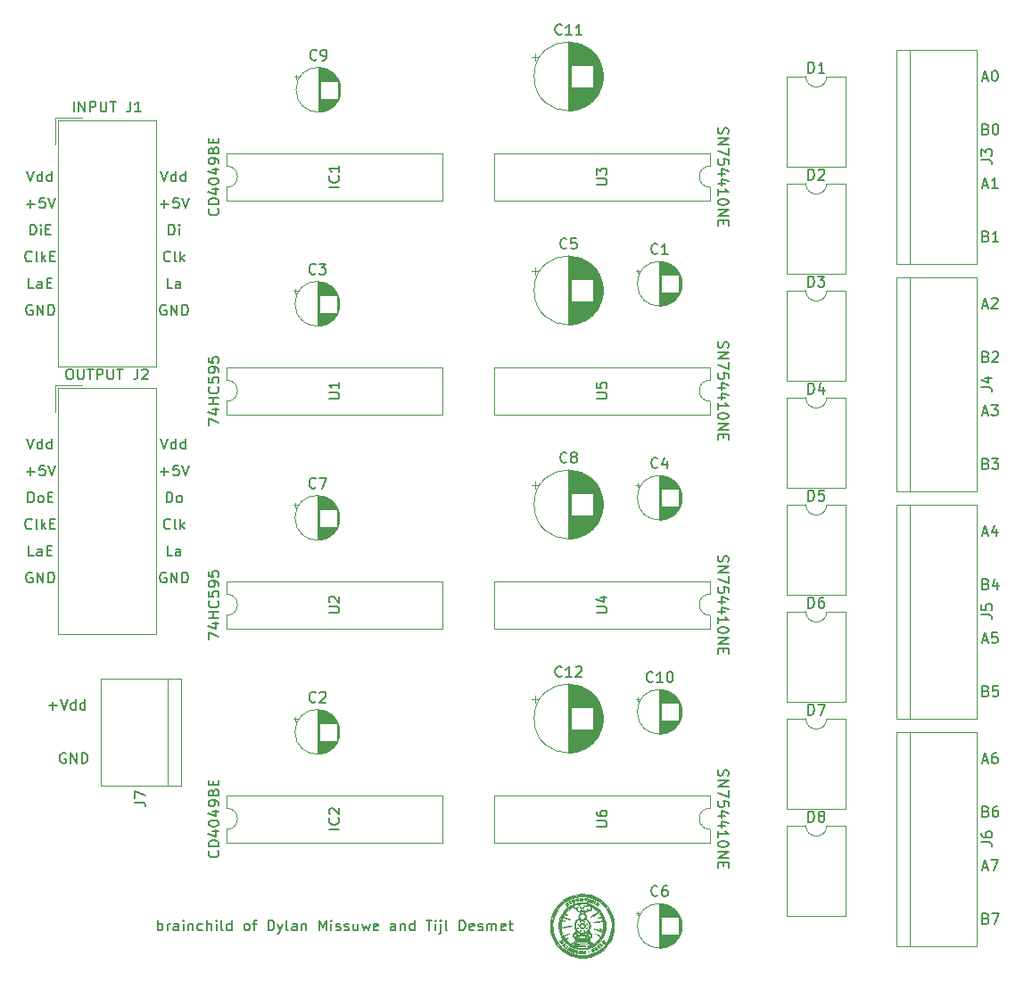
<source format=gbr>
G04 #@! TF.GenerationSoftware,KiCad,Pcbnew,(5.1.5)-3*
G04 #@! TF.CreationDate,2020-05-09T17:48:55+02:00*
G04 #@! TF.ProjectId,splitflap,73706c69-7466-46c6-9170-2e6b69636164,rev?*
G04 #@! TF.SameCoordinates,Original*
G04 #@! TF.FileFunction,Legend,Top*
G04 #@! TF.FilePolarity,Positive*
%FSLAX46Y46*%
G04 Gerber Fmt 4.6, Leading zero omitted, Abs format (unit mm)*
G04 Created by KiCad (PCBNEW (5.1.5)-3) date 2020-05-09 17:48:55*
%MOMM*%
%LPD*%
G04 APERTURE LIST*
%ADD10C,0.150000*%
%ADD11C,0.120000*%
%ADD12C,0.010000*%
G04 APERTURE END LIST*
D10*
X153543095Y-97925000D02*
X153447857Y-97877380D01*
X153305000Y-97877380D01*
X153162142Y-97925000D01*
X153066904Y-98020238D01*
X153019285Y-98115476D01*
X152971666Y-98305952D01*
X152971666Y-98448809D01*
X153019285Y-98639285D01*
X153066904Y-98734523D01*
X153162142Y-98829761D01*
X153305000Y-98877380D01*
X153400238Y-98877380D01*
X153543095Y-98829761D01*
X153590714Y-98782142D01*
X153590714Y-98448809D01*
X153400238Y-98448809D01*
X154019285Y-98877380D02*
X154019285Y-97877380D01*
X154590714Y-98877380D01*
X154590714Y-97877380D01*
X155066904Y-98877380D02*
X155066904Y-97877380D01*
X155305000Y-97877380D01*
X155447857Y-97925000D01*
X155543095Y-98020238D01*
X155590714Y-98115476D01*
X155638333Y-98305952D01*
X155638333Y-98448809D01*
X155590714Y-98639285D01*
X155543095Y-98734523D01*
X155447857Y-98829761D01*
X155305000Y-98877380D01*
X155066904Y-98877380D01*
X151955714Y-93416428D02*
X152717619Y-93416428D01*
X152336666Y-93797380D02*
X152336666Y-93035476D01*
X153050952Y-92797380D02*
X153384285Y-93797380D01*
X153717619Y-92797380D01*
X154479523Y-93797380D02*
X154479523Y-92797380D01*
X154479523Y-93749761D02*
X154384285Y-93797380D01*
X154193809Y-93797380D01*
X154098571Y-93749761D01*
X154050952Y-93702142D01*
X154003333Y-93606904D01*
X154003333Y-93321190D01*
X154050952Y-93225952D01*
X154098571Y-93178333D01*
X154193809Y-93130714D01*
X154384285Y-93130714D01*
X154479523Y-93178333D01*
X155384285Y-93797380D02*
X155384285Y-92797380D01*
X155384285Y-93749761D02*
X155289047Y-93797380D01*
X155098571Y-93797380D01*
X155003333Y-93749761D01*
X154955714Y-93702142D01*
X154908095Y-93606904D01*
X154908095Y-93321190D01*
X154955714Y-93225952D01*
X155003333Y-93178333D01*
X155098571Y-93130714D01*
X155289047Y-93130714D01*
X155384285Y-93178333D01*
X163068095Y-55380000D02*
X162972857Y-55332380D01*
X162830000Y-55332380D01*
X162687142Y-55380000D01*
X162591904Y-55475238D01*
X162544285Y-55570476D01*
X162496666Y-55760952D01*
X162496666Y-55903809D01*
X162544285Y-56094285D01*
X162591904Y-56189523D01*
X162687142Y-56284761D01*
X162830000Y-56332380D01*
X162925238Y-56332380D01*
X163068095Y-56284761D01*
X163115714Y-56237142D01*
X163115714Y-55903809D01*
X162925238Y-55903809D01*
X163544285Y-56332380D02*
X163544285Y-55332380D01*
X164115714Y-56332380D01*
X164115714Y-55332380D01*
X164591904Y-56332380D02*
X164591904Y-55332380D01*
X164830000Y-55332380D01*
X164972857Y-55380000D01*
X165068095Y-55475238D01*
X165115714Y-55570476D01*
X165163333Y-55760952D01*
X165163333Y-55903809D01*
X165115714Y-56094285D01*
X165068095Y-56189523D01*
X164972857Y-56284761D01*
X164830000Y-56332380D01*
X164591904Y-56332380D01*
X150320476Y-51157142D02*
X150272857Y-51204761D01*
X150130000Y-51252380D01*
X150034761Y-51252380D01*
X149891904Y-51204761D01*
X149796666Y-51109523D01*
X149749047Y-51014285D01*
X149701428Y-50823809D01*
X149701428Y-50680952D01*
X149749047Y-50490476D01*
X149796666Y-50395238D01*
X149891904Y-50300000D01*
X150034761Y-50252380D01*
X150130000Y-50252380D01*
X150272857Y-50300000D01*
X150320476Y-50347619D01*
X150891904Y-51252380D02*
X150796666Y-51204761D01*
X150749047Y-51109523D01*
X150749047Y-50252380D01*
X151272857Y-51252380D02*
X151272857Y-50252380D01*
X151368095Y-50871428D02*
X151653809Y-51252380D01*
X151653809Y-50585714D02*
X151272857Y-50966666D01*
X152082380Y-50728571D02*
X152415714Y-50728571D01*
X152558571Y-51252380D02*
X152082380Y-51252380D01*
X152082380Y-50252380D01*
X152558571Y-50252380D01*
X150368095Y-55380000D02*
X150272857Y-55332380D01*
X150130000Y-55332380D01*
X149987142Y-55380000D01*
X149891904Y-55475238D01*
X149844285Y-55570476D01*
X149796666Y-55760952D01*
X149796666Y-55903809D01*
X149844285Y-56094285D01*
X149891904Y-56189523D01*
X149987142Y-56284761D01*
X150130000Y-56332380D01*
X150225238Y-56332380D01*
X150368095Y-56284761D01*
X150415714Y-56237142D01*
X150415714Y-55903809D01*
X150225238Y-55903809D01*
X150844285Y-56332380D02*
X150844285Y-55332380D01*
X151415714Y-56332380D01*
X151415714Y-55332380D01*
X151891904Y-56332380D02*
X151891904Y-55332380D01*
X152130000Y-55332380D01*
X152272857Y-55380000D01*
X152368095Y-55475238D01*
X152415714Y-55570476D01*
X152463333Y-55760952D01*
X152463333Y-55903809D01*
X152415714Y-56094285D01*
X152368095Y-56189523D01*
X152272857Y-56284761D01*
X152130000Y-56332380D01*
X151891904Y-56332380D01*
X150534761Y-53792380D02*
X150058571Y-53792380D01*
X150058571Y-52792380D01*
X151296666Y-53792380D02*
X151296666Y-53268571D01*
X151249047Y-53173333D01*
X151153809Y-53125714D01*
X150963333Y-53125714D01*
X150868095Y-53173333D01*
X151296666Y-53744761D02*
X151201428Y-53792380D01*
X150963333Y-53792380D01*
X150868095Y-53744761D01*
X150820476Y-53649523D01*
X150820476Y-53554285D01*
X150868095Y-53459047D01*
X150963333Y-53411428D01*
X151201428Y-53411428D01*
X151296666Y-53363809D01*
X151772857Y-53268571D02*
X152106190Y-53268571D01*
X152249047Y-53792380D02*
X151772857Y-53792380D01*
X151772857Y-52792380D01*
X152249047Y-52792380D01*
X163472857Y-51157142D02*
X163425238Y-51204761D01*
X163282380Y-51252380D01*
X163187142Y-51252380D01*
X163044285Y-51204761D01*
X162949047Y-51109523D01*
X162901428Y-51014285D01*
X162853809Y-50823809D01*
X162853809Y-50680952D01*
X162901428Y-50490476D01*
X162949047Y-50395238D01*
X163044285Y-50300000D01*
X163187142Y-50252380D01*
X163282380Y-50252380D01*
X163425238Y-50300000D01*
X163472857Y-50347619D01*
X164044285Y-51252380D02*
X163949047Y-51204761D01*
X163901428Y-51109523D01*
X163901428Y-50252380D01*
X164425238Y-51252380D02*
X164425238Y-50252380D01*
X164520476Y-50871428D02*
X164806190Y-51252380D01*
X164806190Y-50585714D02*
X164425238Y-50966666D01*
X149891904Y-42632380D02*
X150225238Y-43632380D01*
X150558571Y-42632380D01*
X151320476Y-43632380D02*
X151320476Y-42632380D01*
X151320476Y-43584761D02*
X151225238Y-43632380D01*
X151034761Y-43632380D01*
X150939523Y-43584761D01*
X150891904Y-43537142D01*
X150844285Y-43441904D01*
X150844285Y-43156190D01*
X150891904Y-43060952D01*
X150939523Y-43013333D01*
X151034761Y-42965714D01*
X151225238Y-42965714D01*
X151320476Y-43013333D01*
X152225238Y-43632380D02*
X152225238Y-42632380D01*
X152225238Y-43584761D02*
X152130000Y-43632380D01*
X151939523Y-43632380D01*
X151844285Y-43584761D01*
X151796666Y-43537142D01*
X151749047Y-43441904D01*
X151749047Y-43156190D01*
X151796666Y-43060952D01*
X151844285Y-43013333D01*
X151939523Y-42965714D01*
X152130000Y-42965714D01*
X152225238Y-43013333D01*
X162544285Y-45791428D02*
X163306190Y-45791428D01*
X162925238Y-46172380D02*
X162925238Y-45410476D01*
X164258571Y-45172380D02*
X163782380Y-45172380D01*
X163734761Y-45648571D01*
X163782380Y-45600952D01*
X163877619Y-45553333D01*
X164115714Y-45553333D01*
X164210952Y-45600952D01*
X164258571Y-45648571D01*
X164306190Y-45743809D01*
X164306190Y-45981904D01*
X164258571Y-46077142D01*
X164210952Y-46124761D01*
X164115714Y-46172380D01*
X163877619Y-46172380D01*
X163782380Y-46124761D01*
X163734761Y-46077142D01*
X164591904Y-45172380D02*
X164925238Y-46172380D01*
X165258571Y-45172380D01*
X162591904Y-42632380D02*
X162925238Y-43632380D01*
X163258571Y-42632380D01*
X164020476Y-43632380D02*
X164020476Y-42632380D01*
X164020476Y-43584761D02*
X163925238Y-43632380D01*
X163734761Y-43632380D01*
X163639523Y-43584761D01*
X163591904Y-43537142D01*
X163544285Y-43441904D01*
X163544285Y-43156190D01*
X163591904Y-43060952D01*
X163639523Y-43013333D01*
X163734761Y-42965714D01*
X163925238Y-42965714D01*
X164020476Y-43013333D01*
X164925238Y-43632380D02*
X164925238Y-42632380D01*
X164925238Y-43584761D02*
X164830000Y-43632380D01*
X164639523Y-43632380D01*
X164544285Y-43584761D01*
X164496666Y-43537142D01*
X164449047Y-43441904D01*
X164449047Y-43156190D01*
X164496666Y-43060952D01*
X164544285Y-43013333D01*
X164639523Y-42965714D01*
X164830000Y-42965714D01*
X164925238Y-43013333D01*
X163687142Y-53792380D02*
X163210952Y-53792380D01*
X163210952Y-52792380D01*
X164449047Y-53792380D02*
X164449047Y-53268571D01*
X164401428Y-53173333D01*
X164306190Y-53125714D01*
X164115714Y-53125714D01*
X164020476Y-53173333D01*
X164449047Y-53744761D02*
X164353809Y-53792380D01*
X164115714Y-53792380D01*
X164020476Y-53744761D01*
X163972857Y-53649523D01*
X163972857Y-53554285D01*
X164020476Y-53459047D01*
X164115714Y-53411428D01*
X164353809Y-53411428D01*
X164449047Y-53363809D01*
X150177619Y-48712380D02*
X150177619Y-47712380D01*
X150415714Y-47712380D01*
X150558571Y-47760000D01*
X150653809Y-47855238D01*
X150701428Y-47950476D01*
X150749047Y-48140952D01*
X150749047Y-48283809D01*
X150701428Y-48474285D01*
X150653809Y-48569523D01*
X150558571Y-48664761D01*
X150415714Y-48712380D01*
X150177619Y-48712380D01*
X151177619Y-48712380D02*
X151177619Y-48045714D01*
X151177619Y-47712380D02*
X151130000Y-47760000D01*
X151177619Y-47807619D01*
X151225238Y-47760000D01*
X151177619Y-47712380D01*
X151177619Y-47807619D01*
X151653809Y-48188571D02*
X151987142Y-48188571D01*
X152130000Y-48712380D02*
X151653809Y-48712380D01*
X151653809Y-47712380D01*
X152130000Y-47712380D01*
X149844285Y-45791428D02*
X150606190Y-45791428D01*
X150225238Y-46172380D02*
X150225238Y-45410476D01*
X151558571Y-45172380D02*
X151082380Y-45172380D01*
X151034761Y-45648571D01*
X151082380Y-45600952D01*
X151177619Y-45553333D01*
X151415714Y-45553333D01*
X151510952Y-45600952D01*
X151558571Y-45648571D01*
X151606190Y-45743809D01*
X151606190Y-45981904D01*
X151558571Y-46077142D01*
X151510952Y-46124761D01*
X151415714Y-46172380D01*
X151177619Y-46172380D01*
X151082380Y-46124761D01*
X151034761Y-46077142D01*
X151891904Y-45172380D02*
X152225238Y-46172380D01*
X152558571Y-45172380D01*
X163330000Y-48712380D02*
X163330000Y-47712380D01*
X163568095Y-47712380D01*
X163710952Y-47760000D01*
X163806190Y-47855238D01*
X163853809Y-47950476D01*
X163901428Y-48140952D01*
X163901428Y-48283809D01*
X163853809Y-48474285D01*
X163806190Y-48569523D01*
X163710952Y-48664761D01*
X163568095Y-48712380D01*
X163330000Y-48712380D01*
X164330000Y-48712380D02*
X164330000Y-48045714D01*
X164330000Y-47712380D02*
X164282380Y-47760000D01*
X164330000Y-47807619D01*
X164377619Y-47760000D01*
X164330000Y-47712380D01*
X164330000Y-47807619D01*
X240585714Y-108751666D02*
X241061904Y-108751666D01*
X240490476Y-109037380D02*
X240823809Y-108037380D01*
X241157142Y-109037380D01*
X241395238Y-108037380D02*
X242061904Y-108037380D01*
X241633333Y-109037380D01*
X240585714Y-98591666D02*
X241061904Y-98591666D01*
X240490476Y-98877380D02*
X240823809Y-97877380D01*
X241157142Y-98877380D01*
X241919047Y-97877380D02*
X241728571Y-97877380D01*
X241633333Y-97925000D01*
X241585714Y-97972619D01*
X241490476Y-98115476D01*
X241442857Y-98305952D01*
X241442857Y-98686904D01*
X241490476Y-98782142D01*
X241538095Y-98829761D01*
X241633333Y-98877380D01*
X241823809Y-98877380D01*
X241919047Y-98829761D01*
X241966666Y-98782142D01*
X242014285Y-98686904D01*
X242014285Y-98448809D01*
X241966666Y-98353571D01*
X241919047Y-98305952D01*
X241823809Y-98258333D01*
X241633333Y-98258333D01*
X241538095Y-98305952D01*
X241490476Y-98353571D01*
X241442857Y-98448809D01*
X240895238Y-103433571D02*
X241038095Y-103481190D01*
X241085714Y-103528809D01*
X241133333Y-103624047D01*
X241133333Y-103766904D01*
X241085714Y-103862142D01*
X241038095Y-103909761D01*
X240942857Y-103957380D01*
X240561904Y-103957380D01*
X240561904Y-102957380D01*
X240895238Y-102957380D01*
X240990476Y-103005000D01*
X241038095Y-103052619D01*
X241085714Y-103147857D01*
X241085714Y-103243095D01*
X241038095Y-103338333D01*
X240990476Y-103385952D01*
X240895238Y-103433571D01*
X240561904Y-103433571D01*
X241990476Y-102957380D02*
X241800000Y-102957380D01*
X241704761Y-103005000D01*
X241657142Y-103052619D01*
X241561904Y-103195476D01*
X241514285Y-103385952D01*
X241514285Y-103766904D01*
X241561904Y-103862142D01*
X241609523Y-103909761D01*
X241704761Y-103957380D01*
X241895238Y-103957380D01*
X241990476Y-103909761D01*
X242038095Y-103862142D01*
X242085714Y-103766904D01*
X242085714Y-103528809D01*
X242038095Y-103433571D01*
X241990476Y-103385952D01*
X241895238Y-103338333D01*
X241704761Y-103338333D01*
X241609523Y-103385952D01*
X241561904Y-103433571D01*
X241514285Y-103528809D01*
X240895238Y-113593571D02*
X241038095Y-113641190D01*
X241085714Y-113688809D01*
X241133333Y-113784047D01*
X241133333Y-113926904D01*
X241085714Y-114022142D01*
X241038095Y-114069761D01*
X240942857Y-114117380D01*
X240561904Y-114117380D01*
X240561904Y-113117380D01*
X240895238Y-113117380D01*
X240990476Y-113165000D01*
X241038095Y-113212619D01*
X241085714Y-113307857D01*
X241085714Y-113403095D01*
X241038095Y-113498333D01*
X240990476Y-113545952D01*
X240895238Y-113593571D01*
X240561904Y-113593571D01*
X241466666Y-113117380D02*
X242133333Y-113117380D01*
X241704761Y-114117380D01*
X240585714Y-87161666D02*
X241061904Y-87161666D01*
X240490476Y-87447380D02*
X240823809Y-86447380D01*
X241157142Y-87447380D01*
X241966666Y-86447380D02*
X241490476Y-86447380D01*
X241442857Y-86923571D01*
X241490476Y-86875952D01*
X241585714Y-86828333D01*
X241823809Y-86828333D01*
X241919047Y-86875952D01*
X241966666Y-86923571D01*
X242014285Y-87018809D01*
X242014285Y-87256904D01*
X241966666Y-87352142D01*
X241919047Y-87399761D01*
X241823809Y-87447380D01*
X241585714Y-87447380D01*
X241490476Y-87399761D01*
X241442857Y-87352142D01*
X240585714Y-77001666D02*
X241061904Y-77001666D01*
X240490476Y-77287380D02*
X240823809Y-76287380D01*
X241157142Y-77287380D01*
X241919047Y-76620714D02*
X241919047Y-77287380D01*
X241680952Y-76239761D02*
X241442857Y-76954047D01*
X242061904Y-76954047D01*
X240895238Y-92003571D02*
X241038095Y-92051190D01*
X241085714Y-92098809D01*
X241133333Y-92194047D01*
X241133333Y-92336904D01*
X241085714Y-92432142D01*
X241038095Y-92479761D01*
X240942857Y-92527380D01*
X240561904Y-92527380D01*
X240561904Y-91527380D01*
X240895238Y-91527380D01*
X240990476Y-91575000D01*
X241038095Y-91622619D01*
X241085714Y-91717857D01*
X241085714Y-91813095D01*
X241038095Y-91908333D01*
X240990476Y-91955952D01*
X240895238Y-92003571D01*
X240561904Y-92003571D01*
X242038095Y-91527380D02*
X241561904Y-91527380D01*
X241514285Y-92003571D01*
X241561904Y-91955952D01*
X241657142Y-91908333D01*
X241895238Y-91908333D01*
X241990476Y-91955952D01*
X242038095Y-92003571D01*
X242085714Y-92098809D01*
X242085714Y-92336904D01*
X242038095Y-92432142D01*
X241990476Y-92479761D01*
X241895238Y-92527380D01*
X241657142Y-92527380D01*
X241561904Y-92479761D01*
X241514285Y-92432142D01*
X240895238Y-81843571D02*
X241038095Y-81891190D01*
X241085714Y-81938809D01*
X241133333Y-82034047D01*
X241133333Y-82176904D01*
X241085714Y-82272142D01*
X241038095Y-82319761D01*
X240942857Y-82367380D01*
X240561904Y-82367380D01*
X240561904Y-81367380D01*
X240895238Y-81367380D01*
X240990476Y-81415000D01*
X241038095Y-81462619D01*
X241085714Y-81557857D01*
X241085714Y-81653095D01*
X241038095Y-81748333D01*
X240990476Y-81795952D01*
X240895238Y-81843571D01*
X240561904Y-81843571D01*
X241990476Y-81700714D02*
X241990476Y-82367380D01*
X241752380Y-81319761D02*
X241514285Y-82034047D01*
X242133333Y-82034047D01*
X240895238Y-70413571D02*
X241038095Y-70461190D01*
X241085714Y-70508809D01*
X241133333Y-70604047D01*
X241133333Y-70746904D01*
X241085714Y-70842142D01*
X241038095Y-70889761D01*
X240942857Y-70937380D01*
X240561904Y-70937380D01*
X240561904Y-69937380D01*
X240895238Y-69937380D01*
X240990476Y-69985000D01*
X241038095Y-70032619D01*
X241085714Y-70127857D01*
X241085714Y-70223095D01*
X241038095Y-70318333D01*
X240990476Y-70365952D01*
X240895238Y-70413571D01*
X240561904Y-70413571D01*
X241466666Y-69937380D02*
X242085714Y-69937380D01*
X241752380Y-70318333D01*
X241895238Y-70318333D01*
X241990476Y-70365952D01*
X242038095Y-70413571D01*
X242085714Y-70508809D01*
X242085714Y-70746904D01*
X242038095Y-70842142D01*
X241990476Y-70889761D01*
X241895238Y-70937380D01*
X241609523Y-70937380D01*
X241514285Y-70889761D01*
X241466666Y-70842142D01*
X240585714Y-65571666D02*
X241061904Y-65571666D01*
X240490476Y-65857380D02*
X240823809Y-64857380D01*
X241157142Y-65857380D01*
X241395238Y-64857380D02*
X242014285Y-64857380D01*
X241680952Y-65238333D01*
X241823809Y-65238333D01*
X241919047Y-65285952D01*
X241966666Y-65333571D01*
X242014285Y-65428809D01*
X242014285Y-65666904D01*
X241966666Y-65762142D01*
X241919047Y-65809761D01*
X241823809Y-65857380D01*
X241538095Y-65857380D01*
X241442857Y-65809761D01*
X241395238Y-65762142D01*
X240895238Y-60253571D02*
X241038095Y-60301190D01*
X241085714Y-60348809D01*
X241133333Y-60444047D01*
X241133333Y-60586904D01*
X241085714Y-60682142D01*
X241038095Y-60729761D01*
X240942857Y-60777380D01*
X240561904Y-60777380D01*
X240561904Y-59777380D01*
X240895238Y-59777380D01*
X240990476Y-59825000D01*
X241038095Y-59872619D01*
X241085714Y-59967857D01*
X241085714Y-60063095D01*
X241038095Y-60158333D01*
X240990476Y-60205952D01*
X240895238Y-60253571D01*
X240561904Y-60253571D01*
X241514285Y-59872619D02*
X241561904Y-59825000D01*
X241657142Y-59777380D01*
X241895238Y-59777380D01*
X241990476Y-59825000D01*
X242038095Y-59872619D01*
X242085714Y-59967857D01*
X242085714Y-60063095D01*
X242038095Y-60205952D01*
X241466666Y-60777380D01*
X242085714Y-60777380D01*
X240585714Y-55411666D02*
X241061904Y-55411666D01*
X240490476Y-55697380D02*
X240823809Y-54697380D01*
X241157142Y-55697380D01*
X241442857Y-54792619D02*
X241490476Y-54745000D01*
X241585714Y-54697380D01*
X241823809Y-54697380D01*
X241919047Y-54745000D01*
X241966666Y-54792619D01*
X242014285Y-54887857D01*
X242014285Y-54983095D01*
X241966666Y-55125952D01*
X241395238Y-55697380D01*
X242014285Y-55697380D01*
X240895238Y-48823571D02*
X241038095Y-48871190D01*
X241085714Y-48918809D01*
X241133333Y-49014047D01*
X241133333Y-49156904D01*
X241085714Y-49252142D01*
X241038095Y-49299761D01*
X240942857Y-49347380D01*
X240561904Y-49347380D01*
X240561904Y-48347380D01*
X240895238Y-48347380D01*
X240990476Y-48395000D01*
X241038095Y-48442619D01*
X241085714Y-48537857D01*
X241085714Y-48633095D01*
X241038095Y-48728333D01*
X240990476Y-48775952D01*
X240895238Y-48823571D01*
X240561904Y-48823571D01*
X242085714Y-49347380D02*
X241514285Y-49347380D01*
X241800000Y-49347380D02*
X241800000Y-48347380D01*
X241704761Y-48490238D01*
X241609523Y-48585476D01*
X241514285Y-48633095D01*
X240585714Y-43981666D02*
X241061904Y-43981666D01*
X240490476Y-44267380D02*
X240823809Y-43267380D01*
X241157142Y-44267380D01*
X242014285Y-44267380D02*
X241442857Y-44267380D01*
X241728571Y-44267380D02*
X241728571Y-43267380D01*
X241633333Y-43410238D01*
X241538095Y-43505476D01*
X241442857Y-43553095D01*
X240895238Y-38663571D02*
X241038095Y-38711190D01*
X241085714Y-38758809D01*
X241133333Y-38854047D01*
X241133333Y-38996904D01*
X241085714Y-39092142D01*
X241038095Y-39139761D01*
X240942857Y-39187380D01*
X240561904Y-39187380D01*
X240561904Y-38187380D01*
X240895238Y-38187380D01*
X240990476Y-38235000D01*
X241038095Y-38282619D01*
X241085714Y-38377857D01*
X241085714Y-38473095D01*
X241038095Y-38568333D01*
X240990476Y-38615952D01*
X240895238Y-38663571D01*
X240561904Y-38663571D01*
X241752380Y-38187380D02*
X241847619Y-38187380D01*
X241942857Y-38235000D01*
X241990476Y-38282619D01*
X242038095Y-38377857D01*
X242085714Y-38568333D01*
X242085714Y-38806428D01*
X242038095Y-38996904D01*
X241990476Y-39092142D01*
X241942857Y-39139761D01*
X241847619Y-39187380D01*
X241752380Y-39187380D01*
X241657142Y-39139761D01*
X241609523Y-39092142D01*
X241561904Y-38996904D01*
X241514285Y-38806428D01*
X241514285Y-38568333D01*
X241561904Y-38377857D01*
X241609523Y-38282619D01*
X241657142Y-38235000D01*
X241752380Y-38187380D01*
X240585714Y-33821666D02*
X241061904Y-33821666D01*
X240490476Y-34107380D02*
X240823809Y-33107380D01*
X241157142Y-34107380D01*
X241680952Y-33107380D02*
X241776190Y-33107380D01*
X241871428Y-33155000D01*
X241919047Y-33202619D01*
X241966666Y-33297857D01*
X242014285Y-33488333D01*
X242014285Y-33726428D01*
X241966666Y-33916904D01*
X241919047Y-34012142D01*
X241871428Y-34059761D01*
X241776190Y-34107380D01*
X241680952Y-34107380D01*
X241585714Y-34059761D01*
X241538095Y-34012142D01*
X241490476Y-33916904D01*
X241442857Y-33726428D01*
X241442857Y-33488333D01*
X241490476Y-33297857D01*
X241538095Y-33202619D01*
X241585714Y-33155000D01*
X241680952Y-33107380D01*
X149844285Y-71191428D02*
X150606190Y-71191428D01*
X150225238Y-71572380D02*
X150225238Y-70810476D01*
X151558571Y-70572380D02*
X151082380Y-70572380D01*
X151034761Y-71048571D01*
X151082380Y-71000952D01*
X151177619Y-70953333D01*
X151415714Y-70953333D01*
X151510952Y-71000952D01*
X151558571Y-71048571D01*
X151606190Y-71143809D01*
X151606190Y-71381904D01*
X151558571Y-71477142D01*
X151510952Y-71524761D01*
X151415714Y-71572380D01*
X151177619Y-71572380D01*
X151082380Y-71524761D01*
X151034761Y-71477142D01*
X151891904Y-70572380D02*
X152225238Y-71572380D01*
X152558571Y-70572380D01*
X149891904Y-68032380D02*
X150225238Y-69032380D01*
X150558571Y-68032380D01*
X151320476Y-69032380D02*
X151320476Y-68032380D01*
X151320476Y-68984761D02*
X151225238Y-69032380D01*
X151034761Y-69032380D01*
X150939523Y-68984761D01*
X150891904Y-68937142D01*
X150844285Y-68841904D01*
X150844285Y-68556190D01*
X150891904Y-68460952D01*
X150939523Y-68413333D01*
X151034761Y-68365714D01*
X151225238Y-68365714D01*
X151320476Y-68413333D01*
X152225238Y-69032380D02*
X152225238Y-68032380D01*
X152225238Y-68984761D02*
X152130000Y-69032380D01*
X151939523Y-69032380D01*
X151844285Y-68984761D01*
X151796666Y-68937142D01*
X151749047Y-68841904D01*
X151749047Y-68556190D01*
X151796666Y-68460952D01*
X151844285Y-68413333D01*
X151939523Y-68365714D01*
X152130000Y-68365714D01*
X152225238Y-68413333D01*
X150368095Y-80780000D02*
X150272857Y-80732380D01*
X150130000Y-80732380D01*
X149987142Y-80780000D01*
X149891904Y-80875238D01*
X149844285Y-80970476D01*
X149796666Y-81160952D01*
X149796666Y-81303809D01*
X149844285Y-81494285D01*
X149891904Y-81589523D01*
X149987142Y-81684761D01*
X150130000Y-81732380D01*
X150225238Y-81732380D01*
X150368095Y-81684761D01*
X150415714Y-81637142D01*
X150415714Y-81303809D01*
X150225238Y-81303809D01*
X150844285Y-81732380D02*
X150844285Y-80732380D01*
X151415714Y-81732380D01*
X151415714Y-80732380D01*
X151891904Y-81732380D02*
X151891904Y-80732380D01*
X152130000Y-80732380D01*
X152272857Y-80780000D01*
X152368095Y-80875238D01*
X152415714Y-80970476D01*
X152463333Y-81160952D01*
X152463333Y-81303809D01*
X152415714Y-81494285D01*
X152368095Y-81589523D01*
X152272857Y-81684761D01*
X152130000Y-81732380D01*
X151891904Y-81732380D01*
X163472857Y-76557142D02*
X163425238Y-76604761D01*
X163282380Y-76652380D01*
X163187142Y-76652380D01*
X163044285Y-76604761D01*
X162949047Y-76509523D01*
X162901428Y-76414285D01*
X162853809Y-76223809D01*
X162853809Y-76080952D01*
X162901428Y-75890476D01*
X162949047Y-75795238D01*
X163044285Y-75700000D01*
X163187142Y-75652380D01*
X163282380Y-75652380D01*
X163425238Y-75700000D01*
X163472857Y-75747619D01*
X164044285Y-76652380D02*
X163949047Y-76604761D01*
X163901428Y-76509523D01*
X163901428Y-75652380D01*
X164425238Y-76652380D02*
X164425238Y-75652380D01*
X164520476Y-76271428D02*
X164806190Y-76652380D01*
X164806190Y-75985714D02*
X164425238Y-76366666D01*
X163687142Y-79192380D02*
X163210952Y-79192380D01*
X163210952Y-78192380D01*
X164449047Y-79192380D02*
X164449047Y-78668571D01*
X164401428Y-78573333D01*
X164306190Y-78525714D01*
X164115714Y-78525714D01*
X164020476Y-78573333D01*
X164449047Y-79144761D02*
X164353809Y-79192380D01*
X164115714Y-79192380D01*
X164020476Y-79144761D01*
X163972857Y-79049523D01*
X163972857Y-78954285D01*
X164020476Y-78859047D01*
X164115714Y-78811428D01*
X164353809Y-78811428D01*
X164449047Y-78763809D01*
X163115714Y-74112380D02*
X163115714Y-73112380D01*
X163353809Y-73112380D01*
X163496666Y-73160000D01*
X163591904Y-73255238D01*
X163639523Y-73350476D01*
X163687142Y-73540952D01*
X163687142Y-73683809D01*
X163639523Y-73874285D01*
X163591904Y-73969523D01*
X163496666Y-74064761D01*
X163353809Y-74112380D01*
X163115714Y-74112380D01*
X164258571Y-74112380D02*
X164163333Y-74064761D01*
X164115714Y-74017142D01*
X164068095Y-73921904D01*
X164068095Y-73636190D01*
X164115714Y-73540952D01*
X164163333Y-73493333D01*
X164258571Y-73445714D01*
X164401428Y-73445714D01*
X164496666Y-73493333D01*
X164544285Y-73540952D01*
X164591904Y-73636190D01*
X164591904Y-73921904D01*
X164544285Y-74017142D01*
X164496666Y-74064761D01*
X164401428Y-74112380D01*
X164258571Y-74112380D01*
X150534761Y-79192380D02*
X150058571Y-79192380D01*
X150058571Y-78192380D01*
X151296666Y-79192380D02*
X151296666Y-78668571D01*
X151249047Y-78573333D01*
X151153809Y-78525714D01*
X150963333Y-78525714D01*
X150868095Y-78573333D01*
X151296666Y-79144761D02*
X151201428Y-79192380D01*
X150963333Y-79192380D01*
X150868095Y-79144761D01*
X150820476Y-79049523D01*
X150820476Y-78954285D01*
X150868095Y-78859047D01*
X150963333Y-78811428D01*
X151201428Y-78811428D01*
X151296666Y-78763809D01*
X151772857Y-78668571D02*
X152106190Y-78668571D01*
X152249047Y-79192380D02*
X151772857Y-79192380D01*
X151772857Y-78192380D01*
X152249047Y-78192380D01*
X150320476Y-76557142D02*
X150272857Y-76604761D01*
X150130000Y-76652380D01*
X150034761Y-76652380D01*
X149891904Y-76604761D01*
X149796666Y-76509523D01*
X149749047Y-76414285D01*
X149701428Y-76223809D01*
X149701428Y-76080952D01*
X149749047Y-75890476D01*
X149796666Y-75795238D01*
X149891904Y-75700000D01*
X150034761Y-75652380D01*
X150130000Y-75652380D01*
X150272857Y-75700000D01*
X150320476Y-75747619D01*
X150891904Y-76652380D02*
X150796666Y-76604761D01*
X150749047Y-76509523D01*
X150749047Y-75652380D01*
X151272857Y-76652380D02*
X151272857Y-75652380D01*
X151368095Y-76271428D02*
X151653809Y-76652380D01*
X151653809Y-75985714D02*
X151272857Y-76366666D01*
X152082380Y-76128571D02*
X152415714Y-76128571D01*
X152558571Y-76652380D02*
X152082380Y-76652380D01*
X152082380Y-75652380D01*
X152558571Y-75652380D01*
X149963333Y-74112380D02*
X149963333Y-73112380D01*
X150201428Y-73112380D01*
X150344285Y-73160000D01*
X150439523Y-73255238D01*
X150487142Y-73350476D01*
X150534761Y-73540952D01*
X150534761Y-73683809D01*
X150487142Y-73874285D01*
X150439523Y-73969523D01*
X150344285Y-74064761D01*
X150201428Y-74112380D01*
X149963333Y-74112380D01*
X151106190Y-74112380D02*
X151010952Y-74064761D01*
X150963333Y-74017142D01*
X150915714Y-73921904D01*
X150915714Y-73636190D01*
X150963333Y-73540952D01*
X151010952Y-73493333D01*
X151106190Y-73445714D01*
X151249047Y-73445714D01*
X151344285Y-73493333D01*
X151391904Y-73540952D01*
X151439523Y-73636190D01*
X151439523Y-73921904D01*
X151391904Y-74017142D01*
X151344285Y-74064761D01*
X151249047Y-74112380D01*
X151106190Y-74112380D01*
X151868095Y-73588571D02*
X152201428Y-73588571D01*
X152344285Y-74112380D02*
X151868095Y-74112380D01*
X151868095Y-73112380D01*
X152344285Y-73112380D01*
X162544285Y-71191428D02*
X163306190Y-71191428D01*
X162925238Y-71572380D02*
X162925238Y-70810476D01*
X164258571Y-70572380D02*
X163782380Y-70572380D01*
X163734761Y-71048571D01*
X163782380Y-71000952D01*
X163877619Y-70953333D01*
X164115714Y-70953333D01*
X164210952Y-71000952D01*
X164258571Y-71048571D01*
X164306190Y-71143809D01*
X164306190Y-71381904D01*
X164258571Y-71477142D01*
X164210952Y-71524761D01*
X164115714Y-71572380D01*
X163877619Y-71572380D01*
X163782380Y-71524761D01*
X163734761Y-71477142D01*
X164591904Y-70572380D02*
X164925238Y-71572380D01*
X165258571Y-70572380D01*
X163068095Y-80780000D02*
X162972857Y-80732380D01*
X162830000Y-80732380D01*
X162687142Y-80780000D01*
X162591904Y-80875238D01*
X162544285Y-80970476D01*
X162496666Y-81160952D01*
X162496666Y-81303809D01*
X162544285Y-81494285D01*
X162591904Y-81589523D01*
X162687142Y-81684761D01*
X162830000Y-81732380D01*
X162925238Y-81732380D01*
X163068095Y-81684761D01*
X163115714Y-81637142D01*
X163115714Y-81303809D01*
X162925238Y-81303809D01*
X163544285Y-81732380D02*
X163544285Y-80732380D01*
X164115714Y-81732380D01*
X164115714Y-80732380D01*
X164591904Y-81732380D02*
X164591904Y-80732380D01*
X164830000Y-80732380D01*
X164972857Y-80780000D01*
X165068095Y-80875238D01*
X165115714Y-80970476D01*
X165163333Y-81160952D01*
X165163333Y-81303809D01*
X165115714Y-81494285D01*
X165068095Y-81589523D01*
X164972857Y-81684761D01*
X164830000Y-81732380D01*
X164591904Y-81732380D01*
X162284285Y-114752380D02*
X162284285Y-113752380D01*
X162284285Y-114133333D02*
X162379523Y-114085714D01*
X162570000Y-114085714D01*
X162665238Y-114133333D01*
X162712857Y-114180952D01*
X162760476Y-114276190D01*
X162760476Y-114561904D01*
X162712857Y-114657142D01*
X162665238Y-114704761D01*
X162570000Y-114752380D01*
X162379523Y-114752380D01*
X162284285Y-114704761D01*
X163189047Y-114752380D02*
X163189047Y-114085714D01*
X163189047Y-114276190D02*
X163236666Y-114180952D01*
X163284285Y-114133333D01*
X163379523Y-114085714D01*
X163474761Y-114085714D01*
X164236666Y-114752380D02*
X164236666Y-114228571D01*
X164189047Y-114133333D01*
X164093809Y-114085714D01*
X163903333Y-114085714D01*
X163808095Y-114133333D01*
X164236666Y-114704761D02*
X164141428Y-114752380D01*
X163903333Y-114752380D01*
X163808095Y-114704761D01*
X163760476Y-114609523D01*
X163760476Y-114514285D01*
X163808095Y-114419047D01*
X163903333Y-114371428D01*
X164141428Y-114371428D01*
X164236666Y-114323809D01*
X164712857Y-114752380D02*
X164712857Y-114085714D01*
X164712857Y-113752380D02*
X164665238Y-113800000D01*
X164712857Y-113847619D01*
X164760476Y-113800000D01*
X164712857Y-113752380D01*
X164712857Y-113847619D01*
X165189047Y-114085714D02*
X165189047Y-114752380D01*
X165189047Y-114180952D02*
X165236666Y-114133333D01*
X165331904Y-114085714D01*
X165474761Y-114085714D01*
X165570000Y-114133333D01*
X165617619Y-114228571D01*
X165617619Y-114752380D01*
X166522380Y-114704761D02*
X166427142Y-114752380D01*
X166236666Y-114752380D01*
X166141428Y-114704761D01*
X166093809Y-114657142D01*
X166046190Y-114561904D01*
X166046190Y-114276190D01*
X166093809Y-114180952D01*
X166141428Y-114133333D01*
X166236666Y-114085714D01*
X166427142Y-114085714D01*
X166522380Y-114133333D01*
X166950952Y-114752380D02*
X166950952Y-113752380D01*
X167379523Y-114752380D02*
X167379523Y-114228571D01*
X167331904Y-114133333D01*
X167236666Y-114085714D01*
X167093809Y-114085714D01*
X166998571Y-114133333D01*
X166950952Y-114180952D01*
X167855714Y-114752380D02*
X167855714Y-114085714D01*
X167855714Y-113752380D02*
X167808095Y-113800000D01*
X167855714Y-113847619D01*
X167903333Y-113800000D01*
X167855714Y-113752380D01*
X167855714Y-113847619D01*
X168474761Y-114752380D02*
X168379523Y-114704761D01*
X168331904Y-114609523D01*
X168331904Y-113752380D01*
X169284285Y-114752380D02*
X169284285Y-113752380D01*
X169284285Y-114704761D02*
X169189047Y-114752380D01*
X168998571Y-114752380D01*
X168903333Y-114704761D01*
X168855714Y-114657142D01*
X168808095Y-114561904D01*
X168808095Y-114276190D01*
X168855714Y-114180952D01*
X168903333Y-114133333D01*
X168998571Y-114085714D01*
X169189047Y-114085714D01*
X169284285Y-114133333D01*
X170665238Y-114752380D02*
X170570000Y-114704761D01*
X170522380Y-114657142D01*
X170474761Y-114561904D01*
X170474761Y-114276190D01*
X170522380Y-114180952D01*
X170570000Y-114133333D01*
X170665238Y-114085714D01*
X170808095Y-114085714D01*
X170903333Y-114133333D01*
X170950952Y-114180952D01*
X170998571Y-114276190D01*
X170998571Y-114561904D01*
X170950952Y-114657142D01*
X170903333Y-114704761D01*
X170808095Y-114752380D01*
X170665238Y-114752380D01*
X171284285Y-114085714D02*
X171665238Y-114085714D01*
X171427142Y-114752380D02*
X171427142Y-113895238D01*
X171474761Y-113800000D01*
X171570000Y-113752380D01*
X171665238Y-113752380D01*
X172760476Y-114752380D02*
X172760476Y-113752380D01*
X172998571Y-113752380D01*
X173141428Y-113800000D01*
X173236666Y-113895238D01*
X173284285Y-113990476D01*
X173331904Y-114180952D01*
X173331904Y-114323809D01*
X173284285Y-114514285D01*
X173236666Y-114609523D01*
X173141428Y-114704761D01*
X172998571Y-114752380D01*
X172760476Y-114752380D01*
X173665238Y-114085714D02*
X173903333Y-114752380D01*
X174141428Y-114085714D02*
X173903333Y-114752380D01*
X173808095Y-114990476D01*
X173760476Y-115038095D01*
X173665238Y-115085714D01*
X174665238Y-114752380D02*
X174570000Y-114704761D01*
X174522380Y-114609523D01*
X174522380Y-113752380D01*
X175474761Y-114752380D02*
X175474761Y-114228571D01*
X175427142Y-114133333D01*
X175331904Y-114085714D01*
X175141428Y-114085714D01*
X175046190Y-114133333D01*
X175474761Y-114704761D02*
X175379523Y-114752380D01*
X175141428Y-114752380D01*
X175046190Y-114704761D01*
X174998571Y-114609523D01*
X174998571Y-114514285D01*
X175046190Y-114419047D01*
X175141428Y-114371428D01*
X175379523Y-114371428D01*
X175474761Y-114323809D01*
X175950952Y-114085714D02*
X175950952Y-114752380D01*
X175950952Y-114180952D02*
X175998571Y-114133333D01*
X176093809Y-114085714D01*
X176236666Y-114085714D01*
X176331904Y-114133333D01*
X176379523Y-114228571D01*
X176379523Y-114752380D01*
X177617619Y-114752380D02*
X177617619Y-113752380D01*
X177950952Y-114466666D01*
X178284285Y-113752380D01*
X178284285Y-114752380D01*
X178760476Y-114752380D02*
X178760476Y-114085714D01*
X178760476Y-113752380D02*
X178712857Y-113800000D01*
X178760476Y-113847619D01*
X178808095Y-113800000D01*
X178760476Y-113752380D01*
X178760476Y-113847619D01*
X179189047Y-114704761D02*
X179284285Y-114752380D01*
X179474761Y-114752380D01*
X179570000Y-114704761D01*
X179617619Y-114609523D01*
X179617619Y-114561904D01*
X179570000Y-114466666D01*
X179474761Y-114419047D01*
X179331904Y-114419047D01*
X179236666Y-114371428D01*
X179189047Y-114276190D01*
X179189047Y-114228571D01*
X179236666Y-114133333D01*
X179331904Y-114085714D01*
X179474761Y-114085714D01*
X179570000Y-114133333D01*
X179998571Y-114704761D02*
X180093809Y-114752380D01*
X180284285Y-114752380D01*
X180379523Y-114704761D01*
X180427142Y-114609523D01*
X180427142Y-114561904D01*
X180379523Y-114466666D01*
X180284285Y-114419047D01*
X180141428Y-114419047D01*
X180046190Y-114371428D01*
X179998571Y-114276190D01*
X179998571Y-114228571D01*
X180046190Y-114133333D01*
X180141428Y-114085714D01*
X180284285Y-114085714D01*
X180379523Y-114133333D01*
X181284285Y-114085714D02*
X181284285Y-114752380D01*
X180855714Y-114085714D02*
X180855714Y-114609523D01*
X180903333Y-114704761D01*
X180998571Y-114752380D01*
X181141428Y-114752380D01*
X181236666Y-114704761D01*
X181284285Y-114657142D01*
X181665238Y-114085714D02*
X181855714Y-114752380D01*
X182046190Y-114276190D01*
X182236666Y-114752380D01*
X182427142Y-114085714D01*
X183189047Y-114704761D02*
X183093809Y-114752380D01*
X182903333Y-114752380D01*
X182808095Y-114704761D01*
X182760476Y-114609523D01*
X182760476Y-114228571D01*
X182808095Y-114133333D01*
X182903333Y-114085714D01*
X183093809Y-114085714D01*
X183189047Y-114133333D01*
X183236666Y-114228571D01*
X183236666Y-114323809D01*
X182760476Y-114419047D01*
X184855714Y-114752380D02*
X184855714Y-114228571D01*
X184808095Y-114133333D01*
X184712857Y-114085714D01*
X184522380Y-114085714D01*
X184427142Y-114133333D01*
X184855714Y-114704761D02*
X184760476Y-114752380D01*
X184522380Y-114752380D01*
X184427142Y-114704761D01*
X184379523Y-114609523D01*
X184379523Y-114514285D01*
X184427142Y-114419047D01*
X184522380Y-114371428D01*
X184760476Y-114371428D01*
X184855714Y-114323809D01*
X185331904Y-114085714D02*
X185331904Y-114752380D01*
X185331904Y-114180952D02*
X185379523Y-114133333D01*
X185474761Y-114085714D01*
X185617619Y-114085714D01*
X185712857Y-114133333D01*
X185760476Y-114228571D01*
X185760476Y-114752380D01*
X186665238Y-114752380D02*
X186665238Y-113752380D01*
X186665238Y-114704761D02*
X186570000Y-114752380D01*
X186379523Y-114752380D01*
X186284285Y-114704761D01*
X186236666Y-114657142D01*
X186189047Y-114561904D01*
X186189047Y-114276190D01*
X186236666Y-114180952D01*
X186284285Y-114133333D01*
X186379523Y-114085714D01*
X186570000Y-114085714D01*
X186665238Y-114133333D01*
X187760476Y-113752380D02*
X188331904Y-113752380D01*
X188046190Y-114752380D02*
X188046190Y-113752380D01*
X188665238Y-114752380D02*
X188665238Y-114085714D01*
X188665238Y-113752380D02*
X188617619Y-113800000D01*
X188665238Y-113847619D01*
X188712857Y-113800000D01*
X188665238Y-113752380D01*
X188665238Y-113847619D01*
X189141428Y-114085714D02*
X189141428Y-114942857D01*
X189093809Y-115038095D01*
X188998571Y-115085714D01*
X188950952Y-115085714D01*
X189141428Y-113752380D02*
X189093809Y-113800000D01*
X189141428Y-113847619D01*
X189189047Y-113800000D01*
X189141428Y-113752380D01*
X189141428Y-113847619D01*
X189760476Y-114752380D02*
X189665238Y-114704761D01*
X189617619Y-114609523D01*
X189617619Y-113752380D01*
X190903333Y-114752380D02*
X190903333Y-113752380D01*
X191141428Y-113752380D01*
X191284285Y-113800000D01*
X191379523Y-113895238D01*
X191427142Y-113990476D01*
X191474761Y-114180952D01*
X191474761Y-114323809D01*
X191427142Y-114514285D01*
X191379523Y-114609523D01*
X191284285Y-114704761D01*
X191141428Y-114752380D01*
X190903333Y-114752380D01*
X192284285Y-114704761D02*
X192189047Y-114752380D01*
X191998571Y-114752380D01*
X191903333Y-114704761D01*
X191855714Y-114609523D01*
X191855714Y-114228571D01*
X191903333Y-114133333D01*
X191998571Y-114085714D01*
X192189047Y-114085714D01*
X192284285Y-114133333D01*
X192331904Y-114228571D01*
X192331904Y-114323809D01*
X191855714Y-114419047D01*
X192712857Y-114704761D02*
X192808095Y-114752380D01*
X192998571Y-114752380D01*
X193093809Y-114704761D01*
X193141428Y-114609523D01*
X193141428Y-114561904D01*
X193093809Y-114466666D01*
X192998571Y-114419047D01*
X192855714Y-114419047D01*
X192760476Y-114371428D01*
X192712857Y-114276190D01*
X192712857Y-114228571D01*
X192760476Y-114133333D01*
X192855714Y-114085714D01*
X192998571Y-114085714D01*
X193093809Y-114133333D01*
X193570000Y-114752380D02*
X193570000Y-114085714D01*
X193570000Y-114180952D02*
X193617619Y-114133333D01*
X193712857Y-114085714D01*
X193855714Y-114085714D01*
X193950952Y-114133333D01*
X193998571Y-114228571D01*
X193998571Y-114752380D01*
X193998571Y-114228571D02*
X194046190Y-114133333D01*
X194141428Y-114085714D01*
X194284285Y-114085714D01*
X194379523Y-114133333D01*
X194427142Y-114228571D01*
X194427142Y-114752380D01*
X195284285Y-114704761D02*
X195189047Y-114752380D01*
X194998571Y-114752380D01*
X194903333Y-114704761D01*
X194855714Y-114609523D01*
X194855714Y-114228571D01*
X194903333Y-114133333D01*
X194998571Y-114085714D01*
X195189047Y-114085714D01*
X195284285Y-114133333D01*
X195331904Y-114228571D01*
X195331904Y-114323809D01*
X194855714Y-114419047D01*
X195617619Y-114085714D02*
X195998571Y-114085714D01*
X195760476Y-113752380D02*
X195760476Y-114609523D01*
X195808095Y-114704761D01*
X195903333Y-114752380D01*
X195998571Y-114752380D01*
X167092380Y-87081904D02*
X167092380Y-86415238D01*
X168092380Y-86843809D01*
X167425714Y-85605714D02*
X168092380Y-85605714D01*
X167044761Y-85843809D02*
X167759047Y-86081904D01*
X167759047Y-85462857D01*
X168092380Y-85081904D02*
X167092380Y-85081904D01*
X167568571Y-85081904D02*
X167568571Y-84510476D01*
X168092380Y-84510476D02*
X167092380Y-84510476D01*
X167997142Y-83462857D02*
X168044761Y-83510476D01*
X168092380Y-83653333D01*
X168092380Y-83748571D01*
X168044761Y-83891428D01*
X167949523Y-83986666D01*
X167854285Y-84034285D01*
X167663809Y-84081904D01*
X167520952Y-84081904D01*
X167330476Y-84034285D01*
X167235238Y-83986666D01*
X167140000Y-83891428D01*
X167092380Y-83748571D01*
X167092380Y-83653333D01*
X167140000Y-83510476D01*
X167187619Y-83462857D01*
X167092380Y-82558095D02*
X167092380Y-83034285D01*
X167568571Y-83081904D01*
X167520952Y-83034285D01*
X167473333Y-82939047D01*
X167473333Y-82700952D01*
X167520952Y-82605714D01*
X167568571Y-82558095D01*
X167663809Y-82510476D01*
X167901904Y-82510476D01*
X167997142Y-82558095D01*
X168044761Y-82605714D01*
X168092380Y-82700952D01*
X168092380Y-82939047D01*
X168044761Y-83034285D01*
X167997142Y-83081904D01*
X168092380Y-82034285D02*
X168092380Y-81843809D01*
X168044761Y-81748571D01*
X167997142Y-81700952D01*
X167854285Y-81605714D01*
X167663809Y-81558095D01*
X167282857Y-81558095D01*
X167187619Y-81605714D01*
X167140000Y-81653333D01*
X167092380Y-81748571D01*
X167092380Y-81939047D01*
X167140000Y-82034285D01*
X167187619Y-82081904D01*
X167282857Y-82129523D01*
X167520952Y-82129523D01*
X167616190Y-82081904D01*
X167663809Y-82034285D01*
X167711428Y-81939047D01*
X167711428Y-81748571D01*
X167663809Y-81653333D01*
X167616190Y-81605714D01*
X167520952Y-81558095D01*
X167092380Y-80653333D02*
X167092380Y-81129523D01*
X167568571Y-81177142D01*
X167520952Y-81129523D01*
X167473333Y-81034285D01*
X167473333Y-80796190D01*
X167520952Y-80700952D01*
X167568571Y-80653333D01*
X167663809Y-80605714D01*
X167901904Y-80605714D01*
X167997142Y-80653333D01*
X168044761Y-80700952D01*
X168092380Y-80796190D01*
X168092380Y-81034285D01*
X168044761Y-81129523D01*
X167997142Y-81177142D01*
X167092380Y-66761904D02*
X167092380Y-66095238D01*
X168092380Y-66523809D01*
X167425714Y-65285714D02*
X168092380Y-65285714D01*
X167044761Y-65523809D02*
X167759047Y-65761904D01*
X167759047Y-65142857D01*
X168092380Y-64761904D02*
X167092380Y-64761904D01*
X167568571Y-64761904D02*
X167568571Y-64190476D01*
X168092380Y-64190476D02*
X167092380Y-64190476D01*
X167997142Y-63142857D02*
X168044761Y-63190476D01*
X168092380Y-63333333D01*
X168092380Y-63428571D01*
X168044761Y-63571428D01*
X167949523Y-63666666D01*
X167854285Y-63714285D01*
X167663809Y-63761904D01*
X167520952Y-63761904D01*
X167330476Y-63714285D01*
X167235238Y-63666666D01*
X167140000Y-63571428D01*
X167092380Y-63428571D01*
X167092380Y-63333333D01*
X167140000Y-63190476D01*
X167187619Y-63142857D01*
X167092380Y-62238095D02*
X167092380Y-62714285D01*
X167568571Y-62761904D01*
X167520952Y-62714285D01*
X167473333Y-62619047D01*
X167473333Y-62380952D01*
X167520952Y-62285714D01*
X167568571Y-62238095D01*
X167663809Y-62190476D01*
X167901904Y-62190476D01*
X167997142Y-62238095D01*
X168044761Y-62285714D01*
X168092380Y-62380952D01*
X168092380Y-62619047D01*
X168044761Y-62714285D01*
X167997142Y-62761904D01*
X168092380Y-61714285D02*
X168092380Y-61523809D01*
X168044761Y-61428571D01*
X167997142Y-61380952D01*
X167854285Y-61285714D01*
X167663809Y-61238095D01*
X167282857Y-61238095D01*
X167187619Y-61285714D01*
X167140000Y-61333333D01*
X167092380Y-61428571D01*
X167092380Y-61619047D01*
X167140000Y-61714285D01*
X167187619Y-61761904D01*
X167282857Y-61809523D01*
X167520952Y-61809523D01*
X167616190Y-61761904D01*
X167663809Y-61714285D01*
X167711428Y-61619047D01*
X167711428Y-61428571D01*
X167663809Y-61333333D01*
X167616190Y-61285714D01*
X167520952Y-61238095D01*
X167092380Y-60333333D02*
X167092380Y-60809523D01*
X167568571Y-60857142D01*
X167520952Y-60809523D01*
X167473333Y-60714285D01*
X167473333Y-60476190D01*
X167520952Y-60380952D01*
X167568571Y-60333333D01*
X167663809Y-60285714D01*
X167901904Y-60285714D01*
X167997142Y-60333333D01*
X168044761Y-60380952D01*
X168092380Y-60476190D01*
X168092380Y-60714285D01*
X168044761Y-60809523D01*
X167997142Y-60857142D01*
X167997142Y-46227619D02*
X168044761Y-46275238D01*
X168092380Y-46418095D01*
X168092380Y-46513333D01*
X168044761Y-46656190D01*
X167949523Y-46751428D01*
X167854285Y-46799047D01*
X167663809Y-46846666D01*
X167520952Y-46846666D01*
X167330476Y-46799047D01*
X167235238Y-46751428D01*
X167140000Y-46656190D01*
X167092380Y-46513333D01*
X167092380Y-46418095D01*
X167140000Y-46275238D01*
X167187619Y-46227619D01*
X168092380Y-45799047D02*
X167092380Y-45799047D01*
X167092380Y-45560952D01*
X167140000Y-45418095D01*
X167235238Y-45322857D01*
X167330476Y-45275238D01*
X167520952Y-45227619D01*
X167663809Y-45227619D01*
X167854285Y-45275238D01*
X167949523Y-45322857D01*
X168044761Y-45418095D01*
X168092380Y-45560952D01*
X168092380Y-45799047D01*
X167425714Y-44370476D02*
X168092380Y-44370476D01*
X167044761Y-44608571D02*
X167759047Y-44846666D01*
X167759047Y-44227619D01*
X167092380Y-43656190D02*
X167092380Y-43560952D01*
X167140000Y-43465714D01*
X167187619Y-43418095D01*
X167282857Y-43370476D01*
X167473333Y-43322857D01*
X167711428Y-43322857D01*
X167901904Y-43370476D01*
X167997142Y-43418095D01*
X168044761Y-43465714D01*
X168092380Y-43560952D01*
X168092380Y-43656190D01*
X168044761Y-43751428D01*
X167997142Y-43799047D01*
X167901904Y-43846666D01*
X167711428Y-43894285D01*
X167473333Y-43894285D01*
X167282857Y-43846666D01*
X167187619Y-43799047D01*
X167140000Y-43751428D01*
X167092380Y-43656190D01*
X167425714Y-42465714D02*
X168092380Y-42465714D01*
X167044761Y-42703809D02*
X167759047Y-42941904D01*
X167759047Y-42322857D01*
X168092380Y-41894285D02*
X168092380Y-41703809D01*
X168044761Y-41608571D01*
X167997142Y-41560952D01*
X167854285Y-41465714D01*
X167663809Y-41418095D01*
X167282857Y-41418095D01*
X167187619Y-41465714D01*
X167140000Y-41513333D01*
X167092380Y-41608571D01*
X167092380Y-41799047D01*
X167140000Y-41894285D01*
X167187619Y-41941904D01*
X167282857Y-41989523D01*
X167520952Y-41989523D01*
X167616190Y-41941904D01*
X167663809Y-41894285D01*
X167711428Y-41799047D01*
X167711428Y-41608571D01*
X167663809Y-41513333D01*
X167616190Y-41465714D01*
X167520952Y-41418095D01*
X167568571Y-40656190D02*
X167616190Y-40513333D01*
X167663809Y-40465714D01*
X167759047Y-40418095D01*
X167901904Y-40418095D01*
X167997142Y-40465714D01*
X168044761Y-40513333D01*
X168092380Y-40608571D01*
X168092380Y-40989523D01*
X167092380Y-40989523D01*
X167092380Y-40656190D01*
X167140000Y-40560952D01*
X167187619Y-40513333D01*
X167282857Y-40465714D01*
X167378095Y-40465714D01*
X167473333Y-40513333D01*
X167520952Y-40560952D01*
X167568571Y-40656190D01*
X167568571Y-40989523D01*
X167568571Y-39989523D02*
X167568571Y-39656190D01*
X168092380Y-39513333D02*
X168092380Y-39989523D01*
X167092380Y-39989523D01*
X167092380Y-39513333D01*
X167997142Y-107187619D02*
X168044761Y-107235238D01*
X168092380Y-107378095D01*
X168092380Y-107473333D01*
X168044761Y-107616190D01*
X167949523Y-107711428D01*
X167854285Y-107759047D01*
X167663809Y-107806666D01*
X167520952Y-107806666D01*
X167330476Y-107759047D01*
X167235238Y-107711428D01*
X167140000Y-107616190D01*
X167092380Y-107473333D01*
X167092380Y-107378095D01*
X167140000Y-107235238D01*
X167187619Y-107187619D01*
X168092380Y-106759047D02*
X167092380Y-106759047D01*
X167092380Y-106520952D01*
X167140000Y-106378095D01*
X167235238Y-106282857D01*
X167330476Y-106235238D01*
X167520952Y-106187619D01*
X167663809Y-106187619D01*
X167854285Y-106235238D01*
X167949523Y-106282857D01*
X168044761Y-106378095D01*
X168092380Y-106520952D01*
X168092380Y-106759047D01*
X167425714Y-105330476D02*
X168092380Y-105330476D01*
X167044761Y-105568571D02*
X167759047Y-105806666D01*
X167759047Y-105187619D01*
X167092380Y-104616190D02*
X167092380Y-104520952D01*
X167140000Y-104425714D01*
X167187619Y-104378095D01*
X167282857Y-104330476D01*
X167473333Y-104282857D01*
X167711428Y-104282857D01*
X167901904Y-104330476D01*
X167997142Y-104378095D01*
X168044761Y-104425714D01*
X168092380Y-104520952D01*
X168092380Y-104616190D01*
X168044761Y-104711428D01*
X167997142Y-104759047D01*
X167901904Y-104806666D01*
X167711428Y-104854285D01*
X167473333Y-104854285D01*
X167282857Y-104806666D01*
X167187619Y-104759047D01*
X167140000Y-104711428D01*
X167092380Y-104616190D01*
X167425714Y-103425714D02*
X168092380Y-103425714D01*
X167044761Y-103663809D02*
X167759047Y-103901904D01*
X167759047Y-103282857D01*
X168092380Y-102854285D02*
X168092380Y-102663809D01*
X168044761Y-102568571D01*
X167997142Y-102520952D01*
X167854285Y-102425714D01*
X167663809Y-102378095D01*
X167282857Y-102378095D01*
X167187619Y-102425714D01*
X167140000Y-102473333D01*
X167092380Y-102568571D01*
X167092380Y-102759047D01*
X167140000Y-102854285D01*
X167187619Y-102901904D01*
X167282857Y-102949523D01*
X167520952Y-102949523D01*
X167616190Y-102901904D01*
X167663809Y-102854285D01*
X167711428Y-102759047D01*
X167711428Y-102568571D01*
X167663809Y-102473333D01*
X167616190Y-102425714D01*
X167520952Y-102378095D01*
X167568571Y-101616190D02*
X167616190Y-101473333D01*
X167663809Y-101425714D01*
X167759047Y-101378095D01*
X167901904Y-101378095D01*
X167997142Y-101425714D01*
X168044761Y-101473333D01*
X168092380Y-101568571D01*
X168092380Y-101949523D01*
X167092380Y-101949523D01*
X167092380Y-101616190D01*
X167140000Y-101520952D01*
X167187619Y-101473333D01*
X167282857Y-101425714D01*
X167378095Y-101425714D01*
X167473333Y-101473333D01*
X167520952Y-101520952D01*
X167568571Y-101616190D01*
X167568571Y-101949523D01*
X167568571Y-100949523D02*
X167568571Y-100616190D01*
X168092380Y-100473333D02*
X168092380Y-100949523D01*
X167092380Y-100949523D01*
X167092380Y-100473333D01*
X215495238Y-99497142D02*
X215447619Y-99640000D01*
X215447619Y-99878095D01*
X215495238Y-99973333D01*
X215542857Y-100020952D01*
X215638095Y-100068571D01*
X215733333Y-100068571D01*
X215828571Y-100020952D01*
X215876190Y-99973333D01*
X215923809Y-99878095D01*
X215971428Y-99687619D01*
X216019047Y-99592380D01*
X216066666Y-99544761D01*
X216161904Y-99497142D01*
X216257142Y-99497142D01*
X216352380Y-99544761D01*
X216400000Y-99592380D01*
X216447619Y-99687619D01*
X216447619Y-99925714D01*
X216400000Y-100068571D01*
X215447619Y-100497142D02*
X216447619Y-100497142D01*
X215447619Y-101068571D01*
X216447619Y-101068571D01*
X216447619Y-101449523D02*
X216447619Y-102116190D01*
X215447619Y-101687619D01*
X216447619Y-102973333D02*
X216447619Y-102497142D01*
X215971428Y-102449523D01*
X216019047Y-102497142D01*
X216066666Y-102592380D01*
X216066666Y-102830476D01*
X216019047Y-102925714D01*
X215971428Y-102973333D01*
X215876190Y-103020952D01*
X215638095Y-103020952D01*
X215542857Y-102973333D01*
X215495238Y-102925714D01*
X215447619Y-102830476D01*
X215447619Y-102592380D01*
X215495238Y-102497142D01*
X215542857Y-102449523D01*
X216114285Y-103878095D02*
X215447619Y-103878095D01*
X216495238Y-103640000D02*
X215780952Y-103401904D01*
X215780952Y-104020952D01*
X216114285Y-104830476D02*
X215447619Y-104830476D01*
X216495238Y-104592380D02*
X215780952Y-104354285D01*
X215780952Y-104973333D01*
X215447619Y-105878095D02*
X215447619Y-105306666D01*
X215447619Y-105592380D02*
X216447619Y-105592380D01*
X216304761Y-105497142D01*
X216209523Y-105401904D01*
X216161904Y-105306666D01*
X216447619Y-106497142D02*
X216447619Y-106592380D01*
X216400000Y-106687619D01*
X216352380Y-106735238D01*
X216257142Y-106782857D01*
X216066666Y-106830476D01*
X215828571Y-106830476D01*
X215638095Y-106782857D01*
X215542857Y-106735238D01*
X215495238Y-106687619D01*
X215447619Y-106592380D01*
X215447619Y-106497142D01*
X215495238Y-106401904D01*
X215542857Y-106354285D01*
X215638095Y-106306666D01*
X215828571Y-106259047D01*
X216066666Y-106259047D01*
X216257142Y-106306666D01*
X216352380Y-106354285D01*
X216400000Y-106401904D01*
X216447619Y-106497142D01*
X215447619Y-107259047D02*
X216447619Y-107259047D01*
X215447619Y-107830476D01*
X216447619Y-107830476D01*
X215971428Y-108306666D02*
X215971428Y-108640000D01*
X215447619Y-108782857D02*
X215447619Y-108306666D01*
X216447619Y-108306666D01*
X216447619Y-108782857D01*
X215495238Y-79177142D02*
X215447619Y-79320000D01*
X215447619Y-79558095D01*
X215495238Y-79653333D01*
X215542857Y-79700952D01*
X215638095Y-79748571D01*
X215733333Y-79748571D01*
X215828571Y-79700952D01*
X215876190Y-79653333D01*
X215923809Y-79558095D01*
X215971428Y-79367619D01*
X216019047Y-79272380D01*
X216066666Y-79224761D01*
X216161904Y-79177142D01*
X216257142Y-79177142D01*
X216352380Y-79224761D01*
X216400000Y-79272380D01*
X216447619Y-79367619D01*
X216447619Y-79605714D01*
X216400000Y-79748571D01*
X215447619Y-80177142D02*
X216447619Y-80177142D01*
X215447619Y-80748571D01*
X216447619Y-80748571D01*
X216447619Y-81129523D02*
X216447619Y-81796190D01*
X215447619Y-81367619D01*
X216447619Y-82653333D02*
X216447619Y-82177142D01*
X215971428Y-82129523D01*
X216019047Y-82177142D01*
X216066666Y-82272380D01*
X216066666Y-82510476D01*
X216019047Y-82605714D01*
X215971428Y-82653333D01*
X215876190Y-82700952D01*
X215638095Y-82700952D01*
X215542857Y-82653333D01*
X215495238Y-82605714D01*
X215447619Y-82510476D01*
X215447619Y-82272380D01*
X215495238Y-82177142D01*
X215542857Y-82129523D01*
X216114285Y-83558095D02*
X215447619Y-83558095D01*
X216495238Y-83320000D02*
X215780952Y-83081904D01*
X215780952Y-83700952D01*
X216114285Y-84510476D02*
X215447619Y-84510476D01*
X216495238Y-84272380D02*
X215780952Y-84034285D01*
X215780952Y-84653333D01*
X215447619Y-85558095D02*
X215447619Y-84986666D01*
X215447619Y-85272380D02*
X216447619Y-85272380D01*
X216304761Y-85177142D01*
X216209523Y-85081904D01*
X216161904Y-84986666D01*
X216447619Y-86177142D02*
X216447619Y-86272380D01*
X216400000Y-86367619D01*
X216352380Y-86415238D01*
X216257142Y-86462857D01*
X216066666Y-86510476D01*
X215828571Y-86510476D01*
X215638095Y-86462857D01*
X215542857Y-86415238D01*
X215495238Y-86367619D01*
X215447619Y-86272380D01*
X215447619Y-86177142D01*
X215495238Y-86081904D01*
X215542857Y-86034285D01*
X215638095Y-85986666D01*
X215828571Y-85939047D01*
X216066666Y-85939047D01*
X216257142Y-85986666D01*
X216352380Y-86034285D01*
X216400000Y-86081904D01*
X216447619Y-86177142D01*
X215447619Y-86939047D02*
X216447619Y-86939047D01*
X215447619Y-87510476D01*
X216447619Y-87510476D01*
X215971428Y-87986666D02*
X215971428Y-88320000D01*
X215447619Y-88462857D02*
X215447619Y-87986666D01*
X216447619Y-87986666D01*
X216447619Y-88462857D01*
X215495238Y-58857142D02*
X215447619Y-59000000D01*
X215447619Y-59238095D01*
X215495238Y-59333333D01*
X215542857Y-59380952D01*
X215638095Y-59428571D01*
X215733333Y-59428571D01*
X215828571Y-59380952D01*
X215876190Y-59333333D01*
X215923809Y-59238095D01*
X215971428Y-59047619D01*
X216019047Y-58952380D01*
X216066666Y-58904761D01*
X216161904Y-58857142D01*
X216257142Y-58857142D01*
X216352380Y-58904761D01*
X216400000Y-58952380D01*
X216447619Y-59047619D01*
X216447619Y-59285714D01*
X216400000Y-59428571D01*
X215447619Y-59857142D02*
X216447619Y-59857142D01*
X215447619Y-60428571D01*
X216447619Y-60428571D01*
X216447619Y-60809523D02*
X216447619Y-61476190D01*
X215447619Y-61047619D01*
X216447619Y-62333333D02*
X216447619Y-61857142D01*
X215971428Y-61809523D01*
X216019047Y-61857142D01*
X216066666Y-61952380D01*
X216066666Y-62190476D01*
X216019047Y-62285714D01*
X215971428Y-62333333D01*
X215876190Y-62380952D01*
X215638095Y-62380952D01*
X215542857Y-62333333D01*
X215495238Y-62285714D01*
X215447619Y-62190476D01*
X215447619Y-61952380D01*
X215495238Y-61857142D01*
X215542857Y-61809523D01*
X216114285Y-63238095D02*
X215447619Y-63238095D01*
X216495238Y-63000000D02*
X215780952Y-62761904D01*
X215780952Y-63380952D01*
X216114285Y-64190476D02*
X215447619Y-64190476D01*
X216495238Y-63952380D02*
X215780952Y-63714285D01*
X215780952Y-64333333D01*
X215447619Y-65238095D02*
X215447619Y-64666666D01*
X215447619Y-64952380D02*
X216447619Y-64952380D01*
X216304761Y-64857142D01*
X216209523Y-64761904D01*
X216161904Y-64666666D01*
X216447619Y-65857142D02*
X216447619Y-65952380D01*
X216400000Y-66047619D01*
X216352380Y-66095238D01*
X216257142Y-66142857D01*
X216066666Y-66190476D01*
X215828571Y-66190476D01*
X215638095Y-66142857D01*
X215542857Y-66095238D01*
X215495238Y-66047619D01*
X215447619Y-65952380D01*
X215447619Y-65857142D01*
X215495238Y-65761904D01*
X215542857Y-65714285D01*
X215638095Y-65666666D01*
X215828571Y-65619047D01*
X216066666Y-65619047D01*
X216257142Y-65666666D01*
X216352380Y-65714285D01*
X216400000Y-65761904D01*
X216447619Y-65857142D01*
X215447619Y-66619047D02*
X216447619Y-66619047D01*
X215447619Y-67190476D01*
X216447619Y-67190476D01*
X215971428Y-67666666D02*
X215971428Y-68000000D01*
X215447619Y-68142857D02*
X215447619Y-67666666D01*
X216447619Y-67666666D01*
X216447619Y-68142857D01*
X215495238Y-38537142D02*
X215447619Y-38680000D01*
X215447619Y-38918095D01*
X215495238Y-39013333D01*
X215542857Y-39060952D01*
X215638095Y-39108571D01*
X215733333Y-39108571D01*
X215828571Y-39060952D01*
X215876190Y-39013333D01*
X215923809Y-38918095D01*
X215971428Y-38727619D01*
X216019047Y-38632380D01*
X216066666Y-38584761D01*
X216161904Y-38537142D01*
X216257142Y-38537142D01*
X216352380Y-38584761D01*
X216400000Y-38632380D01*
X216447619Y-38727619D01*
X216447619Y-38965714D01*
X216400000Y-39108571D01*
X215447619Y-39537142D02*
X216447619Y-39537142D01*
X215447619Y-40108571D01*
X216447619Y-40108571D01*
X216447619Y-40489523D02*
X216447619Y-41156190D01*
X215447619Y-40727619D01*
X216447619Y-42013333D02*
X216447619Y-41537142D01*
X215971428Y-41489523D01*
X216019047Y-41537142D01*
X216066666Y-41632380D01*
X216066666Y-41870476D01*
X216019047Y-41965714D01*
X215971428Y-42013333D01*
X215876190Y-42060952D01*
X215638095Y-42060952D01*
X215542857Y-42013333D01*
X215495238Y-41965714D01*
X215447619Y-41870476D01*
X215447619Y-41632380D01*
X215495238Y-41537142D01*
X215542857Y-41489523D01*
X216114285Y-42918095D02*
X215447619Y-42918095D01*
X216495238Y-42680000D02*
X215780952Y-42441904D01*
X215780952Y-43060952D01*
X216114285Y-43870476D02*
X215447619Y-43870476D01*
X216495238Y-43632380D02*
X215780952Y-43394285D01*
X215780952Y-44013333D01*
X215447619Y-44918095D02*
X215447619Y-44346666D01*
X215447619Y-44632380D02*
X216447619Y-44632380D01*
X216304761Y-44537142D01*
X216209523Y-44441904D01*
X216161904Y-44346666D01*
X216447619Y-45537142D02*
X216447619Y-45632380D01*
X216400000Y-45727619D01*
X216352380Y-45775238D01*
X216257142Y-45822857D01*
X216066666Y-45870476D01*
X215828571Y-45870476D01*
X215638095Y-45822857D01*
X215542857Y-45775238D01*
X215495238Y-45727619D01*
X215447619Y-45632380D01*
X215447619Y-45537142D01*
X215495238Y-45441904D01*
X215542857Y-45394285D01*
X215638095Y-45346666D01*
X215828571Y-45299047D01*
X216066666Y-45299047D01*
X216257142Y-45346666D01*
X216352380Y-45394285D01*
X216400000Y-45441904D01*
X216447619Y-45537142D01*
X215447619Y-46299047D02*
X216447619Y-46299047D01*
X215447619Y-46870476D01*
X216447619Y-46870476D01*
X215971428Y-47346666D02*
X215971428Y-47680000D01*
X215447619Y-47822857D02*
X215447619Y-47346666D01*
X216447619Y-47346666D01*
X216447619Y-47822857D01*
X162591904Y-68032380D02*
X162925238Y-69032380D01*
X163258571Y-68032380D01*
X164020476Y-69032380D02*
X164020476Y-68032380D01*
X164020476Y-68984761D02*
X163925238Y-69032380D01*
X163734761Y-69032380D01*
X163639523Y-68984761D01*
X163591904Y-68937142D01*
X163544285Y-68841904D01*
X163544285Y-68556190D01*
X163591904Y-68460952D01*
X163639523Y-68413333D01*
X163734761Y-68365714D01*
X163925238Y-68365714D01*
X164020476Y-68413333D01*
X164925238Y-69032380D02*
X164925238Y-68032380D01*
X164925238Y-68984761D02*
X164830000Y-69032380D01*
X164639523Y-69032380D01*
X164544285Y-68984761D01*
X164496666Y-68937142D01*
X164449047Y-68841904D01*
X164449047Y-68556190D01*
X164496666Y-68460952D01*
X164544285Y-68413333D01*
X164639523Y-68365714D01*
X164830000Y-68365714D01*
X164925238Y-68413333D01*
D11*
X164465000Y-100965000D02*
X164465000Y-90805000D01*
X156845000Y-100965000D02*
X164465000Y-100965000D01*
X156845000Y-90805000D02*
X156845000Y-100965000D01*
X164465000Y-90805000D02*
X156845000Y-90805000D01*
X163195000Y-90805000D02*
X163195000Y-100965000D01*
X232410000Y-31115000D02*
X232410000Y-51435000D01*
X240030000Y-31115000D02*
X240030000Y-51435000D01*
X233680000Y-51435000D02*
X233680000Y-31115000D01*
X232410000Y-51435000D02*
X240030000Y-51435000D01*
X240030000Y-31115000D02*
X232410000Y-31115000D01*
X152555000Y-62980000D02*
X155095000Y-62980000D01*
X152555000Y-62980000D02*
X152555000Y-65520000D01*
X152805000Y-63230000D02*
X162155000Y-63230000D01*
X152805000Y-86630000D02*
X152805000Y-63230000D01*
X162155000Y-86630000D02*
X152805000Y-86630000D01*
X162155000Y-63230000D02*
X162155000Y-86630000D01*
X162155000Y-37830000D02*
X162155000Y-61230000D01*
X162155000Y-61230000D02*
X152805000Y-61230000D01*
X152805000Y-61230000D02*
X152805000Y-37830000D01*
X152805000Y-37830000D02*
X162155000Y-37830000D01*
X152555000Y-37580000D02*
X152555000Y-40120000D01*
X152555000Y-37580000D02*
X155095000Y-37580000D01*
X232410000Y-95885000D02*
X232410000Y-116205000D01*
X240030000Y-95885000D02*
X240030000Y-116205000D01*
X233680000Y-116205000D02*
X233680000Y-95885000D01*
X232410000Y-116205000D02*
X240030000Y-116205000D01*
X240030000Y-95885000D02*
X232410000Y-95885000D01*
X232410000Y-74295000D02*
X232410000Y-94615000D01*
X240030000Y-74295000D02*
X240030000Y-94615000D01*
X233680000Y-94615000D02*
X233680000Y-74295000D01*
X232410000Y-94615000D02*
X240030000Y-94615000D01*
X240030000Y-74295000D02*
X232410000Y-74295000D01*
X232410000Y-52705000D02*
X232410000Y-73025000D01*
X240030000Y-52705000D02*
X240030000Y-73025000D01*
X233680000Y-73025000D02*
X233680000Y-52705000D01*
X232410000Y-73025000D02*
X240030000Y-73025000D01*
X240030000Y-52705000D02*
X232410000Y-52705000D01*
X214690000Y-86070000D02*
X214690000Y-84820000D01*
X194250000Y-86070000D02*
X214690000Y-86070000D01*
X194250000Y-81570000D02*
X194250000Y-86070000D01*
X214690000Y-81570000D02*
X194250000Y-81570000D01*
X214690000Y-82820000D02*
X214690000Y-81570000D01*
X214690000Y-84820000D02*
G75*
G02X214690000Y-82820000I0J1000000D01*
G01*
X207845199Y-92585000D02*
X207845199Y-92985000D01*
X207645199Y-92785000D02*
X208045199Y-92785000D01*
X211996000Y-93610000D02*
X211996000Y-94350000D01*
X211956000Y-93443000D02*
X211956000Y-94517000D01*
X211916000Y-93316000D02*
X211916000Y-94644000D01*
X211876000Y-93212000D02*
X211876000Y-94748000D01*
X211836000Y-93121000D02*
X211836000Y-94839000D01*
X211796000Y-93040000D02*
X211796000Y-94920000D01*
X211756000Y-92967000D02*
X211756000Y-94993000D01*
X211716000Y-94820000D02*
X211716000Y-95060000D01*
X211716000Y-92900000D02*
X211716000Y-93140000D01*
X211676000Y-94820000D02*
X211676000Y-95122000D01*
X211676000Y-92838000D02*
X211676000Y-93140000D01*
X211636000Y-94820000D02*
X211636000Y-95180000D01*
X211636000Y-92780000D02*
X211636000Y-93140000D01*
X211596000Y-94820000D02*
X211596000Y-95234000D01*
X211596000Y-92726000D02*
X211596000Y-93140000D01*
X211556000Y-94820000D02*
X211556000Y-95284000D01*
X211556000Y-92676000D02*
X211556000Y-93140000D01*
X211516000Y-94820000D02*
X211516000Y-95331000D01*
X211516000Y-92629000D02*
X211516000Y-93140000D01*
X211476000Y-94820000D02*
X211476000Y-95376000D01*
X211476000Y-92584000D02*
X211476000Y-93140000D01*
X211436000Y-94820000D02*
X211436000Y-95418000D01*
X211436000Y-92542000D02*
X211436000Y-93140000D01*
X211396000Y-94820000D02*
X211396000Y-95458000D01*
X211396000Y-92502000D02*
X211396000Y-93140000D01*
X211356000Y-94820000D02*
X211356000Y-95496000D01*
X211356000Y-92464000D02*
X211356000Y-93140000D01*
X211316000Y-94820000D02*
X211316000Y-95532000D01*
X211316000Y-92428000D02*
X211316000Y-93140000D01*
X211276000Y-94820000D02*
X211276000Y-95567000D01*
X211276000Y-92393000D02*
X211276000Y-93140000D01*
X211236000Y-94820000D02*
X211236000Y-95599000D01*
X211236000Y-92361000D02*
X211236000Y-93140000D01*
X211196000Y-94820000D02*
X211196000Y-95630000D01*
X211196000Y-92330000D02*
X211196000Y-93140000D01*
X211156000Y-94820000D02*
X211156000Y-95660000D01*
X211156000Y-92300000D02*
X211156000Y-93140000D01*
X211116000Y-94820000D02*
X211116000Y-95688000D01*
X211116000Y-92272000D02*
X211116000Y-93140000D01*
X211076000Y-94820000D02*
X211076000Y-95715000D01*
X211076000Y-92245000D02*
X211076000Y-93140000D01*
X211036000Y-94820000D02*
X211036000Y-95740000D01*
X211036000Y-92220000D02*
X211036000Y-93140000D01*
X210996000Y-94820000D02*
X210996000Y-95765000D01*
X210996000Y-92195000D02*
X210996000Y-93140000D01*
X210956000Y-94820000D02*
X210956000Y-95788000D01*
X210956000Y-92172000D02*
X210956000Y-93140000D01*
X210916000Y-94820000D02*
X210916000Y-95810000D01*
X210916000Y-92150000D02*
X210916000Y-93140000D01*
X210876000Y-94820000D02*
X210876000Y-95831000D01*
X210876000Y-92129000D02*
X210876000Y-93140000D01*
X210836000Y-94820000D02*
X210836000Y-95850000D01*
X210836000Y-92110000D02*
X210836000Y-93140000D01*
X210796000Y-94820000D02*
X210796000Y-95869000D01*
X210796000Y-92091000D02*
X210796000Y-93140000D01*
X210756000Y-94820000D02*
X210756000Y-95887000D01*
X210756000Y-92073000D02*
X210756000Y-93140000D01*
X210716000Y-94820000D02*
X210716000Y-95904000D01*
X210716000Y-92056000D02*
X210716000Y-93140000D01*
X210676000Y-94820000D02*
X210676000Y-95920000D01*
X210676000Y-92040000D02*
X210676000Y-93140000D01*
X210636000Y-94820000D02*
X210636000Y-95934000D01*
X210636000Y-92026000D02*
X210636000Y-93140000D01*
X210595000Y-94820000D02*
X210595000Y-95948000D01*
X210595000Y-92012000D02*
X210595000Y-93140000D01*
X210555000Y-94820000D02*
X210555000Y-95962000D01*
X210555000Y-91998000D02*
X210555000Y-93140000D01*
X210515000Y-94820000D02*
X210515000Y-95974000D01*
X210515000Y-91986000D02*
X210515000Y-93140000D01*
X210475000Y-94820000D02*
X210475000Y-95985000D01*
X210475000Y-91975000D02*
X210475000Y-93140000D01*
X210435000Y-94820000D02*
X210435000Y-95996000D01*
X210435000Y-91964000D02*
X210435000Y-93140000D01*
X210395000Y-94820000D02*
X210395000Y-96005000D01*
X210395000Y-91955000D02*
X210395000Y-93140000D01*
X210355000Y-94820000D02*
X210355000Y-96014000D01*
X210355000Y-91946000D02*
X210355000Y-93140000D01*
X210315000Y-94820000D02*
X210315000Y-96022000D01*
X210315000Y-91938000D02*
X210315000Y-93140000D01*
X210275000Y-94820000D02*
X210275000Y-96030000D01*
X210275000Y-91930000D02*
X210275000Y-93140000D01*
X210235000Y-94820000D02*
X210235000Y-96036000D01*
X210235000Y-91924000D02*
X210235000Y-93140000D01*
X210195000Y-94820000D02*
X210195000Y-96042000D01*
X210195000Y-91918000D02*
X210195000Y-93140000D01*
X210155000Y-94820000D02*
X210155000Y-96047000D01*
X210155000Y-91913000D02*
X210155000Y-93140000D01*
X210115000Y-94820000D02*
X210115000Y-96051000D01*
X210115000Y-91909000D02*
X210115000Y-93140000D01*
X210075000Y-91906000D02*
X210075000Y-96054000D01*
X210035000Y-91903000D02*
X210035000Y-96057000D01*
X209995000Y-91901000D02*
X209995000Y-96059000D01*
X209955000Y-91900000D02*
X209955000Y-96060000D01*
X209915000Y-91900000D02*
X209915000Y-96060000D01*
X212035000Y-93980000D02*
G75*
G03X212035000Y-93980000I-2120000J0D01*
G01*
X175460199Y-33530000D02*
X175460199Y-33930000D01*
X175260199Y-33730000D02*
X175660199Y-33730000D01*
X179611000Y-34555000D02*
X179611000Y-35295000D01*
X179571000Y-34388000D02*
X179571000Y-35462000D01*
X179531000Y-34261000D02*
X179531000Y-35589000D01*
X179491000Y-34157000D02*
X179491000Y-35693000D01*
X179451000Y-34066000D02*
X179451000Y-35784000D01*
X179411000Y-33985000D02*
X179411000Y-35865000D01*
X179371000Y-33912000D02*
X179371000Y-35938000D01*
X179331000Y-35765000D02*
X179331000Y-36005000D01*
X179331000Y-33845000D02*
X179331000Y-34085000D01*
X179291000Y-35765000D02*
X179291000Y-36067000D01*
X179291000Y-33783000D02*
X179291000Y-34085000D01*
X179251000Y-35765000D02*
X179251000Y-36125000D01*
X179251000Y-33725000D02*
X179251000Y-34085000D01*
X179211000Y-35765000D02*
X179211000Y-36179000D01*
X179211000Y-33671000D02*
X179211000Y-34085000D01*
X179171000Y-35765000D02*
X179171000Y-36229000D01*
X179171000Y-33621000D02*
X179171000Y-34085000D01*
X179131000Y-35765000D02*
X179131000Y-36276000D01*
X179131000Y-33574000D02*
X179131000Y-34085000D01*
X179091000Y-35765000D02*
X179091000Y-36321000D01*
X179091000Y-33529000D02*
X179091000Y-34085000D01*
X179051000Y-35765000D02*
X179051000Y-36363000D01*
X179051000Y-33487000D02*
X179051000Y-34085000D01*
X179011000Y-35765000D02*
X179011000Y-36403000D01*
X179011000Y-33447000D02*
X179011000Y-34085000D01*
X178971000Y-35765000D02*
X178971000Y-36441000D01*
X178971000Y-33409000D02*
X178971000Y-34085000D01*
X178931000Y-35765000D02*
X178931000Y-36477000D01*
X178931000Y-33373000D02*
X178931000Y-34085000D01*
X178891000Y-35765000D02*
X178891000Y-36512000D01*
X178891000Y-33338000D02*
X178891000Y-34085000D01*
X178851000Y-35765000D02*
X178851000Y-36544000D01*
X178851000Y-33306000D02*
X178851000Y-34085000D01*
X178811000Y-35765000D02*
X178811000Y-36575000D01*
X178811000Y-33275000D02*
X178811000Y-34085000D01*
X178771000Y-35765000D02*
X178771000Y-36605000D01*
X178771000Y-33245000D02*
X178771000Y-34085000D01*
X178731000Y-35765000D02*
X178731000Y-36633000D01*
X178731000Y-33217000D02*
X178731000Y-34085000D01*
X178691000Y-35765000D02*
X178691000Y-36660000D01*
X178691000Y-33190000D02*
X178691000Y-34085000D01*
X178651000Y-35765000D02*
X178651000Y-36685000D01*
X178651000Y-33165000D02*
X178651000Y-34085000D01*
X178611000Y-35765000D02*
X178611000Y-36710000D01*
X178611000Y-33140000D02*
X178611000Y-34085000D01*
X178571000Y-35765000D02*
X178571000Y-36733000D01*
X178571000Y-33117000D02*
X178571000Y-34085000D01*
X178531000Y-35765000D02*
X178531000Y-36755000D01*
X178531000Y-33095000D02*
X178531000Y-34085000D01*
X178491000Y-35765000D02*
X178491000Y-36776000D01*
X178491000Y-33074000D02*
X178491000Y-34085000D01*
X178451000Y-35765000D02*
X178451000Y-36795000D01*
X178451000Y-33055000D02*
X178451000Y-34085000D01*
X178411000Y-35765000D02*
X178411000Y-36814000D01*
X178411000Y-33036000D02*
X178411000Y-34085000D01*
X178371000Y-35765000D02*
X178371000Y-36832000D01*
X178371000Y-33018000D02*
X178371000Y-34085000D01*
X178331000Y-35765000D02*
X178331000Y-36849000D01*
X178331000Y-33001000D02*
X178331000Y-34085000D01*
X178291000Y-35765000D02*
X178291000Y-36865000D01*
X178291000Y-32985000D02*
X178291000Y-34085000D01*
X178251000Y-35765000D02*
X178251000Y-36879000D01*
X178251000Y-32971000D02*
X178251000Y-34085000D01*
X178210000Y-35765000D02*
X178210000Y-36893000D01*
X178210000Y-32957000D02*
X178210000Y-34085000D01*
X178170000Y-35765000D02*
X178170000Y-36907000D01*
X178170000Y-32943000D02*
X178170000Y-34085000D01*
X178130000Y-35765000D02*
X178130000Y-36919000D01*
X178130000Y-32931000D02*
X178130000Y-34085000D01*
X178090000Y-35765000D02*
X178090000Y-36930000D01*
X178090000Y-32920000D02*
X178090000Y-34085000D01*
X178050000Y-35765000D02*
X178050000Y-36941000D01*
X178050000Y-32909000D02*
X178050000Y-34085000D01*
X178010000Y-35765000D02*
X178010000Y-36950000D01*
X178010000Y-32900000D02*
X178010000Y-34085000D01*
X177970000Y-35765000D02*
X177970000Y-36959000D01*
X177970000Y-32891000D02*
X177970000Y-34085000D01*
X177930000Y-35765000D02*
X177930000Y-36967000D01*
X177930000Y-32883000D02*
X177930000Y-34085000D01*
X177890000Y-35765000D02*
X177890000Y-36975000D01*
X177890000Y-32875000D02*
X177890000Y-34085000D01*
X177850000Y-35765000D02*
X177850000Y-36981000D01*
X177850000Y-32869000D02*
X177850000Y-34085000D01*
X177810000Y-35765000D02*
X177810000Y-36987000D01*
X177810000Y-32863000D02*
X177810000Y-34085000D01*
X177770000Y-35765000D02*
X177770000Y-36992000D01*
X177770000Y-32858000D02*
X177770000Y-34085000D01*
X177730000Y-35765000D02*
X177730000Y-36996000D01*
X177730000Y-32854000D02*
X177730000Y-34085000D01*
X177690000Y-32851000D02*
X177690000Y-36999000D01*
X177650000Y-32848000D02*
X177650000Y-37002000D01*
X177610000Y-32846000D02*
X177610000Y-37004000D01*
X177570000Y-32845000D02*
X177570000Y-37005000D01*
X177530000Y-32845000D02*
X177530000Y-37005000D01*
X179650000Y-34925000D02*
G75*
G03X179650000Y-34925000I-2120000J0D01*
G01*
X175365199Y-74170000D02*
X175365199Y-74570000D01*
X175165199Y-74370000D02*
X175565199Y-74370000D01*
X179516000Y-75195000D02*
X179516000Y-75935000D01*
X179476000Y-75028000D02*
X179476000Y-76102000D01*
X179436000Y-74901000D02*
X179436000Y-76229000D01*
X179396000Y-74797000D02*
X179396000Y-76333000D01*
X179356000Y-74706000D02*
X179356000Y-76424000D01*
X179316000Y-74625000D02*
X179316000Y-76505000D01*
X179276000Y-74552000D02*
X179276000Y-76578000D01*
X179236000Y-76405000D02*
X179236000Y-76645000D01*
X179236000Y-74485000D02*
X179236000Y-74725000D01*
X179196000Y-76405000D02*
X179196000Y-76707000D01*
X179196000Y-74423000D02*
X179196000Y-74725000D01*
X179156000Y-76405000D02*
X179156000Y-76765000D01*
X179156000Y-74365000D02*
X179156000Y-74725000D01*
X179116000Y-76405000D02*
X179116000Y-76819000D01*
X179116000Y-74311000D02*
X179116000Y-74725000D01*
X179076000Y-76405000D02*
X179076000Y-76869000D01*
X179076000Y-74261000D02*
X179076000Y-74725000D01*
X179036000Y-76405000D02*
X179036000Y-76916000D01*
X179036000Y-74214000D02*
X179036000Y-74725000D01*
X178996000Y-76405000D02*
X178996000Y-76961000D01*
X178996000Y-74169000D02*
X178996000Y-74725000D01*
X178956000Y-76405000D02*
X178956000Y-77003000D01*
X178956000Y-74127000D02*
X178956000Y-74725000D01*
X178916000Y-76405000D02*
X178916000Y-77043000D01*
X178916000Y-74087000D02*
X178916000Y-74725000D01*
X178876000Y-76405000D02*
X178876000Y-77081000D01*
X178876000Y-74049000D02*
X178876000Y-74725000D01*
X178836000Y-76405000D02*
X178836000Y-77117000D01*
X178836000Y-74013000D02*
X178836000Y-74725000D01*
X178796000Y-76405000D02*
X178796000Y-77152000D01*
X178796000Y-73978000D02*
X178796000Y-74725000D01*
X178756000Y-76405000D02*
X178756000Y-77184000D01*
X178756000Y-73946000D02*
X178756000Y-74725000D01*
X178716000Y-76405000D02*
X178716000Y-77215000D01*
X178716000Y-73915000D02*
X178716000Y-74725000D01*
X178676000Y-76405000D02*
X178676000Y-77245000D01*
X178676000Y-73885000D02*
X178676000Y-74725000D01*
X178636000Y-76405000D02*
X178636000Y-77273000D01*
X178636000Y-73857000D02*
X178636000Y-74725000D01*
X178596000Y-76405000D02*
X178596000Y-77300000D01*
X178596000Y-73830000D02*
X178596000Y-74725000D01*
X178556000Y-76405000D02*
X178556000Y-77325000D01*
X178556000Y-73805000D02*
X178556000Y-74725000D01*
X178516000Y-76405000D02*
X178516000Y-77350000D01*
X178516000Y-73780000D02*
X178516000Y-74725000D01*
X178476000Y-76405000D02*
X178476000Y-77373000D01*
X178476000Y-73757000D02*
X178476000Y-74725000D01*
X178436000Y-76405000D02*
X178436000Y-77395000D01*
X178436000Y-73735000D02*
X178436000Y-74725000D01*
X178396000Y-76405000D02*
X178396000Y-77416000D01*
X178396000Y-73714000D02*
X178396000Y-74725000D01*
X178356000Y-76405000D02*
X178356000Y-77435000D01*
X178356000Y-73695000D02*
X178356000Y-74725000D01*
X178316000Y-76405000D02*
X178316000Y-77454000D01*
X178316000Y-73676000D02*
X178316000Y-74725000D01*
X178276000Y-76405000D02*
X178276000Y-77472000D01*
X178276000Y-73658000D02*
X178276000Y-74725000D01*
X178236000Y-76405000D02*
X178236000Y-77489000D01*
X178236000Y-73641000D02*
X178236000Y-74725000D01*
X178196000Y-76405000D02*
X178196000Y-77505000D01*
X178196000Y-73625000D02*
X178196000Y-74725000D01*
X178156000Y-76405000D02*
X178156000Y-77519000D01*
X178156000Y-73611000D02*
X178156000Y-74725000D01*
X178115000Y-76405000D02*
X178115000Y-77533000D01*
X178115000Y-73597000D02*
X178115000Y-74725000D01*
X178075000Y-76405000D02*
X178075000Y-77547000D01*
X178075000Y-73583000D02*
X178075000Y-74725000D01*
X178035000Y-76405000D02*
X178035000Y-77559000D01*
X178035000Y-73571000D02*
X178035000Y-74725000D01*
X177995000Y-76405000D02*
X177995000Y-77570000D01*
X177995000Y-73560000D02*
X177995000Y-74725000D01*
X177955000Y-76405000D02*
X177955000Y-77581000D01*
X177955000Y-73549000D02*
X177955000Y-74725000D01*
X177915000Y-76405000D02*
X177915000Y-77590000D01*
X177915000Y-73540000D02*
X177915000Y-74725000D01*
X177875000Y-76405000D02*
X177875000Y-77599000D01*
X177875000Y-73531000D02*
X177875000Y-74725000D01*
X177835000Y-76405000D02*
X177835000Y-77607000D01*
X177835000Y-73523000D02*
X177835000Y-74725000D01*
X177795000Y-76405000D02*
X177795000Y-77615000D01*
X177795000Y-73515000D02*
X177795000Y-74725000D01*
X177755000Y-76405000D02*
X177755000Y-77621000D01*
X177755000Y-73509000D02*
X177755000Y-74725000D01*
X177715000Y-76405000D02*
X177715000Y-77627000D01*
X177715000Y-73503000D02*
X177715000Y-74725000D01*
X177675000Y-76405000D02*
X177675000Y-77632000D01*
X177675000Y-73498000D02*
X177675000Y-74725000D01*
X177635000Y-76405000D02*
X177635000Y-77636000D01*
X177635000Y-73494000D02*
X177635000Y-74725000D01*
X177595000Y-73491000D02*
X177595000Y-77639000D01*
X177555000Y-73488000D02*
X177555000Y-77642000D01*
X177515000Y-73486000D02*
X177515000Y-77644000D01*
X177475000Y-73485000D02*
X177475000Y-77645000D01*
X177435000Y-73485000D02*
X177435000Y-77645000D01*
X179555000Y-75565000D02*
G75*
G03X179555000Y-75565000I-2120000J0D01*
G01*
X207845199Y-112905000D02*
X207845199Y-113305000D01*
X207645199Y-113105000D02*
X208045199Y-113105000D01*
X211996000Y-113930000D02*
X211996000Y-114670000D01*
X211956000Y-113763000D02*
X211956000Y-114837000D01*
X211916000Y-113636000D02*
X211916000Y-114964000D01*
X211876000Y-113532000D02*
X211876000Y-115068000D01*
X211836000Y-113441000D02*
X211836000Y-115159000D01*
X211796000Y-113360000D02*
X211796000Y-115240000D01*
X211756000Y-113287000D02*
X211756000Y-115313000D01*
X211716000Y-115140000D02*
X211716000Y-115380000D01*
X211716000Y-113220000D02*
X211716000Y-113460000D01*
X211676000Y-115140000D02*
X211676000Y-115442000D01*
X211676000Y-113158000D02*
X211676000Y-113460000D01*
X211636000Y-115140000D02*
X211636000Y-115500000D01*
X211636000Y-113100000D02*
X211636000Y-113460000D01*
X211596000Y-115140000D02*
X211596000Y-115554000D01*
X211596000Y-113046000D02*
X211596000Y-113460000D01*
X211556000Y-115140000D02*
X211556000Y-115604000D01*
X211556000Y-112996000D02*
X211556000Y-113460000D01*
X211516000Y-115140000D02*
X211516000Y-115651000D01*
X211516000Y-112949000D02*
X211516000Y-113460000D01*
X211476000Y-115140000D02*
X211476000Y-115696000D01*
X211476000Y-112904000D02*
X211476000Y-113460000D01*
X211436000Y-115140000D02*
X211436000Y-115738000D01*
X211436000Y-112862000D02*
X211436000Y-113460000D01*
X211396000Y-115140000D02*
X211396000Y-115778000D01*
X211396000Y-112822000D02*
X211396000Y-113460000D01*
X211356000Y-115140000D02*
X211356000Y-115816000D01*
X211356000Y-112784000D02*
X211356000Y-113460000D01*
X211316000Y-115140000D02*
X211316000Y-115852000D01*
X211316000Y-112748000D02*
X211316000Y-113460000D01*
X211276000Y-115140000D02*
X211276000Y-115887000D01*
X211276000Y-112713000D02*
X211276000Y-113460000D01*
X211236000Y-115140000D02*
X211236000Y-115919000D01*
X211236000Y-112681000D02*
X211236000Y-113460000D01*
X211196000Y-115140000D02*
X211196000Y-115950000D01*
X211196000Y-112650000D02*
X211196000Y-113460000D01*
X211156000Y-115140000D02*
X211156000Y-115980000D01*
X211156000Y-112620000D02*
X211156000Y-113460000D01*
X211116000Y-115140000D02*
X211116000Y-116008000D01*
X211116000Y-112592000D02*
X211116000Y-113460000D01*
X211076000Y-115140000D02*
X211076000Y-116035000D01*
X211076000Y-112565000D02*
X211076000Y-113460000D01*
X211036000Y-115140000D02*
X211036000Y-116060000D01*
X211036000Y-112540000D02*
X211036000Y-113460000D01*
X210996000Y-115140000D02*
X210996000Y-116085000D01*
X210996000Y-112515000D02*
X210996000Y-113460000D01*
X210956000Y-115140000D02*
X210956000Y-116108000D01*
X210956000Y-112492000D02*
X210956000Y-113460000D01*
X210916000Y-115140000D02*
X210916000Y-116130000D01*
X210916000Y-112470000D02*
X210916000Y-113460000D01*
X210876000Y-115140000D02*
X210876000Y-116151000D01*
X210876000Y-112449000D02*
X210876000Y-113460000D01*
X210836000Y-115140000D02*
X210836000Y-116170000D01*
X210836000Y-112430000D02*
X210836000Y-113460000D01*
X210796000Y-115140000D02*
X210796000Y-116189000D01*
X210796000Y-112411000D02*
X210796000Y-113460000D01*
X210756000Y-115140000D02*
X210756000Y-116207000D01*
X210756000Y-112393000D02*
X210756000Y-113460000D01*
X210716000Y-115140000D02*
X210716000Y-116224000D01*
X210716000Y-112376000D02*
X210716000Y-113460000D01*
X210676000Y-115140000D02*
X210676000Y-116240000D01*
X210676000Y-112360000D02*
X210676000Y-113460000D01*
X210636000Y-115140000D02*
X210636000Y-116254000D01*
X210636000Y-112346000D02*
X210636000Y-113460000D01*
X210595000Y-115140000D02*
X210595000Y-116268000D01*
X210595000Y-112332000D02*
X210595000Y-113460000D01*
X210555000Y-115140000D02*
X210555000Y-116282000D01*
X210555000Y-112318000D02*
X210555000Y-113460000D01*
X210515000Y-115140000D02*
X210515000Y-116294000D01*
X210515000Y-112306000D02*
X210515000Y-113460000D01*
X210475000Y-115140000D02*
X210475000Y-116305000D01*
X210475000Y-112295000D02*
X210475000Y-113460000D01*
X210435000Y-115140000D02*
X210435000Y-116316000D01*
X210435000Y-112284000D02*
X210435000Y-113460000D01*
X210395000Y-115140000D02*
X210395000Y-116325000D01*
X210395000Y-112275000D02*
X210395000Y-113460000D01*
X210355000Y-115140000D02*
X210355000Y-116334000D01*
X210355000Y-112266000D02*
X210355000Y-113460000D01*
X210315000Y-115140000D02*
X210315000Y-116342000D01*
X210315000Y-112258000D02*
X210315000Y-113460000D01*
X210275000Y-115140000D02*
X210275000Y-116350000D01*
X210275000Y-112250000D02*
X210275000Y-113460000D01*
X210235000Y-115140000D02*
X210235000Y-116356000D01*
X210235000Y-112244000D02*
X210235000Y-113460000D01*
X210195000Y-115140000D02*
X210195000Y-116362000D01*
X210195000Y-112238000D02*
X210195000Y-113460000D01*
X210155000Y-115140000D02*
X210155000Y-116367000D01*
X210155000Y-112233000D02*
X210155000Y-113460000D01*
X210115000Y-115140000D02*
X210115000Y-116371000D01*
X210115000Y-112229000D02*
X210115000Y-113460000D01*
X210075000Y-112226000D02*
X210075000Y-116374000D01*
X210035000Y-112223000D02*
X210035000Y-116377000D01*
X209995000Y-112221000D02*
X209995000Y-116379000D01*
X209955000Y-112220000D02*
X209955000Y-116380000D01*
X209915000Y-112220000D02*
X209915000Y-116380000D01*
X212035000Y-114300000D02*
G75*
G03X212035000Y-114300000I-2120000J0D01*
G01*
X207845199Y-72265000D02*
X207845199Y-72665000D01*
X207645199Y-72465000D02*
X208045199Y-72465000D01*
X211996000Y-73290000D02*
X211996000Y-74030000D01*
X211956000Y-73123000D02*
X211956000Y-74197000D01*
X211916000Y-72996000D02*
X211916000Y-74324000D01*
X211876000Y-72892000D02*
X211876000Y-74428000D01*
X211836000Y-72801000D02*
X211836000Y-74519000D01*
X211796000Y-72720000D02*
X211796000Y-74600000D01*
X211756000Y-72647000D02*
X211756000Y-74673000D01*
X211716000Y-74500000D02*
X211716000Y-74740000D01*
X211716000Y-72580000D02*
X211716000Y-72820000D01*
X211676000Y-74500000D02*
X211676000Y-74802000D01*
X211676000Y-72518000D02*
X211676000Y-72820000D01*
X211636000Y-74500000D02*
X211636000Y-74860000D01*
X211636000Y-72460000D02*
X211636000Y-72820000D01*
X211596000Y-74500000D02*
X211596000Y-74914000D01*
X211596000Y-72406000D02*
X211596000Y-72820000D01*
X211556000Y-74500000D02*
X211556000Y-74964000D01*
X211556000Y-72356000D02*
X211556000Y-72820000D01*
X211516000Y-74500000D02*
X211516000Y-75011000D01*
X211516000Y-72309000D02*
X211516000Y-72820000D01*
X211476000Y-74500000D02*
X211476000Y-75056000D01*
X211476000Y-72264000D02*
X211476000Y-72820000D01*
X211436000Y-74500000D02*
X211436000Y-75098000D01*
X211436000Y-72222000D02*
X211436000Y-72820000D01*
X211396000Y-74500000D02*
X211396000Y-75138000D01*
X211396000Y-72182000D02*
X211396000Y-72820000D01*
X211356000Y-74500000D02*
X211356000Y-75176000D01*
X211356000Y-72144000D02*
X211356000Y-72820000D01*
X211316000Y-74500000D02*
X211316000Y-75212000D01*
X211316000Y-72108000D02*
X211316000Y-72820000D01*
X211276000Y-74500000D02*
X211276000Y-75247000D01*
X211276000Y-72073000D02*
X211276000Y-72820000D01*
X211236000Y-74500000D02*
X211236000Y-75279000D01*
X211236000Y-72041000D02*
X211236000Y-72820000D01*
X211196000Y-74500000D02*
X211196000Y-75310000D01*
X211196000Y-72010000D02*
X211196000Y-72820000D01*
X211156000Y-74500000D02*
X211156000Y-75340000D01*
X211156000Y-71980000D02*
X211156000Y-72820000D01*
X211116000Y-74500000D02*
X211116000Y-75368000D01*
X211116000Y-71952000D02*
X211116000Y-72820000D01*
X211076000Y-74500000D02*
X211076000Y-75395000D01*
X211076000Y-71925000D02*
X211076000Y-72820000D01*
X211036000Y-74500000D02*
X211036000Y-75420000D01*
X211036000Y-71900000D02*
X211036000Y-72820000D01*
X210996000Y-74500000D02*
X210996000Y-75445000D01*
X210996000Y-71875000D02*
X210996000Y-72820000D01*
X210956000Y-74500000D02*
X210956000Y-75468000D01*
X210956000Y-71852000D02*
X210956000Y-72820000D01*
X210916000Y-74500000D02*
X210916000Y-75490000D01*
X210916000Y-71830000D02*
X210916000Y-72820000D01*
X210876000Y-74500000D02*
X210876000Y-75511000D01*
X210876000Y-71809000D02*
X210876000Y-72820000D01*
X210836000Y-74500000D02*
X210836000Y-75530000D01*
X210836000Y-71790000D02*
X210836000Y-72820000D01*
X210796000Y-74500000D02*
X210796000Y-75549000D01*
X210796000Y-71771000D02*
X210796000Y-72820000D01*
X210756000Y-74500000D02*
X210756000Y-75567000D01*
X210756000Y-71753000D02*
X210756000Y-72820000D01*
X210716000Y-74500000D02*
X210716000Y-75584000D01*
X210716000Y-71736000D02*
X210716000Y-72820000D01*
X210676000Y-74500000D02*
X210676000Y-75600000D01*
X210676000Y-71720000D02*
X210676000Y-72820000D01*
X210636000Y-74500000D02*
X210636000Y-75614000D01*
X210636000Y-71706000D02*
X210636000Y-72820000D01*
X210595000Y-74500000D02*
X210595000Y-75628000D01*
X210595000Y-71692000D02*
X210595000Y-72820000D01*
X210555000Y-74500000D02*
X210555000Y-75642000D01*
X210555000Y-71678000D02*
X210555000Y-72820000D01*
X210515000Y-74500000D02*
X210515000Y-75654000D01*
X210515000Y-71666000D02*
X210515000Y-72820000D01*
X210475000Y-74500000D02*
X210475000Y-75665000D01*
X210475000Y-71655000D02*
X210475000Y-72820000D01*
X210435000Y-74500000D02*
X210435000Y-75676000D01*
X210435000Y-71644000D02*
X210435000Y-72820000D01*
X210395000Y-74500000D02*
X210395000Y-75685000D01*
X210395000Y-71635000D02*
X210395000Y-72820000D01*
X210355000Y-74500000D02*
X210355000Y-75694000D01*
X210355000Y-71626000D02*
X210355000Y-72820000D01*
X210315000Y-74500000D02*
X210315000Y-75702000D01*
X210315000Y-71618000D02*
X210315000Y-72820000D01*
X210275000Y-74500000D02*
X210275000Y-75710000D01*
X210275000Y-71610000D02*
X210275000Y-72820000D01*
X210235000Y-74500000D02*
X210235000Y-75716000D01*
X210235000Y-71604000D02*
X210235000Y-72820000D01*
X210195000Y-74500000D02*
X210195000Y-75722000D01*
X210195000Y-71598000D02*
X210195000Y-72820000D01*
X210155000Y-74500000D02*
X210155000Y-75727000D01*
X210155000Y-71593000D02*
X210155000Y-72820000D01*
X210115000Y-74500000D02*
X210115000Y-75731000D01*
X210115000Y-71589000D02*
X210115000Y-72820000D01*
X210075000Y-71586000D02*
X210075000Y-75734000D01*
X210035000Y-71583000D02*
X210035000Y-75737000D01*
X209995000Y-71581000D02*
X209995000Y-75739000D01*
X209955000Y-71580000D02*
X209955000Y-75740000D01*
X209915000Y-71580000D02*
X209915000Y-75740000D01*
X212035000Y-73660000D02*
G75*
G03X212035000Y-73660000I-2120000J0D01*
G01*
X175365199Y-53850000D02*
X175365199Y-54250000D01*
X175165199Y-54050000D02*
X175565199Y-54050000D01*
X179516000Y-54875000D02*
X179516000Y-55615000D01*
X179476000Y-54708000D02*
X179476000Y-55782000D01*
X179436000Y-54581000D02*
X179436000Y-55909000D01*
X179396000Y-54477000D02*
X179396000Y-56013000D01*
X179356000Y-54386000D02*
X179356000Y-56104000D01*
X179316000Y-54305000D02*
X179316000Y-56185000D01*
X179276000Y-54232000D02*
X179276000Y-56258000D01*
X179236000Y-56085000D02*
X179236000Y-56325000D01*
X179236000Y-54165000D02*
X179236000Y-54405000D01*
X179196000Y-56085000D02*
X179196000Y-56387000D01*
X179196000Y-54103000D02*
X179196000Y-54405000D01*
X179156000Y-56085000D02*
X179156000Y-56445000D01*
X179156000Y-54045000D02*
X179156000Y-54405000D01*
X179116000Y-56085000D02*
X179116000Y-56499000D01*
X179116000Y-53991000D02*
X179116000Y-54405000D01*
X179076000Y-56085000D02*
X179076000Y-56549000D01*
X179076000Y-53941000D02*
X179076000Y-54405000D01*
X179036000Y-56085000D02*
X179036000Y-56596000D01*
X179036000Y-53894000D02*
X179036000Y-54405000D01*
X178996000Y-56085000D02*
X178996000Y-56641000D01*
X178996000Y-53849000D02*
X178996000Y-54405000D01*
X178956000Y-56085000D02*
X178956000Y-56683000D01*
X178956000Y-53807000D02*
X178956000Y-54405000D01*
X178916000Y-56085000D02*
X178916000Y-56723000D01*
X178916000Y-53767000D02*
X178916000Y-54405000D01*
X178876000Y-56085000D02*
X178876000Y-56761000D01*
X178876000Y-53729000D02*
X178876000Y-54405000D01*
X178836000Y-56085000D02*
X178836000Y-56797000D01*
X178836000Y-53693000D02*
X178836000Y-54405000D01*
X178796000Y-56085000D02*
X178796000Y-56832000D01*
X178796000Y-53658000D02*
X178796000Y-54405000D01*
X178756000Y-56085000D02*
X178756000Y-56864000D01*
X178756000Y-53626000D02*
X178756000Y-54405000D01*
X178716000Y-56085000D02*
X178716000Y-56895000D01*
X178716000Y-53595000D02*
X178716000Y-54405000D01*
X178676000Y-56085000D02*
X178676000Y-56925000D01*
X178676000Y-53565000D02*
X178676000Y-54405000D01*
X178636000Y-56085000D02*
X178636000Y-56953000D01*
X178636000Y-53537000D02*
X178636000Y-54405000D01*
X178596000Y-56085000D02*
X178596000Y-56980000D01*
X178596000Y-53510000D02*
X178596000Y-54405000D01*
X178556000Y-56085000D02*
X178556000Y-57005000D01*
X178556000Y-53485000D02*
X178556000Y-54405000D01*
X178516000Y-56085000D02*
X178516000Y-57030000D01*
X178516000Y-53460000D02*
X178516000Y-54405000D01*
X178476000Y-56085000D02*
X178476000Y-57053000D01*
X178476000Y-53437000D02*
X178476000Y-54405000D01*
X178436000Y-56085000D02*
X178436000Y-57075000D01*
X178436000Y-53415000D02*
X178436000Y-54405000D01*
X178396000Y-56085000D02*
X178396000Y-57096000D01*
X178396000Y-53394000D02*
X178396000Y-54405000D01*
X178356000Y-56085000D02*
X178356000Y-57115000D01*
X178356000Y-53375000D02*
X178356000Y-54405000D01*
X178316000Y-56085000D02*
X178316000Y-57134000D01*
X178316000Y-53356000D02*
X178316000Y-54405000D01*
X178276000Y-56085000D02*
X178276000Y-57152000D01*
X178276000Y-53338000D02*
X178276000Y-54405000D01*
X178236000Y-56085000D02*
X178236000Y-57169000D01*
X178236000Y-53321000D02*
X178236000Y-54405000D01*
X178196000Y-56085000D02*
X178196000Y-57185000D01*
X178196000Y-53305000D02*
X178196000Y-54405000D01*
X178156000Y-56085000D02*
X178156000Y-57199000D01*
X178156000Y-53291000D02*
X178156000Y-54405000D01*
X178115000Y-56085000D02*
X178115000Y-57213000D01*
X178115000Y-53277000D02*
X178115000Y-54405000D01*
X178075000Y-56085000D02*
X178075000Y-57227000D01*
X178075000Y-53263000D02*
X178075000Y-54405000D01*
X178035000Y-56085000D02*
X178035000Y-57239000D01*
X178035000Y-53251000D02*
X178035000Y-54405000D01*
X177995000Y-56085000D02*
X177995000Y-57250000D01*
X177995000Y-53240000D02*
X177995000Y-54405000D01*
X177955000Y-56085000D02*
X177955000Y-57261000D01*
X177955000Y-53229000D02*
X177955000Y-54405000D01*
X177915000Y-56085000D02*
X177915000Y-57270000D01*
X177915000Y-53220000D02*
X177915000Y-54405000D01*
X177875000Y-56085000D02*
X177875000Y-57279000D01*
X177875000Y-53211000D02*
X177875000Y-54405000D01*
X177835000Y-56085000D02*
X177835000Y-57287000D01*
X177835000Y-53203000D02*
X177835000Y-54405000D01*
X177795000Y-56085000D02*
X177795000Y-57295000D01*
X177795000Y-53195000D02*
X177795000Y-54405000D01*
X177755000Y-56085000D02*
X177755000Y-57301000D01*
X177755000Y-53189000D02*
X177755000Y-54405000D01*
X177715000Y-56085000D02*
X177715000Y-57307000D01*
X177715000Y-53183000D02*
X177715000Y-54405000D01*
X177675000Y-56085000D02*
X177675000Y-57312000D01*
X177675000Y-53178000D02*
X177675000Y-54405000D01*
X177635000Y-56085000D02*
X177635000Y-57316000D01*
X177635000Y-53174000D02*
X177635000Y-54405000D01*
X177595000Y-53171000D02*
X177595000Y-57319000D01*
X177555000Y-53168000D02*
X177555000Y-57322000D01*
X177515000Y-53166000D02*
X177515000Y-57324000D01*
X177475000Y-53165000D02*
X177475000Y-57325000D01*
X177435000Y-53165000D02*
X177435000Y-57325000D01*
X179555000Y-55245000D02*
G75*
G03X179555000Y-55245000I-2120000J0D01*
G01*
X175365199Y-94490000D02*
X175365199Y-94890000D01*
X175165199Y-94690000D02*
X175565199Y-94690000D01*
X179516000Y-95515000D02*
X179516000Y-96255000D01*
X179476000Y-95348000D02*
X179476000Y-96422000D01*
X179436000Y-95221000D02*
X179436000Y-96549000D01*
X179396000Y-95117000D02*
X179396000Y-96653000D01*
X179356000Y-95026000D02*
X179356000Y-96744000D01*
X179316000Y-94945000D02*
X179316000Y-96825000D01*
X179276000Y-94872000D02*
X179276000Y-96898000D01*
X179236000Y-96725000D02*
X179236000Y-96965000D01*
X179236000Y-94805000D02*
X179236000Y-95045000D01*
X179196000Y-96725000D02*
X179196000Y-97027000D01*
X179196000Y-94743000D02*
X179196000Y-95045000D01*
X179156000Y-96725000D02*
X179156000Y-97085000D01*
X179156000Y-94685000D02*
X179156000Y-95045000D01*
X179116000Y-96725000D02*
X179116000Y-97139000D01*
X179116000Y-94631000D02*
X179116000Y-95045000D01*
X179076000Y-96725000D02*
X179076000Y-97189000D01*
X179076000Y-94581000D02*
X179076000Y-95045000D01*
X179036000Y-96725000D02*
X179036000Y-97236000D01*
X179036000Y-94534000D02*
X179036000Y-95045000D01*
X178996000Y-96725000D02*
X178996000Y-97281000D01*
X178996000Y-94489000D02*
X178996000Y-95045000D01*
X178956000Y-96725000D02*
X178956000Y-97323000D01*
X178956000Y-94447000D02*
X178956000Y-95045000D01*
X178916000Y-96725000D02*
X178916000Y-97363000D01*
X178916000Y-94407000D02*
X178916000Y-95045000D01*
X178876000Y-96725000D02*
X178876000Y-97401000D01*
X178876000Y-94369000D02*
X178876000Y-95045000D01*
X178836000Y-96725000D02*
X178836000Y-97437000D01*
X178836000Y-94333000D02*
X178836000Y-95045000D01*
X178796000Y-96725000D02*
X178796000Y-97472000D01*
X178796000Y-94298000D02*
X178796000Y-95045000D01*
X178756000Y-96725000D02*
X178756000Y-97504000D01*
X178756000Y-94266000D02*
X178756000Y-95045000D01*
X178716000Y-96725000D02*
X178716000Y-97535000D01*
X178716000Y-94235000D02*
X178716000Y-95045000D01*
X178676000Y-96725000D02*
X178676000Y-97565000D01*
X178676000Y-94205000D02*
X178676000Y-95045000D01*
X178636000Y-96725000D02*
X178636000Y-97593000D01*
X178636000Y-94177000D02*
X178636000Y-95045000D01*
X178596000Y-96725000D02*
X178596000Y-97620000D01*
X178596000Y-94150000D02*
X178596000Y-95045000D01*
X178556000Y-96725000D02*
X178556000Y-97645000D01*
X178556000Y-94125000D02*
X178556000Y-95045000D01*
X178516000Y-96725000D02*
X178516000Y-97670000D01*
X178516000Y-94100000D02*
X178516000Y-95045000D01*
X178476000Y-96725000D02*
X178476000Y-97693000D01*
X178476000Y-94077000D02*
X178476000Y-95045000D01*
X178436000Y-96725000D02*
X178436000Y-97715000D01*
X178436000Y-94055000D02*
X178436000Y-95045000D01*
X178396000Y-96725000D02*
X178396000Y-97736000D01*
X178396000Y-94034000D02*
X178396000Y-95045000D01*
X178356000Y-96725000D02*
X178356000Y-97755000D01*
X178356000Y-94015000D02*
X178356000Y-95045000D01*
X178316000Y-96725000D02*
X178316000Y-97774000D01*
X178316000Y-93996000D02*
X178316000Y-95045000D01*
X178276000Y-96725000D02*
X178276000Y-97792000D01*
X178276000Y-93978000D02*
X178276000Y-95045000D01*
X178236000Y-96725000D02*
X178236000Y-97809000D01*
X178236000Y-93961000D02*
X178236000Y-95045000D01*
X178196000Y-96725000D02*
X178196000Y-97825000D01*
X178196000Y-93945000D02*
X178196000Y-95045000D01*
X178156000Y-96725000D02*
X178156000Y-97839000D01*
X178156000Y-93931000D02*
X178156000Y-95045000D01*
X178115000Y-96725000D02*
X178115000Y-97853000D01*
X178115000Y-93917000D02*
X178115000Y-95045000D01*
X178075000Y-96725000D02*
X178075000Y-97867000D01*
X178075000Y-93903000D02*
X178075000Y-95045000D01*
X178035000Y-96725000D02*
X178035000Y-97879000D01*
X178035000Y-93891000D02*
X178035000Y-95045000D01*
X177995000Y-96725000D02*
X177995000Y-97890000D01*
X177995000Y-93880000D02*
X177995000Y-95045000D01*
X177955000Y-96725000D02*
X177955000Y-97901000D01*
X177955000Y-93869000D02*
X177955000Y-95045000D01*
X177915000Y-96725000D02*
X177915000Y-97910000D01*
X177915000Y-93860000D02*
X177915000Y-95045000D01*
X177875000Y-96725000D02*
X177875000Y-97919000D01*
X177875000Y-93851000D02*
X177875000Y-95045000D01*
X177835000Y-96725000D02*
X177835000Y-97927000D01*
X177835000Y-93843000D02*
X177835000Y-95045000D01*
X177795000Y-96725000D02*
X177795000Y-97935000D01*
X177795000Y-93835000D02*
X177795000Y-95045000D01*
X177755000Y-96725000D02*
X177755000Y-97941000D01*
X177755000Y-93829000D02*
X177755000Y-95045000D01*
X177715000Y-96725000D02*
X177715000Y-97947000D01*
X177715000Y-93823000D02*
X177715000Y-95045000D01*
X177675000Y-96725000D02*
X177675000Y-97952000D01*
X177675000Y-93818000D02*
X177675000Y-95045000D01*
X177635000Y-96725000D02*
X177635000Y-97956000D01*
X177635000Y-93814000D02*
X177635000Y-95045000D01*
X177595000Y-93811000D02*
X177595000Y-97959000D01*
X177555000Y-93808000D02*
X177555000Y-97962000D01*
X177515000Y-93806000D02*
X177515000Y-97964000D01*
X177475000Y-93805000D02*
X177475000Y-97965000D01*
X177435000Y-93805000D02*
X177435000Y-97965000D01*
X179555000Y-95885000D02*
G75*
G03X179555000Y-95885000I-2120000J0D01*
G01*
X207845199Y-51945000D02*
X207845199Y-52345000D01*
X207645199Y-52145000D02*
X208045199Y-52145000D01*
X211996000Y-52970000D02*
X211996000Y-53710000D01*
X211956000Y-52803000D02*
X211956000Y-53877000D01*
X211916000Y-52676000D02*
X211916000Y-54004000D01*
X211876000Y-52572000D02*
X211876000Y-54108000D01*
X211836000Y-52481000D02*
X211836000Y-54199000D01*
X211796000Y-52400000D02*
X211796000Y-54280000D01*
X211756000Y-52327000D02*
X211756000Y-54353000D01*
X211716000Y-54180000D02*
X211716000Y-54420000D01*
X211716000Y-52260000D02*
X211716000Y-52500000D01*
X211676000Y-54180000D02*
X211676000Y-54482000D01*
X211676000Y-52198000D02*
X211676000Y-52500000D01*
X211636000Y-54180000D02*
X211636000Y-54540000D01*
X211636000Y-52140000D02*
X211636000Y-52500000D01*
X211596000Y-54180000D02*
X211596000Y-54594000D01*
X211596000Y-52086000D02*
X211596000Y-52500000D01*
X211556000Y-54180000D02*
X211556000Y-54644000D01*
X211556000Y-52036000D02*
X211556000Y-52500000D01*
X211516000Y-54180000D02*
X211516000Y-54691000D01*
X211516000Y-51989000D02*
X211516000Y-52500000D01*
X211476000Y-54180000D02*
X211476000Y-54736000D01*
X211476000Y-51944000D02*
X211476000Y-52500000D01*
X211436000Y-54180000D02*
X211436000Y-54778000D01*
X211436000Y-51902000D02*
X211436000Y-52500000D01*
X211396000Y-54180000D02*
X211396000Y-54818000D01*
X211396000Y-51862000D02*
X211396000Y-52500000D01*
X211356000Y-54180000D02*
X211356000Y-54856000D01*
X211356000Y-51824000D02*
X211356000Y-52500000D01*
X211316000Y-54180000D02*
X211316000Y-54892000D01*
X211316000Y-51788000D02*
X211316000Y-52500000D01*
X211276000Y-54180000D02*
X211276000Y-54927000D01*
X211276000Y-51753000D02*
X211276000Y-52500000D01*
X211236000Y-54180000D02*
X211236000Y-54959000D01*
X211236000Y-51721000D02*
X211236000Y-52500000D01*
X211196000Y-54180000D02*
X211196000Y-54990000D01*
X211196000Y-51690000D02*
X211196000Y-52500000D01*
X211156000Y-54180000D02*
X211156000Y-55020000D01*
X211156000Y-51660000D02*
X211156000Y-52500000D01*
X211116000Y-54180000D02*
X211116000Y-55048000D01*
X211116000Y-51632000D02*
X211116000Y-52500000D01*
X211076000Y-54180000D02*
X211076000Y-55075000D01*
X211076000Y-51605000D02*
X211076000Y-52500000D01*
X211036000Y-54180000D02*
X211036000Y-55100000D01*
X211036000Y-51580000D02*
X211036000Y-52500000D01*
X210996000Y-54180000D02*
X210996000Y-55125000D01*
X210996000Y-51555000D02*
X210996000Y-52500000D01*
X210956000Y-54180000D02*
X210956000Y-55148000D01*
X210956000Y-51532000D02*
X210956000Y-52500000D01*
X210916000Y-54180000D02*
X210916000Y-55170000D01*
X210916000Y-51510000D02*
X210916000Y-52500000D01*
X210876000Y-54180000D02*
X210876000Y-55191000D01*
X210876000Y-51489000D02*
X210876000Y-52500000D01*
X210836000Y-54180000D02*
X210836000Y-55210000D01*
X210836000Y-51470000D02*
X210836000Y-52500000D01*
X210796000Y-54180000D02*
X210796000Y-55229000D01*
X210796000Y-51451000D02*
X210796000Y-52500000D01*
X210756000Y-54180000D02*
X210756000Y-55247000D01*
X210756000Y-51433000D02*
X210756000Y-52500000D01*
X210716000Y-54180000D02*
X210716000Y-55264000D01*
X210716000Y-51416000D02*
X210716000Y-52500000D01*
X210676000Y-54180000D02*
X210676000Y-55280000D01*
X210676000Y-51400000D02*
X210676000Y-52500000D01*
X210636000Y-54180000D02*
X210636000Y-55294000D01*
X210636000Y-51386000D02*
X210636000Y-52500000D01*
X210595000Y-54180000D02*
X210595000Y-55308000D01*
X210595000Y-51372000D02*
X210595000Y-52500000D01*
X210555000Y-54180000D02*
X210555000Y-55322000D01*
X210555000Y-51358000D02*
X210555000Y-52500000D01*
X210515000Y-54180000D02*
X210515000Y-55334000D01*
X210515000Y-51346000D02*
X210515000Y-52500000D01*
X210475000Y-54180000D02*
X210475000Y-55345000D01*
X210475000Y-51335000D02*
X210475000Y-52500000D01*
X210435000Y-54180000D02*
X210435000Y-55356000D01*
X210435000Y-51324000D02*
X210435000Y-52500000D01*
X210395000Y-54180000D02*
X210395000Y-55365000D01*
X210395000Y-51315000D02*
X210395000Y-52500000D01*
X210355000Y-54180000D02*
X210355000Y-55374000D01*
X210355000Y-51306000D02*
X210355000Y-52500000D01*
X210315000Y-54180000D02*
X210315000Y-55382000D01*
X210315000Y-51298000D02*
X210315000Y-52500000D01*
X210275000Y-54180000D02*
X210275000Y-55390000D01*
X210275000Y-51290000D02*
X210275000Y-52500000D01*
X210235000Y-54180000D02*
X210235000Y-55396000D01*
X210235000Y-51284000D02*
X210235000Y-52500000D01*
X210195000Y-54180000D02*
X210195000Y-55402000D01*
X210195000Y-51278000D02*
X210195000Y-52500000D01*
X210155000Y-54180000D02*
X210155000Y-55407000D01*
X210155000Y-51273000D02*
X210155000Y-52500000D01*
X210115000Y-54180000D02*
X210115000Y-55411000D01*
X210115000Y-51269000D02*
X210115000Y-52500000D01*
X210075000Y-51266000D02*
X210075000Y-55414000D01*
X210035000Y-51263000D02*
X210035000Y-55417000D01*
X209995000Y-51261000D02*
X209995000Y-55419000D01*
X209955000Y-51260000D02*
X209955000Y-55420000D01*
X209915000Y-51260000D02*
X209915000Y-55420000D01*
X212035000Y-53340000D02*
G75*
G03X212035000Y-53340000I-2120000J0D01*
G01*
X198089759Y-92461000D02*
X198089759Y-93091000D01*
X197774759Y-92776000D02*
X198404759Y-92776000D01*
X204516000Y-94213000D02*
X204516000Y-95017000D01*
X204476000Y-93982000D02*
X204476000Y-95248000D01*
X204436000Y-93813000D02*
X204436000Y-95417000D01*
X204396000Y-93675000D02*
X204396000Y-95555000D01*
X204356000Y-93556000D02*
X204356000Y-95674000D01*
X204316000Y-93450000D02*
X204316000Y-95780000D01*
X204276000Y-93353000D02*
X204276000Y-95877000D01*
X204236000Y-93265000D02*
X204236000Y-95965000D01*
X204196000Y-93183000D02*
X204196000Y-96047000D01*
X204156000Y-93106000D02*
X204156000Y-96124000D01*
X204116000Y-93034000D02*
X204116000Y-96196000D01*
X204076000Y-92965000D02*
X204076000Y-96265000D01*
X204036000Y-92901000D02*
X204036000Y-96329000D01*
X203996000Y-92839000D02*
X203996000Y-96391000D01*
X203956000Y-92781000D02*
X203956000Y-96449000D01*
X203916000Y-92725000D02*
X203916000Y-96505000D01*
X203876000Y-92671000D02*
X203876000Y-96559000D01*
X203836000Y-92620000D02*
X203836000Y-96610000D01*
X203796000Y-92571000D02*
X203796000Y-96659000D01*
X203756000Y-92523000D02*
X203756000Y-96707000D01*
X203716000Y-92478000D02*
X203716000Y-96752000D01*
X203676000Y-92433000D02*
X203676000Y-96797000D01*
X203636000Y-92391000D02*
X203636000Y-96839000D01*
X203596000Y-92350000D02*
X203596000Y-96880000D01*
X203556000Y-95655000D02*
X203556000Y-96920000D01*
X203556000Y-92310000D02*
X203556000Y-93575000D01*
X203516000Y-95655000D02*
X203516000Y-96958000D01*
X203516000Y-92272000D02*
X203516000Y-93575000D01*
X203476000Y-95655000D02*
X203476000Y-96995000D01*
X203476000Y-92235000D02*
X203476000Y-93575000D01*
X203436000Y-95655000D02*
X203436000Y-97031000D01*
X203436000Y-92199000D02*
X203436000Y-93575000D01*
X203396000Y-95655000D02*
X203396000Y-97065000D01*
X203396000Y-92165000D02*
X203396000Y-93575000D01*
X203356000Y-95655000D02*
X203356000Y-97099000D01*
X203356000Y-92131000D02*
X203356000Y-93575000D01*
X203316000Y-95655000D02*
X203316000Y-97131000D01*
X203316000Y-92099000D02*
X203316000Y-93575000D01*
X203276000Y-95655000D02*
X203276000Y-97163000D01*
X203276000Y-92067000D02*
X203276000Y-93575000D01*
X203236000Y-95655000D02*
X203236000Y-97193000D01*
X203236000Y-92037000D02*
X203236000Y-93575000D01*
X203196000Y-95655000D02*
X203196000Y-97222000D01*
X203196000Y-92008000D02*
X203196000Y-93575000D01*
X203156000Y-95655000D02*
X203156000Y-97251000D01*
X203156000Y-91979000D02*
X203156000Y-93575000D01*
X203116000Y-95655000D02*
X203116000Y-97279000D01*
X203116000Y-91951000D02*
X203116000Y-93575000D01*
X203076000Y-95655000D02*
X203076000Y-97305000D01*
X203076000Y-91925000D02*
X203076000Y-93575000D01*
X203036000Y-95655000D02*
X203036000Y-97331000D01*
X203036000Y-91899000D02*
X203036000Y-93575000D01*
X202996000Y-95655000D02*
X202996000Y-97357000D01*
X202996000Y-91873000D02*
X202996000Y-93575000D01*
X202956000Y-95655000D02*
X202956000Y-97381000D01*
X202956000Y-91849000D02*
X202956000Y-93575000D01*
X202916000Y-95655000D02*
X202916000Y-97405000D01*
X202916000Y-91825000D02*
X202916000Y-93575000D01*
X202876000Y-95655000D02*
X202876000Y-97427000D01*
X202876000Y-91803000D02*
X202876000Y-93575000D01*
X202836000Y-95655000D02*
X202836000Y-97449000D01*
X202836000Y-91781000D02*
X202836000Y-93575000D01*
X202796000Y-95655000D02*
X202796000Y-97471000D01*
X202796000Y-91759000D02*
X202796000Y-93575000D01*
X202756000Y-95655000D02*
X202756000Y-97491000D01*
X202756000Y-91739000D02*
X202756000Y-93575000D01*
X202716000Y-95655000D02*
X202716000Y-97511000D01*
X202716000Y-91719000D02*
X202716000Y-93575000D01*
X202676000Y-95655000D02*
X202676000Y-97531000D01*
X202676000Y-91699000D02*
X202676000Y-93575000D01*
X202636000Y-95655000D02*
X202636000Y-97549000D01*
X202636000Y-91681000D02*
X202636000Y-93575000D01*
X202596000Y-95655000D02*
X202596000Y-97567000D01*
X202596000Y-91663000D02*
X202596000Y-93575000D01*
X202556000Y-95655000D02*
X202556000Y-97585000D01*
X202556000Y-91645000D02*
X202556000Y-93575000D01*
X202516000Y-95655000D02*
X202516000Y-97601000D01*
X202516000Y-91629000D02*
X202516000Y-93575000D01*
X202476000Y-95655000D02*
X202476000Y-97617000D01*
X202476000Y-91613000D02*
X202476000Y-93575000D01*
X202436000Y-95655000D02*
X202436000Y-97633000D01*
X202436000Y-91597000D02*
X202436000Y-93575000D01*
X202396000Y-95655000D02*
X202396000Y-97648000D01*
X202396000Y-91582000D02*
X202396000Y-93575000D01*
X202356000Y-95655000D02*
X202356000Y-97662000D01*
X202356000Y-91568000D02*
X202356000Y-93575000D01*
X202316000Y-95655000D02*
X202316000Y-97676000D01*
X202316000Y-91554000D02*
X202316000Y-93575000D01*
X202276000Y-95655000D02*
X202276000Y-97689000D01*
X202276000Y-91541000D02*
X202276000Y-93575000D01*
X202236000Y-95655000D02*
X202236000Y-97701000D01*
X202236000Y-91529000D02*
X202236000Y-93575000D01*
X202196000Y-95655000D02*
X202196000Y-97713000D01*
X202196000Y-91517000D02*
X202196000Y-93575000D01*
X202156000Y-95655000D02*
X202156000Y-97725000D01*
X202156000Y-91505000D02*
X202156000Y-93575000D01*
X202116000Y-95655000D02*
X202116000Y-97736000D01*
X202116000Y-91494000D02*
X202116000Y-93575000D01*
X202076000Y-95655000D02*
X202076000Y-97746000D01*
X202076000Y-91484000D02*
X202076000Y-93575000D01*
X202036000Y-95655000D02*
X202036000Y-97756000D01*
X202036000Y-91474000D02*
X202036000Y-93575000D01*
X201996000Y-95655000D02*
X201996000Y-97765000D01*
X201996000Y-91465000D02*
X201996000Y-93575000D01*
X201955000Y-95655000D02*
X201955000Y-97774000D01*
X201955000Y-91456000D02*
X201955000Y-93575000D01*
X201915000Y-95655000D02*
X201915000Y-97782000D01*
X201915000Y-91448000D02*
X201915000Y-93575000D01*
X201875000Y-95655000D02*
X201875000Y-97790000D01*
X201875000Y-91440000D02*
X201875000Y-93575000D01*
X201835000Y-95655000D02*
X201835000Y-97797000D01*
X201835000Y-91433000D02*
X201835000Y-93575000D01*
X201795000Y-95655000D02*
X201795000Y-97804000D01*
X201795000Y-91426000D02*
X201795000Y-93575000D01*
X201755000Y-95655000D02*
X201755000Y-97810000D01*
X201755000Y-91420000D02*
X201755000Y-93575000D01*
X201715000Y-95655000D02*
X201715000Y-97816000D01*
X201715000Y-91414000D02*
X201715000Y-93575000D01*
X201675000Y-95655000D02*
X201675000Y-97821000D01*
X201675000Y-91409000D02*
X201675000Y-93575000D01*
X201635000Y-95655000D02*
X201635000Y-97826000D01*
X201635000Y-91404000D02*
X201635000Y-93575000D01*
X201595000Y-95655000D02*
X201595000Y-97830000D01*
X201595000Y-91400000D02*
X201595000Y-93575000D01*
X201555000Y-95655000D02*
X201555000Y-97833000D01*
X201555000Y-91397000D02*
X201555000Y-93575000D01*
X201515000Y-95655000D02*
X201515000Y-97837000D01*
X201515000Y-91393000D02*
X201515000Y-93575000D01*
X201475000Y-91391000D02*
X201475000Y-97839000D01*
X201435000Y-91388000D02*
X201435000Y-97842000D01*
X201395000Y-91387000D02*
X201395000Y-97843000D01*
X201355000Y-91385000D02*
X201355000Y-97845000D01*
X201315000Y-91385000D02*
X201315000Y-97845000D01*
X201275000Y-91385000D02*
X201275000Y-97845000D01*
X204545000Y-94615000D02*
G75*
G03X204545000Y-94615000I-3270000J0D01*
G01*
X198089759Y-31501000D02*
X198089759Y-32131000D01*
X197774759Y-31816000D02*
X198404759Y-31816000D01*
X204516000Y-33253000D02*
X204516000Y-34057000D01*
X204476000Y-33022000D02*
X204476000Y-34288000D01*
X204436000Y-32853000D02*
X204436000Y-34457000D01*
X204396000Y-32715000D02*
X204396000Y-34595000D01*
X204356000Y-32596000D02*
X204356000Y-34714000D01*
X204316000Y-32490000D02*
X204316000Y-34820000D01*
X204276000Y-32393000D02*
X204276000Y-34917000D01*
X204236000Y-32305000D02*
X204236000Y-35005000D01*
X204196000Y-32223000D02*
X204196000Y-35087000D01*
X204156000Y-32146000D02*
X204156000Y-35164000D01*
X204116000Y-32074000D02*
X204116000Y-35236000D01*
X204076000Y-32005000D02*
X204076000Y-35305000D01*
X204036000Y-31941000D02*
X204036000Y-35369000D01*
X203996000Y-31879000D02*
X203996000Y-35431000D01*
X203956000Y-31821000D02*
X203956000Y-35489000D01*
X203916000Y-31765000D02*
X203916000Y-35545000D01*
X203876000Y-31711000D02*
X203876000Y-35599000D01*
X203836000Y-31660000D02*
X203836000Y-35650000D01*
X203796000Y-31611000D02*
X203796000Y-35699000D01*
X203756000Y-31563000D02*
X203756000Y-35747000D01*
X203716000Y-31518000D02*
X203716000Y-35792000D01*
X203676000Y-31473000D02*
X203676000Y-35837000D01*
X203636000Y-31431000D02*
X203636000Y-35879000D01*
X203596000Y-31390000D02*
X203596000Y-35920000D01*
X203556000Y-34695000D02*
X203556000Y-35960000D01*
X203556000Y-31350000D02*
X203556000Y-32615000D01*
X203516000Y-34695000D02*
X203516000Y-35998000D01*
X203516000Y-31312000D02*
X203516000Y-32615000D01*
X203476000Y-34695000D02*
X203476000Y-36035000D01*
X203476000Y-31275000D02*
X203476000Y-32615000D01*
X203436000Y-34695000D02*
X203436000Y-36071000D01*
X203436000Y-31239000D02*
X203436000Y-32615000D01*
X203396000Y-34695000D02*
X203396000Y-36105000D01*
X203396000Y-31205000D02*
X203396000Y-32615000D01*
X203356000Y-34695000D02*
X203356000Y-36139000D01*
X203356000Y-31171000D02*
X203356000Y-32615000D01*
X203316000Y-34695000D02*
X203316000Y-36171000D01*
X203316000Y-31139000D02*
X203316000Y-32615000D01*
X203276000Y-34695000D02*
X203276000Y-36203000D01*
X203276000Y-31107000D02*
X203276000Y-32615000D01*
X203236000Y-34695000D02*
X203236000Y-36233000D01*
X203236000Y-31077000D02*
X203236000Y-32615000D01*
X203196000Y-34695000D02*
X203196000Y-36262000D01*
X203196000Y-31048000D02*
X203196000Y-32615000D01*
X203156000Y-34695000D02*
X203156000Y-36291000D01*
X203156000Y-31019000D02*
X203156000Y-32615000D01*
X203116000Y-34695000D02*
X203116000Y-36319000D01*
X203116000Y-30991000D02*
X203116000Y-32615000D01*
X203076000Y-34695000D02*
X203076000Y-36345000D01*
X203076000Y-30965000D02*
X203076000Y-32615000D01*
X203036000Y-34695000D02*
X203036000Y-36371000D01*
X203036000Y-30939000D02*
X203036000Y-32615000D01*
X202996000Y-34695000D02*
X202996000Y-36397000D01*
X202996000Y-30913000D02*
X202996000Y-32615000D01*
X202956000Y-34695000D02*
X202956000Y-36421000D01*
X202956000Y-30889000D02*
X202956000Y-32615000D01*
X202916000Y-34695000D02*
X202916000Y-36445000D01*
X202916000Y-30865000D02*
X202916000Y-32615000D01*
X202876000Y-34695000D02*
X202876000Y-36467000D01*
X202876000Y-30843000D02*
X202876000Y-32615000D01*
X202836000Y-34695000D02*
X202836000Y-36489000D01*
X202836000Y-30821000D02*
X202836000Y-32615000D01*
X202796000Y-34695000D02*
X202796000Y-36511000D01*
X202796000Y-30799000D02*
X202796000Y-32615000D01*
X202756000Y-34695000D02*
X202756000Y-36531000D01*
X202756000Y-30779000D02*
X202756000Y-32615000D01*
X202716000Y-34695000D02*
X202716000Y-36551000D01*
X202716000Y-30759000D02*
X202716000Y-32615000D01*
X202676000Y-34695000D02*
X202676000Y-36571000D01*
X202676000Y-30739000D02*
X202676000Y-32615000D01*
X202636000Y-34695000D02*
X202636000Y-36589000D01*
X202636000Y-30721000D02*
X202636000Y-32615000D01*
X202596000Y-34695000D02*
X202596000Y-36607000D01*
X202596000Y-30703000D02*
X202596000Y-32615000D01*
X202556000Y-34695000D02*
X202556000Y-36625000D01*
X202556000Y-30685000D02*
X202556000Y-32615000D01*
X202516000Y-34695000D02*
X202516000Y-36641000D01*
X202516000Y-30669000D02*
X202516000Y-32615000D01*
X202476000Y-34695000D02*
X202476000Y-36657000D01*
X202476000Y-30653000D02*
X202476000Y-32615000D01*
X202436000Y-34695000D02*
X202436000Y-36673000D01*
X202436000Y-30637000D02*
X202436000Y-32615000D01*
X202396000Y-34695000D02*
X202396000Y-36688000D01*
X202396000Y-30622000D02*
X202396000Y-32615000D01*
X202356000Y-34695000D02*
X202356000Y-36702000D01*
X202356000Y-30608000D02*
X202356000Y-32615000D01*
X202316000Y-34695000D02*
X202316000Y-36716000D01*
X202316000Y-30594000D02*
X202316000Y-32615000D01*
X202276000Y-34695000D02*
X202276000Y-36729000D01*
X202276000Y-30581000D02*
X202276000Y-32615000D01*
X202236000Y-34695000D02*
X202236000Y-36741000D01*
X202236000Y-30569000D02*
X202236000Y-32615000D01*
X202196000Y-34695000D02*
X202196000Y-36753000D01*
X202196000Y-30557000D02*
X202196000Y-32615000D01*
X202156000Y-34695000D02*
X202156000Y-36765000D01*
X202156000Y-30545000D02*
X202156000Y-32615000D01*
X202116000Y-34695000D02*
X202116000Y-36776000D01*
X202116000Y-30534000D02*
X202116000Y-32615000D01*
X202076000Y-34695000D02*
X202076000Y-36786000D01*
X202076000Y-30524000D02*
X202076000Y-32615000D01*
X202036000Y-34695000D02*
X202036000Y-36796000D01*
X202036000Y-30514000D02*
X202036000Y-32615000D01*
X201996000Y-34695000D02*
X201996000Y-36805000D01*
X201996000Y-30505000D02*
X201996000Y-32615000D01*
X201955000Y-34695000D02*
X201955000Y-36814000D01*
X201955000Y-30496000D02*
X201955000Y-32615000D01*
X201915000Y-34695000D02*
X201915000Y-36822000D01*
X201915000Y-30488000D02*
X201915000Y-32615000D01*
X201875000Y-34695000D02*
X201875000Y-36830000D01*
X201875000Y-30480000D02*
X201875000Y-32615000D01*
X201835000Y-34695000D02*
X201835000Y-36837000D01*
X201835000Y-30473000D02*
X201835000Y-32615000D01*
X201795000Y-34695000D02*
X201795000Y-36844000D01*
X201795000Y-30466000D02*
X201795000Y-32615000D01*
X201755000Y-34695000D02*
X201755000Y-36850000D01*
X201755000Y-30460000D02*
X201755000Y-32615000D01*
X201715000Y-34695000D02*
X201715000Y-36856000D01*
X201715000Y-30454000D02*
X201715000Y-32615000D01*
X201675000Y-34695000D02*
X201675000Y-36861000D01*
X201675000Y-30449000D02*
X201675000Y-32615000D01*
X201635000Y-34695000D02*
X201635000Y-36866000D01*
X201635000Y-30444000D02*
X201635000Y-32615000D01*
X201595000Y-34695000D02*
X201595000Y-36870000D01*
X201595000Y-30440000D02*
X201595000Y-32615000D01*
X201555000Y-34695000D02*
X201555000Y-36873000D01*
X201555000Y-30437000D02*
X201555000Y-32615000D01*
X201515000Y-34695000D02*
X201515000Y-36877000D01*
X201515000Y-30433000D02*
X201515000Y-32615000D01*
X201475000Y-30431000D02*
X201475000Y-36879000D01*
X201435000Y-30428000D02*
X201435000Y-36882000D01*
X201395000Y-30427000D02*
X201395000Y-36883000D01*
X201355000Y-30425000D02*
X201355000Y-36885000D01*
X201315000Y-30425000D02*
X201315000Y-36885000D01*
X201275000Y-30425000D02*
X201275000Y-36885000D01*
X204545000Y-33655000D02*
G75*
G03X204545000Y-33655000I-3270000J0D01*
G01*
X198089759Y-72141000D02*
X198089759Y-72771000D01*
X197774759Y-72456000D02*
X198404759Y-72456000D01*
X204516000Y-73893000D02*
X204516000Y-74697000D01*
X204476000Y-73662000D02*
X204476000Y-74928000D01*
X204436000Y-73493000D02*
X204436000Y-75097000D01*
X204396000Y-73355000D02*
X204396000Y-75235000D01*
X204356000Y-73236000D02*
X204356000Y-75354000D01*
X204316000Y-73130000D02*
X204316000Y-75460000D01*
X204276000Y-73033000D02*
X204276000Y-75557000D01*
X204236000Y-72945000D02*
X204236000Y-75645000D01*
X204196000Y-72863000D02*
X204196000Y-75727000D01*
X204156000Y-72786000D02*
X204156000Y-75804000D01*
X204116000Y-72714000D02*
X204116000Y-75876000D01*
X204076000Y-72645000D02*
X204076000Y-75945000D01*
X204036000Y-72581000D02*
X204036000Y-76009000D01*
X203996000Y-72519000D02*
X203996000Y-76071000D01*
X203956000Y-72461000D02*
X203956000Y-76129000D01*
X203916000Y-72405000D02*
X203916000Y-76185000D01*
X203876000Y-72351000D02*
X203876000Y-76239000D01*
X203836000Y-72300000D02*
X203836000Y-76290000D01*
X203796000Y-72251000D02*
X203796000Y-76339000D01*
X203756000Y-72203000D02*
X203756000Y-76387000D01*
X203716000Y-72158000D02*
X203716000Y-76432000D01*
X203676000Y-72113000D02*
X203676000Y-76477000D01*
X203636000Y-72071000D02*
X203636000Y-76519000D01*
X203596000Y-72030000D02*
X203596000Y-76560000D01*
X203556000Y-75335000D02*
X203556000Y-76600000D01*
X203556000Y-71990000D02*
X203556000Y-73255000D01*
X203516000Y-75335000D02*
X203516000Y-76638000D01*
X203516000Y-71952000D02*
X203516000Y-73255000D01*
X203476000Y-75335000D02*
X203476000Y-76675000D01*
X203476000Y-71915000D02*
X203476000Y-73255000D01*
X203436000Y-75335000D02*
X203436000Y-76711000D01*
X203436000Y-71879000D02*
X203436000Y-73255000D01*
X203396000Y-75335000D02*
X203396000Y-76745000D01*
X203396000Y-71845000D02*
X203396000Y-73255000D01*
X203356000Y-75335000D02*
X203356000Y-76779000D01*
X203356000Y-71811000D02*
X203356000Y-73255000D01*
X203316000Y-75335000D02*
X203316000Y-76811000D01*
X203316000Y-71779000D02*
X203316000Y-73255000D01*
X203276000Y-75335000D02*
X203276000Y-76843000D01*
X203276000Y-71747000D02*
X203276000Y-73255000D01*
X203236000Y-75335000D02*
X203236000Y-76873000D01*
X203236000Y-71717000D02*
X203236000Y-73255000D01*
X203196000Y-75335000D02*
X203196000Y-76902000D01*
X203196000Y-71688000D02*
X203196000Y-73255000D01*
X203156000Y-75335000D02*
X203156000Y-76931000D01*
X203156000Y-71659000D02*
X203156000Y-73255000D01*
X203116000Y-75335000D02*
X203116000Y-76959000D01*
X203116000Y-71631000D02*
X203116000Y-73255000D01*
X203076000Y-75335000D02*
X203076000Y-76985000D01*
X203076000Y-71605000D02*
X203076000Y-73255000D01*
X203036000Y-75335000D02*
X203036000Y-77011000D01*
X203036000Y-71579000D02*
X203036000Y-73255000D01*
X202996000Y-75335000D02*
X202996000Y-77037000D01*
X202996000Y-71553000D02*
X202996000Y-73255000D01*
X202956000Y-75335000D02*
X202956000Y-77061000D01*
X202956000Y-71529000D02*
X202956000Y-73255000D01*
X202916000Y-75335000D02*
X202916000Y-77085000D01*
X202916000Y-71505000D02*
X202916000Y-73255000D01*
X202876000Y-75335000D02*
X202876000Y-77107000D01*
X202876000Y-71483000D02*
X202876000Y-73255000D01*
X202836000Y-75335000D02*
X202836000Y-77129000D01*
X202836000Y-71461000D02*
X202836000Y-73255000D01*
X202796000Y-75335000D02*
X202796000Y-77151000D01*
X202796000Y-71439000D02*
X202796000Y-73255000D01*
X202756000Y-75335000D02*
X202756000Y-77171000D01*
X202756000Y-71419000D02*
X202756000Y-73255000D01*
X202716000Y-75335000D02*
X202716000Y-77191000D01*
X202716000Y-71399000D02*
X202716000Y-73255000D01*
X202676000Y-75335000D02*
X202676000Y-77211000D01*
X202676000Y-71379000D02*
X202676000Y-73255000D01*
X202636000Y-75335000D02*
X202636000Y-77229000D01*
X202636000Y-71361000D02*
X202636000Y-73255000D01*
X202596000Y-75335000D02*
X202596000Y-77247000D01*
X202596000Y-71343000D02*
X202596000Y-73255000D01*
X202556000Y-75335000D02*
X202556000Y-77265000D01*
X202556000Y-71325000D02*
X202556000Y-73255000D01*
X202516000Y-75335000D02*
X202516000Y-77281000D01*
X202516000Y-71309000D02*
X202516000Y-73255000D01*
X202476000Y-75335000D02*
X202476000Y-77297000D01*
X202476000Y-71293000D02*
X202476000Y-73255000D01*
X202436000Y-75335000D02*
X202436000Y-77313000D01*
X202436000Y-71277000D02*
X202436000Y-73255000D01*
X202396000Y-75335000D02*
X202396000Y-77328000D01*
X202396000Y-71262000D02*
X202396000Y-73255000D01*
X202356000Y-75335000D02*
X202356000Y-77342000D01*
X202356000Y-71248000D02*
X202356000Y-73255000D01*
X202316000Y-75335000D02*
X202316000Y-77356000D01*
X202316000Y-71234000D02*
X202316000Y-73255000D01*
X202276000Y-75335000D02*
X202276000Y-77369000D01*
X202276000Y-71221000D02*
X202276000Y-73255000D01*
X202236000Y-75335000D02*
X202236000Y-77381000D01*
X202236000Y-71209000D02*
X202236000Y-73255000D01*
X202196000Y-75335000D02*
X202196000Y-77393000D01*
X202196000Y-71197000D02*
X202196000Y-73255000D01*
X202156000Y-75335000D02*
X202156000Y-77405000D01*
X202156000Y-71185000D02*
X202156000Y-73255000D01*
X202116000Y-75335000D02*
X202116000Y-77416000D01*
X202116000Y-71174000D02*
X202116000Y-73255000D01*
X202076000Y-75335000D02*
X202076000Y-77426000D01*
X202076000Y-71164000D02*
X202076000Y-73255000D01*
X202036000Y-75335000D02*
X202036000Y-77436000D01*
X202036000Y-71154000D02*
X202036000Y-73255000D01*
X201996000Y-75335000D02*
X201996000Y-77445000D01*
X201996000Y-71145000D02*
X201996000Y-73255000D01*
X201955000Y-75335000D02*
X201955000Y-77454000D01*
X201955000Y-71136000D02*
X201955000Y-73255000D01*
X201915000Y-75335000D02*
X201915000Y-77462000D01*
X201915000Y-71128000D02*
X201915000Y-73255000D01*
X201875000Y-75335000D02*
X201875000Y-77470000D01*
X201875000Y-71120000D02*
X201875000Y-73255000D01*
X201835000Y-75335000D02*
X201835000Y-77477000D01*
X201835000Y-71113000D02*
X201835000Y-73255000D01*
X201795000Y-75335000D02*
X201795000Y-77484000D01*
X201795000Y-71106000D02*
X201795000Y-73255000D01*
X201755000Y-75335000D02*
X201755000Y-77490000D01*
X201755000Y-71100000D02*
X201755000Y-73255000D01*
X201715000Y-75335000D02*
X201715000Y-77496000D01*
X201715000Y-71094000D02*
X201715000Y-73255000D01*
X201675000Y-75335000D02*
X201675000Y-77501000D01*
X201675000Y-71089000D02*
X201675000Y-73255000D01*
X201635000Y-75335000D02*
X201635000Y-77506000D01*
X201635000Y-71084000D02*
X201635000Y-73255000D01*
X201595000Y-75335000D02*
X201595000Y-77510000D01*
X201595000Y-71080000D02*
X201595000Y-73255000D01*
X201555000Y-75335000D02*
X201555000Y-77513000D01*
X201555000Y-71077000D02*
X201555000Y-73255000D01*
X201515000Y-75335000D02*
X201515000Y-77517000D01*
X201515000Y-71073000D02*
X201515000Y-73255000D01*
X201475000Y-71071000D02*
X201475000Y-77519000D01*
X201435000Y-71068000D02*
X201435000Y-77522000D01*
X201395000Y-71067000D02*
X201395000Y-77523000D01*
X201355000Y-71065000D02*
X201355000Y-77525000D01*
X201315000Y-71065000D02*
X201315000Y-77525000D01*
X201275000Y-71065000D02*
X201275000Y-77525000D01*
X204545000Y-74295000D02*
G75*
G03X204545000Y-74295000I-3270000J0D01*
G01*
X198089759Y-51821000D02*
X198089759Y-52451000D01*
X197774759Y-52136000D02*
X198404759Y-52136000D01*
X204516000Y-53573000D02*
X204516000Y-54377000D01*
X204476000Y-53342000D02*
X204476000Y-54608000D01*
X204436000Y-53173000D02*
X204436000Y-54777000D01*
X204396000Y-53035000D02*
X204396000Y-54915000D01*
X204356000Y-52916000D02*
X204356000Y-55034000D01*
X204316000Y-52810000D02*
X204316000Y-55140000D01*
X204276000Y-52713000D02*
X204276000Y-55237000D01*
X204236000Y-52625000D02*
X204236000Y-55325000D01*
X204196000Y-52543000D02*
X204196000Y-55407000D01*
X204156000Y-52466000D02*
X204156000Y-55484000D01*
X204116000Y-52394000D02*
X204116000Y-55556000D01*
X204076000Y-52325000D02*
X204076000Y-55625000D01*
X204036000Y-52261000D02*
X204036000Y-55689000D01*
X203996000Y-52199000D02*
X203996000Y-55751000D01*
X203956000Y-52141000D02*
X203956000Y-55809000D01*
X203916000Y-52085000D02*
X203916000Y-55865000D01*
X203876000Y-52031000D02*
X203876000Y-55919000D01*
X203836000Y-51980000D02*
X203836000Y-55970000D01*
X203796000Y-51931000D02*
X203796000Y-56019000D01*
X203756000Y-51883000D02*
X203756000Y-56067000D01*
X203716000Y-51838000D02*
X203716000Y-56112000D01*
X203676000Y-51793000D02*
X203676000Y-56157000D01*
X203636000Y-51751000D02*
X203636000Y-56199000D01*
X203596000Y-51710000D02*
X203596000Y-56240000D01*
X203556000Y-55015000D02*
X203556000Y-56280000D01*
X203556000Y-51670000D02*
X203556000Y-52935000D01*
X203516000Y-55015000D02*
X203516000Y-56318000D01*
X203516000Y-51632000D02*
X203516000Y-52935000D01*
X203476000Y-55015000D02*
X203476000Y-56355000D01*
X203476000Y-51595000D02*
X203476000Y-52935000D01*
X203436000Y-55015000D02*
X203436000Y-56391000D01*
X203436000Y-51559000D02*
X203436000Y-52935000D01*
X203396000Y-55015000D02*
X203396000Y-56425000D01*
X203396000Y-51525000D02*
X203396000Y-52935000D01*
X203356000Y-55015000D02*
X203356000Y-56459000D01*
X203356000Y-51491000D02*
X203356000Y-52935000D01*
X203316000Y-55015000D02*
X203316000Y-56491000D01*
X203316000Y-51459000D02*
X203316000Y-52935000D01*
X203276000Y-55015000D02*
X203276000Y-56523000D01*
X203276000Y-51427000D02*
X203276000Y-52935000D01*
X203236000Y-55015000D02*
X203236000Y-56553000D01*
X203236000Y-51397000D02*
X203236000Y-52935000D01*
X203196000Y-55015000D02*
X203196000Y-56582000D01*
X203196000Y-51368000D02*
X203196000Y-52935000D01*
X203156000Y-55015000D02*
X203156000Y-56611000D01*
X203156000Y-51339000D02*
X203156000Y-52935000D01*
X203116000Y-55015000D02*
X203116000Y-56639000D01*
X203116000Y-51311000D02*
X203116000Y-52935000D01*
X203076000Y-55015000D02*
X203076000Y-56665000D01*
X203076000Y-51285000D02*
X203076000Y-52935000D01*
X203036000Y-55015000D02*
X203036000Y-56691000D01*
X203036000Y-51259000D02*
X203036000Y-52935000D01*
X202996000Y-55015000D02*
X202996000Y-56717000D01*
X202996000Y-51233000D02*
X202996000Y-52935000D01*
X202956000Y-55015000D02*
X202956000Y-56741000D01*
X202956000Y-51209000D02*
X202956000Y-52935000D01*
X202916000Y-55015000D02*
X202916000Y-56765000D01*
X202916000Y-51185000D02*
X202916000Y-52935000D01*
X202876000Y-55015000D02*
X202876000Y-56787000D01*
X202876000Y-51163000D02*
X202876000Y-52935000D01*
X202836000Y-55015000D02*
X202836000Y-56809000D01*
X202836000Y-51141000D02*
X202836000Y-52935000D01*
X202796000Y-55015000D02*
X202796000Y-56831000D01*
X202796000Y-51119000D02*
X202796000Y-52935000D01*
X202756000Y-55015000D02*
X202756000Y-56851000D01*
X202756000Y-51099000D02*
X202756000Y-52935000D01*
X202716000Y-55015000D02*
X202716000Y-56871000D01*
X202716000Y-51079000D02*
X202716000Y-52935000D01*
X202676000Y-55015000D02*
X202676000Y-56891000D01*
X202676000Y-51059000D02*
X202676000Y-52935000D01*
X202636000Y-55015000D02*
X202636000Y-56909000D01*
X202636000Y-51041000D02*
X202636000Y-52935000D01*
X202596000Y-55015000D02*
X202596000Y-56927000D01*
X202596000Y-51023000D02*
X202596000Y-52935000D01*
X202556000Y-55015000D02*
X202556000Y-56945000D01*
X202556000Y-51005000D02*
X202556000Y-52935000D01*
X202516000Y-55015000D02*
X202516000Y-56961000D01*
X202516000Y-50989000D02*
X202516000Y-52935000D01*
X202476000Y-55015000D02*
X202476000Y-56977000D01*
X202476000Y-50973000D02*
X202476000Y-52935000D01*
X202436000Y-55015000D02*
X202436000Y-56993000D01*
X202436000Y-50957000D02*
X202436000Y-52935000D01*
X202396000Y-55015000D02*
X202396000Y-57008000D01*
X202396000Y-50942000D02*
X202396000Y-52935000D01*
X202356000Y-55015000D02*
X202356000Y-57022000D01*
X202356000Y-50928000D02*
X202356000Y-52935000D01*
X202316000Y-55015000D02*
X202316000Y-57036000D01*
X202316000Y-50914000D02*
X202316000Y-52935000D01*
X202276000Y-55015000D02*
X202276000Y-57049000D01*
X202276000Y-50901000D02*
X202276000Y-52935000D01*
X202236000Y-55015000D02*
X202236000Y-57061000D01*
X202236000Y-50889000D02*
X202236000Y-52935000D01*
X202196000Y-55015000D02*
X202196000Y-57073000D01*
X202196000Y-50877000D02*
X202196000Y-52935000D01*
X202156000Y-55015000D02*
X202156000Y-57085000D01*
X202156000Y-50865000D02*
X202156000Y-52935000D01*
X202116000Y-55015000D02*
X202116000Y-57096000D01*
X202116000Y-50854000D02*
X202116000Y-52935000D01*
X202076000Y-55015000D02*
X202076000Y-57106000D01*
X202076000Y-50844000D02*
X202076000Y-52935000D01*
X202036000Y-55015000D02*
X202036000Y-57116000D01*
X202036000Y-50834000D02*
X202036000Y-52935000D01*
X201996000Y-55015000D02*
X201996000Y-57125000D01*
X201996000Y-50825000D02*
X201996000Y-52935000D01*
X201955000Y-55015000D02*
X201955000Y-57134000D01*
X201955000Y-50816000D02*
X201955000Y-52935000D01*
X201915000Y-55015000D02*
X201915000Y-57142000D01*
X201915000Y-50808000D02*
X201915000Y-52935000D01*
X201875000Y-55015000D02*
X201875000Y-57150000D01*
X201875000Y-50800000D02*
X201875000Y-52935000D01*
X201835000Y-55015000D02*
X201835000Y-57157000D01*
X201835000Y-50793000D02*
X201835000Y-52935000D01*
X201795000Y-55015000D02*
X201795000Y-57164000D01*
X201795000Y-50786000D02*
X201795000Y-52935000D01*
X201755000Y-55015000D02*
X201755000Y-57170000D01*
X201755000Y-50780000D02*
X201755000Y-52935000D01*
X201715000Y-55015000D02*
X201715000Y-57176000D01*
X201715000Y-50774000D02*
X201715000Y-52935000D01*
X201675000Y-55015000D02*
X201675000Y-57181000D01*
X201675000Y-50769000D02*
X201675000Y-52935000D01*
X201635000Y-55015000D02*
X201635000Y-57186000D01*
X201635000Y-50764000D02*
X201635000Y-52935000D01*
X201595000Y-55015000D02*
X201595000Y-57190000D01*
X201595000Y-50760000D02*
X201595000Y-52935000D01*
X201555000Y-55015000D02*
X201555000Y-57193000D01*
X201555000Y-50757000D02*
X201555000Y-52935000D01*
X201515000Y-55015000D02*
X201515000Y-57197000D01*
X201515000Y-50753000D02*
X201515000Y-52935000D01*
X201475000Y-50751000D02*
X201475000Y-57199000D01*
X201435000Y-50748000D02*
X201435000Y-57202000D01*
X201395000Y-50747000D02*
X201395000Y-57203000D01*
X201355000Y-50745000D02*
X201355000Y-57205000D01*
X201315000Y-50745000D02*
X201315000Y-57205000D01*
X201275000Y-50745000D02*
X201275000Y-57205000D01*
X204545000Y-53975000D02*
G75*
G03X204545000Y-53975000I-3270000J0D01*
G01*
D12*
G36*
X203047389Y-112325149D02*
G01*
X203047600Y-112332393D01*
X203055839Y-112357572D01*
X203089079Y-112348970D01*
X203100575Y-112343035D01*
X203151017Y-112326015D01*
X203172360Y-112338991D01*
X203162944Y-112367910D01*
X203126569Y-112390097D01*
X203090550Y-112395807D01*
X203025502Y-112411737D01*
X202985595Y-112433907D01*
X202914629Y-112463863D01*
X202830178Y-112468655D01*
X202755869Y-112448527D01*
X202731914Y-112431285D01*
X202699903Y-112380637D01*
X202693332Y-112348735D01*
X202699523Y-112325733D01*
X202720224Y-112343592D01*
X202734530Y-112363250D01*
X202791907Y-112409887D01*
X202863644Y-112423686D01*
X202931440Y-112405128D01*
X202976021Y-112356900D01*
X203007568Y-112307113D01*
X203034367Y-112295499D01*
X203047389Y-112325149D01*
G37*
X203047389Y-112325149D02*
X203047600Y-112332393D01*
X203055839Y-112357572D01*
X203089079Y-112348970D01*
X203100575Y-112343035D01*
X203151017Y-112326015D01*
X203172360Y-112338991D01*
X203162944Y-112367910D01*
X203126569Y-112390097D01*
X203090550Y-112395807D01*
X203025502Y-112411737D01*
X202985595Y-112433907D01*
X202914629Y-112463863D01*
X202830178Y-112468655D01*
X202755869Y-112448527D01*
X202731914Y-112431285D01*
X202699903Y-112380637D01*
X202693332Y-112348735D01*
X202699523Y-112325733D01*
X202720224Y-112343592D01*
X202734530Y-112363250D01*
X202791907Y-112409887D01*
X202863644Y-112423686D01*
X202931440Y-112405128D01*
X202976021Y-112356900D01*
X203007568Y-112307113D01*
X203034367Y-112295499D01*
X203047389Y-112325149D01*
G36*
X202351152Y-112489091D02*
G01*
X202389902Y-112532379D01*
X202391737Y-112534700D01*
X202453842Y-112584119D01*
X202523037Y-112596037D01*
X202582832Y-112568322D01*
X202590167Y-112560379D01*
X202627750Y-112536356D01*
X202648201Y-112539026D01*
X202653435Y-112563052D01*
X202624941Y-112595587D01*
X202576326Y-112626699D01*
X202521196Y-112646458D01*
X202497531Y-112649000D01*
X202437182Y-112631501D01*
X202375881Y-112589141D01*
X202373345Y-112586654D01*
X202328493Y-112532337D01*
X202310295Y-112490175D01*
X202323306Y-112471365D01*
X202326394Y-112471200D01*
X202351152Y-112489091D01*
G37*
X202351152Y-112489091D02*
X202389902Y-112532379D01*
X202391737Y-112534700D01*
X202453842Y-112584119D01*
X202523037Y-112596037D01*
X202582832Y-112568322D01*
X202590167Y-112560379D01*
X202627750Y-112536356D01*
X202648201Y-112539026D01*
X202653435Y-112563052D01*
X202624941Y-112595587D01*
X202576326Y-112626699D01*
X202521196Y-112646458D01*
X202497531Y-112649000D01*
X202437182Y-112631501D01*
X202375881Y-112589141D01*
X202373345Y-112586654D01*
X202328493Y-112532337D01*
X202310295Y-112490175D01*
X202323306Y-112471365D01*
X202326394Y-112471200D01*
X202351152Y-112489091D01*
G36*
X202764099Y-113829799D02*
G01*
X202771066Y-113835506D01*
X202785287Y-113875559D01*
X202766761Y-113910965D01*
X202742800Y-113919000D01*
X202710223Y-113900497D01*
X202703332Y-113891386D01*
X202700365Y-113852649D01*
X202727238Y-113826660D01*
X202764099Y-113829799D01*
G37*
X202764099Y-113829799D02*
X202771066Y-113835506D01*
X202785287Y-113875559D01*
X202766761Y-113910965D01*
X202742800Y-113919000D01*
X202710223Y-113900497D01*
X202703332Y-113891386D01*
X202700365Y-113852649D01*
X202727238Y-113826660D01*
X202764099Y-113829799D01*
G36*
X202418636Y-113846439D02*
G01*
X202425300Y-113866431D01*
X202407716Y-113904239D01*
X202371259Y-113912840D01*
X202353862Y-113902595D01*
X202335514Y-113861956D01*
X202349808Y-113828717D01*
X202380850Y-113822235D01*
X202418636Y-113846439D01*
G37*
X202418636Y-113846439D02*
X202425300Y-113866431D01*
X202407716Y-113904239D01*
X202371259Y-113912840D01*
X202353862Y-113902595D01*
X202335514Y-113861956D01*
X202349808Y-113828717D01*
X202380850Y-113822235D01*
X202418636Y-113846439D01*
G36*
X203041956Y-114090785D02*
G01*
X203043112Y-114113745D01*
X203019613Y-114156082D01*
X202983539Y-114166971D01*
X202959528Y-114148940D01*
X202955351Y-114105336D01*
X202988705Y-114075387D01*
X203012861Y-114071400D01*
X203041956Y-114090785D01*
G37*
X203041956Y-114090785D02*
X203043112Y-114113745D01*
X203019613Y-114156082D01*
X202983539Y-114166971D01*
X202959528Y-114148940D01*
X202955351Y-114105336D01*
X202988705Y-114075387D01*
X203012861Y-114071400D01*
X203041956Y-114090785D01*
G36*
X202154499Y-114083799D02*
G01*
X202161466Y-114089506D01*
X202175687Y-114129559D01*
X202157161Y-114164965D01*
X202133200Y-114173000D01*
X202100623Y-114154497D01*
X202093732Y-114145386D01*
X202090765Y-114106649D01*
X202117638Y-114080660D01*
X202154499Y-114083799D01*
G37*
X202154499Y-114083799D02*
X202161466Y-114089506D01*
X202175687Y-114129559D01*
X202157161Y-114164965D01*
X202133200Y-114173000D01*
X202100623Y-114154497D01*
X202093732Y-114145386D01*
X202090765Y-114106649D01*
X202117638Y-114080660D01*
X202154499Y-114083799D01*
G36*
X203018099Y-114439399D02*
G01*
X203025066Y-114445106D01*
X203039287Y-114485159D01*
X203020761Y-114520565D01*
X202996800Y-114528600D01*
X202964223Y-114510097D01*
X202957332Y-114500986D01*
X202954365Y-114462249D01*
X202981238Y-114436260D01*
X203018099Y-114439399D01*
G37*
X203018099Y-114439399D02*
X203025066Y-114445106D01*
X203039287Y-114485159D01*
X203020761Y-114520565D01*
X202996800Y-114528600D01*
X202964223Y-114510097D01*
X202957332Y-114500986D01*
X202954365Y-114462249D01*
X202981238Y-114436260D01*
X203018099Y-114439399D01*
G36*
X202168724Y-114461508D02*
G01*
X202171300Y-114477452D01*
X202150078Y-114513122D01*
X202124543Y-114524208D01*
X202089134Y-114518965D01*
X202086791Y-114486456D01*
X202109339Y-114450013D01*
X202143756Y-114440939D01*
X202168724Y-114461508D01*
G37*
X202168724Y-114461508D02*
X202171300Y-114477452D01*
X202150078Y-114513122D01*
X202124543Y-114524208D01*
X202089134Y-114518965D01*
X202086791Y-114486456D01*
X202109339Y-114450013D01*
X202143756Y-114440939D01*
X202168724Y-114461508D01*
G36*
X202662141Y-114043754D02*
G01*
X202749738Y-114104486D01*
X202814693Y-114189698D01*
X202843907Y-114286291D01*
X202844400Y-114300000D01*
X202822977Y-114391387D01*
X202767919Y-114478959D01*
X202693041Y-114540761D01*
X202692831Y-114540870D01*
X202584314Y-114575446D01*
X202479544Y-114561276D01*
X202431969Y-114539639D01*
X202360358Y-114477955D01*
X202306885Y-114390710D01*
X202285602Y-114300908D01*
X202285600Y-114300000D01*
X202286129Y-114297235D01*
X202378733Y-114297235D01*
X202399201Y-114390290D01*
X202452866Y-114454797D01*
X202528124Y-114486150D01*
X202613367Y-114479744D01*
X202696990Y-114430971D01*
X202702583Y-114425756D01*
X202743060Y-114355170D01*
X202747425Y-114269615D01*
X202716067Y-114189456D01*
X202697644Y-114167355D01*
X202621797Y-114121741D01*
X202538568Y-114116613D01*
X202461388Y-114146501D01*
X202403687Y-114205937D01*
X202378893Y-114289450D01*
X202378733Y-114297235D01*
X202286129Y-114297235D01*
X202297160Y-114239653D01*
X202324129Y-114172168D01*
X202385834Y-114097257D01*
X202473367Y-114042129D01*
X202564774Y-114020600D01*
X202565000Y-114020600D01*
X202662141Y-114043754D01*
G37*
X202662141Y-114043754D02*
X202749738Y-114104486D01*
X202814693Y-114189698D01*
X202843907Y-114286291D01*
X202844400Y-114300000D01*
X202822977Y-114391387D01*
X202767919Y-114478959D01*
X202693041Y-114540761D01*
X202692831Y-114540870D01*
X202584314Y-114575446D01*
X202479544Y-114561276D01*
X202431969Y-114539639D01*
X202360358Y-114477955D01*
X202306885Y-114390710D01*
X202285602Y-114300908D01*
X202285600Y-114300000D01*
X202286129Y-114297235D01*
X202378733Y-114297235D01*
X202399201Y-114390290D01*
X202452866Y-114454797D01*
X202528124Y-114486150D01*
X202613367Y-114479744D01*
X202696990Y-114430971D01*
X202702583Y-114425756D01*
X202743060Y-114355170D01*
X202747425Y-114269615D01*
X202716067Y-114189456D01*
X202697644Y-114167355D01*
X202621797Y-114121741D01*
X202538568Y-114116613D01*
X202461388Y-114146501D01*
X202403687Y-114205937D01*
X202378893Y-114289450D01*
X202378733Y-114297235D01*
X202286129Y-114297235D01*
X202297160Y-114239653D01*
X202324129Y-114172168D01*
X202385834Y-114097257D01*
X202473367Y-114042129D01*
X202564774Y-114020600D01*
X202565000Y-114020600D01*
X202662141Y-114043754D01*
G36*
X202784891Y-114712672D02*
G01*
X202793600Y-114745999D01*
X202775422Y-114776454D01*
X202737027Y-114779860D01*
X202703332Y-114754986D01*
X202702874Y-114715027D01*
X202712320Y-114701320D01*
X202751677Y-114688193D01*
X202784891Y-114712672D01*
G37*
X202784891Y-114712672D02*
X202793600Y-114745999D01*
X202775422Y-114776454D01*
X202737027Y-114779860D01*
X202703332Y-114754986D01*
X202702874Y-114715027D01*
X202712320Y-114701320D01*
X202751677Y-114688193D01*
X202784891Y-114712672D01*
G36*
X202408499Y-114693399D02*
G01*
X202415466Y-114699106D01*
X202429687Y-114739159D01*
X202411161Y-114774565D01*
X202387200Y-114782600D01*
X202354623Y-114764097D01*
X202347732Y-114754986D01*
X202344765Y-114716249D01*
X202371638Y-114690260D01*
X202408499Y-114693399D01*
G37*
X202408499Y-114693399D02*
X202415466Y-114699106D01*
X202429687Y-114739159D01*
X202411161Y-114774565D01*
X202387200Y-114782600D01*
X202354623Y-114764097D01*
X202347732Y-114754986D01*
X202344765Y-114716249D01*
X202371638Y-114690260D01*
X202408499Y-114693399D01*
G36*
X202876150Y-111671769D02*
G01*
X202957545Y-111687840D01*
X202992967Y-111704349D01*
X202987043Y-111726239D01*
X202952350Y-111753174D01*
X202903806Y-111814265D01*
X202895200Y-111864698D01*
X202883438Y-111922907D01*
X202857100Y-111937800D01*
X202830607Y-111921023D01*
X202819691Y-111865409D01*
X202819000Y-111836200D01*
X202813366Y-111772577D01*
X202799293Y-111737190D01*
X202793600Y-111734600D01*
X202771425Y-111713877D01*
X202768200Y-111694267D01*
X202776799Y-111670015D01*
X202810780Y-111663718D01*
X202876150Y-111671769D01*
G37*
X202876150Y-111671769D02*
X202957545Y-111687840D01*
X202992967Y-111704349D01*
X202987043Y-111726239D01*
X202952350Y-111753174D01*
X202903806Y-111814265D01*
X202895200Y-111864698D01*
X202883438Y-111922907D01*
X202857100Y-111937800D01*
X202830607Y-111921023D01*
X202819691Y-111865409D01*
X202819000Y-111836200D01*
X202813366Y-111772577D01*
X202799293Y-111737190D01*
X202793600Y-111734600D01*
X202771425Y-111713877D01*
X202768200Y-111694267D01*
X202776799Y-111670015D01*
X202810780Y-111663718D01*
X202876150Y-111671769D01*
G36*
X202620505Y-111664852D02*
G01*
X202635930Y-111692570D01*
X202640954Y-111754100D01*
X202641200Y-111785400D01*
X202637121Y-111865265D01*
X202622999Y-111904273D01*
X202603100Y-111912400D01*
X202570432Y-111891553D01*
X202564099Y-111867950D01*
X202558468Y-111845326D01*
X202539992Y-111866189D01*
X202529109Y-111885035D01*
X202495018Y-111946571D01*
X202454826Y-111872335D01*
X202414633Y-111798100D01*
X202413616Y-111867950D01*
X202400517Y-111923555D01*
X202374500Y-111937800D01*
X202351523Y-111925258D01*
X202339694Y-111881249D01*
X202336400Y-111798100D01*
X202338658Y-111717264D01*
X202348285Y-111675155D01*
X202369561Y-111659794D01*
X202386306Y-111658400D01*
X202435808Y-111678950D01*
X202466294Y-111714608D01*
X202496376Y-111770817D01*
X202517169Y-111714608D01*
X202554652Y-111668714D01*
X202589581Y-111658400D01*
X202620505Y-111664852D01*
G37*
X202620505Y-111664852D02*
X202635930Y-111692570D01*
X202640954Y-111754100D01*
X202641200Y-111785400D01*
X202637121Y-111865265D01*
X202622999Y-111904273D01*
X202603100Y-111912400D01*
X202570432Y-111891553D01*
X202564099Y-111867950D01*
X202558468Y-111845326D01*
X202539992Y-111866189D01*
X202529109Y-111885035D01*
X202495018Y-111946571D01*
X202454826Y-111872335D01*
X202414633Y-111798100D01*
X202413616Y-111867950D01*
X202400517Y-111923555D01*
X202374500Y-111937800D01*
X202351523Y-111925258D01*
X202339694Y-111881249D01*
X202336400Y-111798100D01*
X202338658Y-111717264D01*
X202348285Y-111675155D01*
X202369561Y-111659794D01*
X202386306Y-111658400D01*
X202435808Y-111678950D01*
X202466294Y-111714608D01*
X202496376Y-111770817D01*
X202517169Y-111714608D01*
X202554652Y-111668714D01*
X202589581Y-111658400D01*
X202620505Y-111664852D01*
G36*
X202150772Y-111704133D02*
G01*
X202197473Y-111752076D01*
X202229498Y-111808043D01*
X202234800Y-111834385D01*
X202213846Y-111901512D01*
X202161212Y-111945571D01*
X202092234Y-111962726D01*
X202022251Y-111949139D01*
X201966880Y-111901403D01*
X201940923Y-111843179D01*
X201942596Y-111835582D01*
X202031600Y-111835582D01*
X202048889Y-111883686D01*
X202090338Y-111894670D01*
X202132292Y-111871254D01*
X202155874Y-111839218D01*
X202140397Y-111807635D01*
X202128380Y-111795094D01*
X202079632Y-111769057D01*
X202043162Y-111788333D01*
X202031600Y-111835582D01*
X201942596Y-111835582D01*
X201952396Y-111791090D01*
X201954176Y-111787685D01*
X202003337Y-111730283D01*
X202069085Y-111691316D01*
X202106130Y-111683800D01*
X202150772Y-111704133D01*
G37*
X202150772Y-111704133D02*
X202197473Y-111752076D01*
X202229498Y-111808043D01*
X202234800Y-111834385D01*
X202213846Y-111901512D01*
X202161212Y-111945571D01*
X202092234Y-111962726D01*
X202022251Y-111949139D01*
X201966880Y-111901403D01*
X201940923Y-111843179D01*
X201942596Y-111835582D01*
X202031600Y-111835582D01*
X202048889Y-111883686D01*
X202090338Y-111894670D01*
X202132292Y-111871254D01*
X202155874Y-111839218D01*
X202140397Y-111807635D01*
X202128380Y-111795094D01*
X202079632Y-111769057D01*
X202043162Y-111788333D01*
X202031600Y-111835582D01*
X201942596Y-111835582D01*
X201952396Y-111791090D01*
X201954176Y-111787685D01*
X202003337Y-111730283D01*
X202069085Y-111691316D01*
X202106130Y-111683800D01*
X202150772Y-111704133D01*
G36*
X203184378Y-111723567D02*
G01*
X203275896Y-111755248D01*
X203321326Y-111799724D01*
X203319038Y-111854198D01*
X203286432Y-111898538D01*
X203259847Y-111945644D01*
X203260235Y-111976552D01*
X203255386Y-112007468D01*
X203224602Y-112014000D01*
X203183479Y-111996542D01*
X203173792Y-111956850D01*
X203170238Y-111917530D01*
X203154325Y-111925087D01*
X203139242Y-111944150D01*
X203094890Y-111984735D01*
X203063386Y-111983490D01*
X203054885Y-111943191D01*
X203058774Y-111922136D01*
X203076863Y-111844651D01*
X203082258Y-111819266D01*
X203183066Y-111819266D01*
X203186553Y-111834366D01*
X203200000Y-111836200D01*
X203220907Y-111826906D01*
X203216933Y-111819266D01*
X203186789Y-111816226D01*
X203183066Y-111819266D01*
X203082258Y-111819266D01*
X203090355Y-111781171D01*
X203105802Y-111730653D01*
X203135620Y-111716286D01*
X203184378Y-111723567D01*
G37*
X203184378Y-111723567D02*
X203275896Y-111755248D01*
X203321326Y-111799724D01*
X203319038Y-111854198D01*
X203286432Y-111898538D01*
X203259847Y-111945644D01*
X203260235Y-111976552D01*
X203255386Y-112007468D01*
X203224602Y-112014000D01*
X203183479Y-111996542D01*
X203173792Y-111956850D01*
X203170238Y-111917530D01*
X203154325Y-111925087D01*
X203139242Y-111944150D01*
X203094890Y-111984735D01*
X203063386Y-111983490D01*
X203054885Y-111943191D01*
X203058774Y-111922136D01*
X203076863Y-111844651D01*
X203082258Y-111819266D01*
X203183066Y-111819266D01*
X203186553Y-111834366D01*
X203200000Y-111836200D01*
X203220907Y-111826906D01*
X203216933Y-111819266D01*
X203186789Y-111816226D01*
X203183066Y-111819266D01*
X203082258Y-111819266D01*
X203090355Y-111781171D01*
X203105802Y-111730653D01*
X203135620Y-111716286D01*
X203184378Y-111723567D01*
G36*
X201736951Y-111794660D02*
G01*
X201774176Y-111813103D01*
X201823331Y-111861740D01*
X201849258Y-111928439D01*
X201847596Y-111993773D01*
X201823347Y-112032104D01*
X201741269Y-112072722D01*
X201660800Y-112066736D01*
X201630770Y-112050603D01*
X201582687Y-111990540D01*
X201575116Y-111917647D01*
X201577550Y-111912439D01*
X201653089Y-111912439D01*
X201662214Y-111959838D01*
X201679095Y-111981535D01*
X201724143Y-111999720D01*
X201763749Y-111978843D01*
X201777600Y-111937199D01*
X201757746Y-111889519D01*
X201708373Y-111874844D01*
X201682350Y-111880759D01*
X201653089Y-111912439D01*
X201577550Y-111912439D01*
X201607325Y-111848750D01*
X201640826Y-111819246D01*
X201693596Y-111791279D01*
X201736951Y-111794660D01*
G37*
X201736951Y-111794660D02*
X201774176Y-111813103D01*
X201823331Y-111861740D01*
X201849258Y-111928439D01*
X201847596Y-111993773D01*
X201823347Y-112032104D01*
X201741269Y-112072722D01*
X201660800Y-112066736D01*
X201630770Y-112050603D01*
X201582687Y-111990540D01*
X201575116Y-111917647D01*
X201577550Y-111912439D01*
X201653089Y-111912439D01*
X201662214Y-111959838D01*
X201679095Y-111981535D01*
X201724143Y-111999720D01*
X201763749Y-111978843D01*
X201777600Y-111937199D01*
X201757746Y-111889519D01*
X201708373Y-111874844D01*
X201682350Y-111880759D01*
X201653089Y-111912439D01*
X201577550Y-111912439D01*
X201607325Y-111848750D01*
X201640826Y-111819246D01*
X201693596Y-111791279D01*
X201736951Y-111794660D01*
G36*
X203541114Y-111834994D02*
G01*
X203550853Y-111838351D01*
X203608733Y-111869200D01*
X203632808Y-111902404D01*
X203621689Y-111926670D01*
X203573985Y-111930706D01*
X203561950Y-111928528D01*
X203515605Y-111919649D01*
X203516100Y-111925073D01*
X203549966Y-111942676D01*
X203593253Y-111978137D01*
X203590305Y-112008441D01*
X203544769Y-112020874D01*
X203527838Y-112019779D01*
X203466700Y-112012858D01*
X203522738Y-112045478D01*
X203565165Y-112080985D01*
X203564893Y-112106455D01*
X203529830Y-112116286D01*
X203467884Y-112104872D01*
X203448764Y-112097899D01*
X203354629Y-112060255D01*
X203395434Y-111954577D01*
X203428900Y-111873686D01*
X203456862Y-111832381D01*
X203490529Y-111822279D01*
X203541114Y-111834994D01*
G37*
X203541114Y-111834994D02*
X203550853Y-111838351D01*
X203608733Y-111869200D01*
X203632808Y-111902404D01*
X203621689Y-111926670D01*
X203573985Y-111930706D01*
X203561950Y-111928528D01*
X203515605Y-111919649D01*
X203516100Y-111925073D01*
X203549966Y-111942676D01*
X203593253Y-111978137D01*
X203590305Y-112008441D01*
X203544769Y-112020874D01*
X203527838Y-112019779D01*
X203466700Y-112012858D01*
X203522738Y-112045478D01*
X203565165Y-112080985D01*
X203564893Y-112106455D01*
X203529830Y-112116286D01*
X203467884Y-112104872D01*
X203448764Y-112097899D01*
X203354629Y-112060255D01*
X203395434Y-111954577D01*
X203428900Y-111873686D01*
X203456862Y-111832381D01*
X203490529Y-111822279D01*
X203541114Y-111834994D01*
G36*
X203814318Y-111970930D02*
G01*
X203809058Y-112007258D01*
X203779644Y-112073912D01*
X203770277Y-112092612D01*
X203734655Y-112160915D01*
X203709202Y-112206002D01*
X203701222Y-112216811D01*
X203677883Y-112205016D01*
X203662863Y-112195837D01*
X203653641Y-112163677D01*
X203669063Y-112108353D01*
X203700597Y-112045172D01*
X203739709Y-111989443D01*
X203777868Y-111956472D01*
X203797526Y-111954255D01*
X203814318Y-111970930D01*
G37*
X203814318Y-111970930D02*
X203809058Y-112007258D01*
X203779644Y-112073912D01*
X203770277Y-112092612D01*
X203734655Y-112160915D01*
X203709202Y-112206002D01*
X203701222Y-112216811D01*
X203677883Y-112205016D01*
X203662863Y-112195837D01*
X203653641Y-112163677D01*
X203669063Y-112108353D01*
X203700597Y-112045172D01*
X203739709Y-111989443D01*
X203777868Y-111956472D01*
X203797526Y-111954255D01*
X203814318Y-111970930D01*
G36*
X201462776Y-111948450D02*
G01*
X201447037Y-111976336D01*
X201433509Y-112016103D01*
X201452549Y-112075241D01*
X201458504Y-112087114D01*
X201488279Y-112147539D01*
X201494931Y-112177958D01*
X201479154Y-112193237D01*
X201463755Y-112199582D01*
X201429070Y-112187768D01*
X201391666Y-112133749D01*
X201389182Y-112128651D01*
X201348808Y-112069194D01*
X201306854Y-112048222D01*
X201305711Y-112048300D01*
X201261524Y-112041646D01*
X201257170Y-112016258D01*
X201289896Y-111981101D01*
X201334371Y-111955009D01*
X201404395Y-111929517D01*
X201449938Y-111927849D01*
X201462776Y-111948450D01*
G37*
X201462776Y-111948450D02*
X201447037Y-111976336D01*
X201433509Y-112016103D01*
X201452549Y-112075241D01*
X201458504Y-112087114D01*
X201488279Y-112147539D01*
X201494931Y-112177958D01*
X201479154Y-112193237D01*
X201463755Y-112199582D01*
X201429070Y-112187768D01*
X201391666Y-112133749D01*
X201389182Y-112128651D01*
X201348808Y-112069194D01*
X201306854Y-112048222D01*
X201305711Y-112048300D01*
X201261524Y-112041646D01*
X201257170Y-112016258D01*
X201289896Y-111981101D01*
X201334371Y-111955009D01*
X201404395Y-111929517D01*
X201449938Y-111927849D01*
X201462776Y-111948450D01*
G36*
X204002299Y-112085513D02*
G01*
X204012796Y-112160380D01*
X204012800Y-112162069D01*
X204013953Y-112221240D01*
X204022005Y-112235193D01*
X204043849Y-112209509D01*
X204053839Y-112195311D01*
X204092401Y-112156644D01*
X204121393Y-112163233D01*
X204127795Y-112198873D01*
X204099024Y-112262204D01*
X204079993Y-112292374D01*
X204029154Y-112362119D01*
X203992711Y-112391567D01*
X203962767Y-112386068D01*
X203953533Y-112378066D01*
X203941295Y-112342877D01*
X203935792Y-112282816D01*
X203932913Y-112232033D01*
X203921489Y-112225632D01*
X203901242Y-112248950D01*
X203860921Y-112284602D01*
X203824945Y-112291716D01*
X203809600Y-112267455D01*
X203822666Y-112232237D01*
X203855723Y-112173002D01*
X203875371Y-112142124D01*
X203930321Y-112075911D01*
X203973719Y-112057199D01*
X204002299Y-112085513D01*
G37*
X204002299Y-112085513D02*
X204012796Y-112160380D01*
X204012800Y-112162069D01*
X204013953Y-112221240D01*
X204022005Y-112235193D01*
X204043849Y-112209509D01*
X204053839Y-112195311D01*
X204092401Y-112156644D01*
X204121393Y-112163233D01*
X204127795Y-112198873D01*
X204099024Y-112262204D01*
X204079993Y-112292374D01*
X204029154Y-112362119D01*
X203992711Y-112391567D01*
X203962767Y-112386068D01*
X203953533Y-112378066D01*
X203941295Y-112342877D01*
X203935792Y-112282816D01*
X203932913Y-112232033D01*
X203921489Y-112225632D01*
X203901242Y-112248950D01*
X203860921Y-112284602D01*
X203824945Y-112291716D01*
X203809600Y-112267455D01*
X203822666Y-112232237D01*
X203855723Y-112173002D01*
X203875371Y-112142124D01*
X203930321Y-112075911D01*
X203973719Y-112057199D01*
X204002299Y-112085513D01*
G36*
X201162381Y-112107778D02*
G01*
X201164891Y-112143640D01*
X201139172Y-112172477D01*
X201136250Y-112173592D01*
X201130096Y-112179102D01*
X201153978Y-112176517D01*
X201219641Y-112184452D01*
X201258463Y-112223452D01*
X201265569Y-112278777D01*
X201236085Y-112335687D01*
X201213148Y-112355459D01*
X201148761Y-112389232D01*
X201105529Y-112389293D01*
X201091800Y-112360781D01*
X201112419Y-112324951D01*
X201148950Y-112300049D01*
X201182170Y-112282584D01*
X201174026Y-112276219D01*
X201120697Y-112277118D01*
X201043183Y-112266738D01*
X201001135Y-112233578D01*
X200999829Y-112186371D01*
X201037463Y-112139408D01*
X201091452Y-112104001D01*
X201132713Y-112090200D01*
X201162381Y-112107778D01*
G37*
X201162381Y-112107778D02*
X201164891Y-112143640D01*
X201139172Y-112172477D01*
X201136250Y-112173592D01*
X201130096Y-112179102D01*
X201153978Y-112176517D01*
X201219641Y-112184452D01*
X201258463Y-112223452D01*
X201265569Y-112278777D01*
X201236085Y-112335687D01*
X201213148Y-112355459D01*
X201148761Y-112389232D01*
X201105529Y-112389293D01*
X201091800Y-112360781D01*
X201112419Y-112324951D01*
X201148950Y-112300049D01*
X201182170Y-112282584D01*
X201174026Y-112276219D01*
X201120697Y-112277118D01*
X201043183Y-112266738D01*
X201001135Y-112233578D01*
X200999829Y-112186371D01*
X201037463Y-112139408D01*
X201091452Y-112104001D01*
X201132713Y-112090200D01*
X201162381Y-112107778D01*
G36*
X204609491Y-115682570D02*
G01*
X204656563Y-115718050D01*
X204693690Y-115789947D01*
X204691489Y-115866780D01*
X204651188Y-115929882D01*
X204642148Y-115936859D01*
X204590683Y-115966517D01*
X204558900Y-115976400D01*
X204519583Y-115962939D01*
X204475651Y-115936859D01*
X204429021Y-115877474D01*
X204424184Y-115803907D01*
X204426899Y-115798639D01*
X204497889Y-115798639D01*
X204507014Y-115846038D01*
X204523895Y-115867735D01*
X204568943Y-115885920D01*
X204608549Y-115865043D01*
X204622400Y-115823399D01*
X204602546Y-115775719D01*
X204553173Y-115761044D01*
X204527150Y-115766959D01*
X204497889Y-115798639D01*
X204426899Y-115798639D01*
X204461541Y-115731429D01*
X204470000Y-115722400D01*
X204540418Y-115677797D01*
X204609491Y-115682570D01*
G37*
X204609491Y-115682570D02*
X204656563Y-115718050D01*
X204693690Y-115789947D01*
X204691489Y-115866780D01*
X204651188Y-115929882D01*
X204642148Y-115936859D01*
X204590683Y-115966517D01*
X204558900Y-115976400D01*
X204519583Y-115962939D01*
X204475651Y-115936859D01*
X204429021Y-115877474D01*
X204424184Y-115803907D01*
X204426899Y-115798639D01*
X204497889Y-115798639D01*
X204507014Y-115846038D01*
X204523895Y-115867735D01*
X204568943Y-115885920D01*
X204608549Y-115865043D01*
X204622400Y-115823399D01*
X204602546Y-115775719D01*
X204553173Y-115761044D01*
X204527150Y-115766959D01*
X204497889Y-115798639D01*
X204426899Y-115798639D01*
X204461541Y-115731429D01*
X204470000Y-115722400D01*
X204540418Y-115677797D01*
X204609491Y-115682570D01*
G36*
X200613143Y-115664919D02*
G01*
X200622599Y-115672180D01*
X200647170Y-115700742D01*
X200640101Y-115734251D01*
X200622277Y-115763489D01*
X200598320Y-115804229D01*
X200608347Y-115815751D01*
X200659413Y-115807607D01*
X200726322Y-115806670D01*
X200755028Y-115833435D01*
X200744410Y-115880881D01*
X200693348Y-115941990D01*
X200682416Y-115951657D01*
X200607722Y-116006672D01*
X200557017Y-116024847D01*
X200533996Y-116005130D01*
X200533000Y-115994180D01*
X200549538Y-115947318D01*
X200560325Y-115933834D01*
X200567073Y-115916211D01*
X200529930Y-115917605D01*
X200522225Y-115919015D01*
X200472329Y-115916834D01*
X200455656Y-115894092D01*
X200480787Y-115862986D01*
X200482200Y-115862100D01*
X200506673Y-115827182D01*
X200507600Y-115819390D01*
X200492979Y-115809356D01*
X200468423Y-115824893D01*
X200427611Y-115843942D01*
X200399938Y-115828098D01*
X200387306Y-115807323D01*
X200396753Y-115783037D01*
X200434728Y-115747732D01*
X200507682Y-115693899D01*
X200526777Y-115680431D01*
X200575854Y-115654926D01*
X200613143Y-115664919D01*
G37*
X200613143Y-115664919D02*
X200622599Y-115672180D01*
X200647170Y-115700742D01*
X200640101Y-115734251D01*
X200622277Y-115763489D01*
X200598320Y-115804229D01*
X200608347Y-115815751D01*
X200659413Y-115807607D01*
X200726322Y-115806670D01*
X200755028Y-115833435D01*
X200744410Y-115880881D01*
X200693348Y-115941990D01*
X200682416Y-115951657D01*
X200607722Y-116006672D01*
X200557017Y-116024847D01*
X200533996Y-116005130D01*
X200533000Y-115994180D01*
X200549538Y-115947318D01*
X200560325Y-115933834D01*
X200567073Y-115916211D01*
X200529930Y-115917605D01*
X200522225Y-115919015D01*
X200472329Y-115916834D01*
X200455656Y-115894092D01*
X200480787Y-115862986D01*
X200482200Y-115862100D01*
X200506673Y-115827182D01*
X200507600Y-115819390D01*
X200492979Y-115809356D01*
X200468423Y-115824893D01*
X200427611Y-115843942D01*
X200399938Y-115828098D01*
X200387306Y-115807323D01*
X200396753Y-115783037D01*
X200434728Y-115747732D01*
X200507682Y-115693899D01*
X200526777Y-115680431D01*
X200575854Y-115654926D01*
X200613143Y-115664919D01*
G36*
X204290938Y-116016343D02*
G01*
X204321702Y-116043830D01*
X204372444Y-116085908D01*
X204406957Y-116093043D01*
X204429868Y-116079685D01*
X204475819Y-116056299D01*
X204499260Y-116069581D01*
X204493403Y-116107893D01*
X204467482Y-116144179D01*
X204416510Y-116189827D01*
X204373188Y-116199330D01*
X204323829Y-116171082D01*
X204271752Y-116121209D01*
X204222925Y-116064510D01*
X204209708Y-116028070D01*
X204220991Y-116006968D01*
X204250418Y-115994584D01*
X204290938Y-116016343D01*
G37*
X204290938Y-116016343D02*
X204321702Y-116043830D01*
X204372444Y-116085908D01*
X204406957Y-116093043D01*
X204429868Y-116079685D01*
X204475819Y-116056299D01*
X204499260Y-116069581D01*
X204493403Y-116107893D01*
X204467482Y-116144179D01*
X204416510Y-116189827D01*
X204373188Y-116199330D01*
X204323829Y-116171082D01*
X204271752Y-116121209D01*
X204222925Y-116064510D01*
X204209708Y-116028070D01*
X204220991Y-116006968D01*
X204250418Y-115994584D01*
X204290938Y-116016343D01*
G36*
X200924509Y-116025382D02*
G01*
X200945063Y-116050087D01*
X200946325Y-116084825D01*
X200927434Y-116145001D01*
X200916192Y-116174185D01*
X200875364Y-116260764D01*
X200839880Y-116297559D01*
X200808642Y-116285178D01*
X200787784Y-116245164D01*
X200757930Y-116196971D01*
X200727238Y-116179600D01*
X200681002Y-116161689D01*
X200670990Y-116152546D01*
X200818627Y-116152546D01*
X200822101Y-116154200D01*
X200845281Y-116136318D01*
X200850500Y-116128800D01*
X200856972Y-116105053D01*
X200853498Y-116103400D01*
X200830318Y-116121281D01*
X200825100Y-116128800D01*
X200818627Y-116152546D01*
X200670990Y-116152546D01*
X200663465Y-116145675D01*
X200664599Y-116115581D01*
X200701404Y-116081042D01*
X200759929Y-116048486D01*
X200826223Y-116024343D01*
X200886335Y-116015040D01*
X200924509Y-116025382D01*
G37*
X200924509Y-116025382D02*
X200945063Y-116050087D01*
X200946325Y-116084825D01*
X200927434Y-116145001D01*
X200916192Y-116174185D01*
X200875364Y-116260764D01*
X200839880Y-116297559D01*
X200808642Y-116285178D01*
X200787784Y-116245164D01*
X200757930Y-116196971D01*
X200727238Y-116179600D01*
X200681002Y-116161689D01*
X200670990Y-116152546D01*
X200818627Y-116152546D01*
X200822101Y-116154200D01*
X200845281Y-116136318D01*
X200850500Y-116128800D01*
X200856972Y-116105053D01*
X200853498Y-116103400D01*
X200830318Y-116121281D01*
X200825100Y-116128800D01*
X200818627Y-116152546D01*
X200670990Y-116152546D01*
X200663465Y-116145675D01*
X200664599Y-116115581D01*
X200701404Y-116081042D01*
X200759929Y-116048486D01*
X200826223Y-116024343D01*
X200886335Y-116015040D01*
X200924509Y-116025382D01*
G36*
X204136724Y-116144356D02*
G01*
X204139800Y-116175465D01*
X204148370Y-116232246D01*
X204184554Y-116259963D01*
X204216000Y-116268500D01*
X204278138Y-116290658D01*
X204293667Y-116314089D01*
X204266011Y-116331278D01*
X204198593Y-116334708D01*
X204186301Y-116333675D01*
X204155924Y-116343435D01*
X204157513Y-116381550D01*
X204158036Y-116424549D01*
X204132347Y-116431644D01*
X204087930Y-116404950D01*
X204032268Y-116346580D01*
X204031850Y-116346056D01*
X203979418Y-116270719D01*
X203964503Y-116224168D01*
X203987393Y-116208293D01*
X204011393Y-116211991D01*
X204053444Y-116208333D01*
X204068543Y-116172493D01*
X204088390Y-116120055D01*
X204116060Y-116110882D01*
X204136724Y-116144356D01*
G37*
X204136724Y-116144356D02*
X204139800Y-116175465D01*
X204148370Y-116232246D01*
X204184554Y-116259963D01*
X204216000Y-116268500D01*
X204278138Y-116290658D01*
X204293667Y-116314089D01*
X204266011Y-116331278D01*
X204198593Y-116334708D01*
X204186301Y-116333675D01*
X204155924Y-116343435D01*
X204157513Y-116381550D01*
X204158036Y-116424549D01*
X204132347Y-116431644D01*
X204087930Y-116404950D01*
X204032268Y-116346580D01*
X204031850Y-116346056D01*
X203979418Y-116270719D01*
X203964503Y-116224168D01*
X203987393Y-116208293D01*
X204011393Y-116211991D01*
X204053444Y-116208333D01*
X204068543Y-116172493D01*
X204088390Y-116120055D01*
X204116060Y-116110882D01*
X204136724Y-116144356D01*
G36*
X201106164Y-116186250D02*
G01*
X201120746Y-116198386D01*
X201131403Y-116232153D01*
X201106445Y-116285422D01*
X201095227Y-116301785D01*
X201062072Y-116354574D01*
X201059448Y-116385890D01*
X201079125Y-116408220D01*
X201102353Y-116445745D01*
X201093150Y-116477082D01*
X201071250Y-116483835D01*
X201040592Y-116469403D01*
X200991614Y-116435553D01*
X200929529Y-116387836D01*
X201002325Y-116290068D01*
X201046747Y-116230554D01*
X201077198Y-116190028D01*
X201083884Y-116181293D01*
X201106164Y-116186250D01*
G37*
X201106164Y-116186250D02*
X201120746Y-116198386D01*
X201131403Y-116232153D01*
X201106445Y-116285422D01*
X201095227Y-116301785D01*
X201062072Y-116354574D01*
X201059448Y-116385890D01*
X201079125Y-116408220D01*
X201102353Y-116445745D01*
X201093150Y-116477082D01*
X201071250Y-116483835D01*
X201040592Y-116469403D01*
X200991614Y-116435553D01*
X200929529Y-116387836D01*
X201002325Y-116290068D01*
X201046747Y-116230554D01*
X201077198Y-116190028D01*
X201083884Y-116181293D01*
X201106164Y-116186250D01*
G36*
X202899913Y-112095525D02*
G01*
X203101555Y-112131841D01*
X203119852Y-112136584D01*
X203426365Y-112243369D01*
X203721290Y-112393891D01*
X203991855Y-112581100D01*
X204111404Y-112683844D01*
X204201189Y-112778800D01*
X204302572Y-112904987D01*
X204405183Y-113047831D01*
X204498652Y-113192757D01*
X204572609Y-113325192D01*
X204583187Y-113346871D01*
X204672094Y-113557094D01*
X204732894Y-113759950D01*
X204769107Y-113972039D01*
X204784251Y-114209962D01*
X204785225Y-114300000D01*
X204783226Y-114463951D01*
X204776160Y-114592860D01*
X204762426Y-114702367D01*
X204740424Y-114808111D01*
X204728415Y-114854852D01*
X204616725Y-115177511D01*
X204463223Y-115473004D01*
X204270608Y-115738645D01*
X204041578Y-115971750D01*
X203778835Y-116169633D01*
X203485076Y-116329610D01*
X203163001Y-116448995D01*
X203111100Y-116463591D01*
X202976569Y-116490615D01*
X202809678Y-116510463D01*
X202628482Y-116522192D01*
X202451037Y-116524862D01*
X202295397Y-116517530D01*
X202229679Y-116509549D01*
X201903441Y-116432545D01*
X201594483Y-116307872D01*
X201497811Y-116250782D01*
X201726800Y-116250782D01*
X201749943Y-116272137D01*
X201812671Y-116300751D01*
X201904927Y-116333086D01*
X202016655Y-116365605D01*
X202133408Y-116393823D01*
X202290092Y-116417181D01*
X202475883Y-116428555D01*
X202670517Y-116427909D01*
X202853728Y-116415214D01*
X202984100Y-116395186D01*
X203109303Y-116365653D01*
X203223513Y-116333097D01*
X203317030Y-116300859D01*
X203380158Y-116272280D01*
X203403200Y-116250782D01*
X203379949Y-116240736D01*
X203318761Y-116233456D01*
X203232484Y-116230416D01*
X203225400Y-116230400D01*
X203134192Y-116227043D01*
X203071169Y-116218048D01*
X203047600Y-116205024D01*
X203047600Y-116205000D01*
X203070748Y-116191486D01*
X203131274Y-116182318D01*
X203200760Y-116179600D01*
X203353920Y-116179600D01*
X203241246Y-116027200D01*
X202570644Y-116027200D01*
X202368886Y-116027301D01*
X202211808Y-116027931D01*
X202093292Y-116029575D01*
X202007218Y-116032721D01*
X201947467Y-116037855D01*
X201907920Y-116045464D01*
X201882458Y-116056036D01*
X201864962Y-116070057D01*
X201852366Y-116084350D01*
X201817694Y-116131495D01*
X201803845Y-116160550D01*
X201827746Y-116166214D01*
X201895030Y-116171208D01*
X201998283Y-116175266D01*
X202130089Y-116178121D01*
X202283034Y-116179509D01*
X202334900Y-116179600D01*
X202520844Y-116180800D01*
X202672994Y-116184265D01*
X202786966Y-116189792D01*
X202858378Y-116197178D01*
X202882500Y-116205000D01*
X202863523Y-116214131D01*
X202794723Y-116221279D01*
X202677037Y-116226400D01*
X202511407Y-116229453D01*
X202312499Y-116230400D01*
X202146116Y-116231242D01*
X201998104Y-116233607D01*
X201875543Y-116237246D01*
X201785514Y-116241913D01*
X201735099Y-116247363D01*
X201726800Y-116250782D01*
X201497811Y-116250782D01*
X201321207Y-116146488D01*
X201486578Y-116146488D01*
X201562239Y-116186537D01*
X201617360Y-116209046D01*
X201651534Y-116210850D01*
X201653267Y-116209442D01*
X201673141Y-116184079D01*
X201717757Y-116125509D01*
X201781450Y-116041218D01*
X201844522Y-115957350D01*
X201956245Y-115957350D01*
X201980244Y-115962658D01*
X202048115Y-115967398D01*
X202152927Y-115971351D01*
X202287753Y-115974300D01*
X202445665Y-115976030D01*
X202565000Y-115976400D01*
X202734905Y-115975859D01*
X202886581Y-115974340D01*
X203013085Y-115971998D01*
X203107477Y-115968988D01*
X203162815Y-115965464D01*
X203174600Y-115962806D01*
X203162101Y-115933983D01*
X203133578Y-115886606D01*
X203092557Y-115824000D01*
X202572500Y-115824000D01*
X202397378Y-115824185D01*
X202265963Y-115825217D01*
X202171161Y-115827811D01*
X202105880Y-115832679D01*
X202063025Y-115840537D01*
X202035504Y-115852098D01*
X202016224Y-115868076D01*
X202004766Y-115881150D01*
X201970094Y-115928295D01*
X201956245Y-115957350D01*
X201844522Y-115957350D01*
X201858553Y-115938694D01*
X201901699Y-115881150D01*
X201980567Y-115774276D01*
X201999072Y-115748324D01*
X202101729Y-115748324D01*
X202112559Y-115758125D01*
X202146254Y-115764999D01*
X202208779Y-115769444D01*
X202306097Y-115771956D01*
X202444173Y-115773033D01*
X202565000Y-115773200D01*
X202734348Y-115772817D01*
X202858865Y-115771339D01*
X202944513Y-115768268D01*
X202997258Y-115763107D01*
X203023063Y-115755359D01*
X203027893Y-115744528D01*
X203022200Y-115735100D01*
X202994464Y-115716782D01*
X202942003Y-115705069D01*
X202856187Y-115698846D01*
X202728385Y-115697000D01*
X202726989Y-115697000D01*
X202605903Y-115694667D01*
X202517946Y-115688119D01*
X202470104Y-115678028D01*
X202463400Y-115671600D01*
X202487488Y-115659664D01*
X202554634Y-115651077D01*
X202657160Y-115646636D01*
X202707810Y-115646200D01*
X202820077Y-115645338D01*
X202889246Y-115641838D01*
X202923003Y-115634322D01*
X202929034Y-115621413D01*
X202920600Y-115608100D01*
X202896406Y-115591579D01*
X202850792Y-115580380D01*
X202775738Y-115573644D01*
X202663222Y-115570511D01*
X202630161Y-115570339D01*
X203015646Y-115570339D01*
X203023495Y-115589303D01*
X203057510Y-115641967D01*
X203113062Y-115721635D01*
X203185517Y-115821609D01*
X203242572Y-115898434D01*
X203488751Y-116226868D01*
X203566401Y-116186714D01*
X203644050Y-116146560D01*
X203339475Y-115858620D01*
X203236644Y-115762436D01*
X203146269Y-115679847D01*
X203074890Y-115616678D01*
X203029050Y-115578751D01*
X203015646Y-115570339D01*
X202630161Y-115570339D01*
X202565000Y-115570000D01*
X202423494Y-115571232D01*
X202324722Y-115575503D01*
X202260661Y-115583672D01*
X202223293Y-115596598D01*
X202209400Y-115608100D01*
X202195515Y-115633158D01*
X202215996Y-115644034D01*
X202269789Y-115646200D01*
X202329773Y-115652378D01*
X202360673Y-115667636D01*
X202361800Y-115671600D01*
X202339136Y-115686923D01*
X202281959Y-115695965D01*
X202250610Y-115697000D01*
X202164573Y-115706408D01*
X202110793Y-115731844D01*
X202107800Y-115735100D01*
X202101729Y-115748324D01*
X201999072Y-115748324D01*
X202045424Y-115683323D01*
X202091554Y-115615161D01*
X202114239Y-115576659D01*
X202114932Y-115570614D01*
X202090727Y-115587436D01*
X202036413Y-115633581D01*
X201958551Y-115703213D01*
X201863701Y-115790499D01*
X201790839Y-115858858D01*
X201486578Y-116146488D01*
X201321207Y-116146488D01*
X201302246Y-116135291D01*
X201226924Y-116081039D01*
X200979716Y-115869395D01*
X200774441Y-115634116D01*
X200604811Y-115367537D01*
X200546022Y-115251463D01*
X200457307Y-115041424D01*
X200396673Y-114838277D01*
X200360627Y-114625507D01*
X200347994Y-114423661D01*
X200432709Y-114423661D01*
X200471257Y-114722770D01*
X200553064Y-115014998D01*
X200678169Y-115295594D01*
X200846611Y-115559806D01*
X201058429Y-115802883D01*
X201082437Y-115826266D01*
X201206343Y-115941763D01*
X201300458Y-116021351D01*
X201368278Y-116067494D01*
X201413301Y-116082660D01*
X201434700Y-116074714D01*
X201440472Y-116044265D01*
X201418138Y-116025748D01*
X201335746Y-115969465D01*
X201234308Y-115885922D01*
X201127017Y-115787118D01*
X201027065Y-115685052D01*
X200964473Y-115613111D01*
X200830523Y-115423071D01*
X200708829Y-115203861D01*
X200610896Y-114977107D01*
X200583390Y-114896900D01*
X200542557Y-114721716D01*
X200517801Y-114515540D01*
X200510350Y-114316057D01*
X200552128Y-114316057D01*
X200554371Y-114391899D01*
X200558400Y-114445698D01*
X201046361Y-114361277D01*
X201226527Y-114330645D01*
X201361716Y-114309123D01*
X201456835Y-114296239D01*
X201516795Y-114291520D01*
X201546506Y-114294495D01*
X201550877Y-114304692D01*
X201544053Y-114313413D01*
X201515962Y-114321724D01*
X201445724Y-114336889D01*
X201341292Y-114357352D01*
X201210618Y-114381559D01*
X201061654Y-114407955D01*
X201050998Y-114409801D01*
X200879294Y-114440242D01*
X200751801Y-114464855D01*
X200662471Y-114485202D01*
X200605256Y-114502848D01*
X200574108Y-114519357D01*
X200563039Y-114535965D01*
X200565157Y-114589397D01*
X200581430Y-114677496D01*
X200608379Y-114787285D01*
X200642526Y-114905790D01*
X200680394Y-115020035D01*
X200718503Y-115117045D01*
X200719273Y-115118786D01*
X200783883Y-115264473D01*
X200956891Y-115185924D01*
X201100493Y-115121121D01*
X201204599Y-115075368D01*
X201275732Y-115046193D01*
X201320412Y-115031126D01*
X201345161Y-115027695D01*
X201356499Y-115033429D01*
X201357073Y-115034291D01*
X201340410Y-115052059D01*
X201285632Y-115085303D01*
X201201240Y-115129312D01*
X201095737Y-115179376D01*
X201092668Y-115180771D01*
X200815502Y-115306603D01*
X200878890Y-115412901D01*
X200919103Y-115474660D01*
X200950585Y-115513004D01*
X200960343Y-115519200D01*
X200990516Y-115506062D01*
X201045801Y-115472876D01*
X201074389Y-115453978D01*
X201138307Y-115416757D01*
X201187991Y-115398678D01*
X201200604Y-115398834D01*
X201199013Y-115416692D01*
X201162520Y-115451762D01*
X201123219Y-115480131D01*
X201061508Y-115526291D01*
X201022577Y-115565642D01*
X201015600Y-115580592D01*
X201034251Y-115615947D01*
X201083796Y-115673373D01*
X201154622Y-115744284D01*
X201237116Y-115820097D01*
X201321663Y-115892226D01*
X201398652Y-115952087D01*
X201458467Y-115991093D01*
X201486943Y-116001518D01*
X201514770Y-115985072D01*
X201571005Y-115940030D01*
X201647603Y-115873180D01*
X201736524Y-115791311D01*
X201740943Y-115787140D01*
X201835528Y-115696258D01*
X201895724Y-115634052D01*
X201925329Y-115595694D01*
X201928144Y-115576361D01*
X201910950Y-115571240D01*
X201869621Y-115560311D01*
X201854761Y-115520260D01*
X201853800Y-115493800D01*
X201848314Y-115463018D01*
X201927711Y-115463018D01*
X201960560Y-115482625D01*
X202037058Y-115489796D01*
X202076050Y-115488717D01*
X202222100Y-115481100D01*
X202222100Y-115401421D01*
X202260452Y-115401421D01*
X202267171Y-115445016D01*
X202292701Y-115472152D01*
X202344827Y-115486729D01*
X202431333Y-115492644D01*
X202560005Y-115493796D01*
X202576902Y-115493800D01*
X202869800Y-115493800D01*
X202869800Y-115366800D01*
X202920600Y-115366800D01*
X202920600Y-115493800D01*
X203060300Y-115493800D01*
X203151392Y-115488708D01*
X203195118Y-115473063D01*
X203200000Y-115461900D01*
X203179073Y-115430248D01*
X203128647Y-115398419D01*
X203127692Y-115397994D01*
X203065483Y-115354281D01*
X203026636Y-115302893D01*
X202989772Y-115246492D01*
X202956553Y-115237900D01*
X202931916Y-115274142D01*
X202920797Y-115352243D01*
X202920600Y-115366800D01*
X202869800Y-115366800D01*
X202869800Y-115238187D01*
X202571350Y-115245343D01*
X202272900Y-115252500D01*
X202264760Y-115337467D01*
X202260452Y-115401421D01*
X202222100Y-115401421D01*
X202222100Y-115367147D01*
X202211561Y-115286852D01*
X202184720Y-115244164D01*
X202148741Y-115243097D01*
X202110786Y-115287664D01*
X202104187Y-115301085D01*
X202059177Y-115359027D01*
X202002307Y-115397994D01*
X201940849Y-115433850D01*
X201927711Y-115463018D01*
X201848314Y-115463018D01*
X201843415Y-115435533D01*
X201819163Y-115417600D01*
X201779547Y-115400841D01*
X201726853Y-115359613D01*
X201717563Y-115350636D01*
X201661820Y-115263444D01*
X201652157Y-115187845D01*
X201726800Y-115187845D01*
X201749082Y-115254269D01*
X201804205Y-115310464D01*
X201874577Y-115340068D01*
X201891900Y-115341400D01*
X201957601Y-115323733D01*
X202006200Y-115290600D01*
X202044289Y-115234840D01*
X202057000Y-115187845D01*
X203073000Y-115187845D01*
X203095282Y-115254269D01*
X203150405Y-115310464D01*
X203220777Y-115340068D01*
X203238100Y-115341400D01*
X203303801Y-115323733D01*
X203352400Y-115290600D01*
X203390489Y-115234840D01*
X203403200Y-115187845D01*
X203384188Y-115131984D01*
X203338202Y-115072193D01*
X203281812Y-115026200D01*
X203238100Y-115011200D01*
X203185890Y-115031540D01*
X203130006Y-115080742D01*
X203087020Y-115141076D01*
X203073000Y-115187845D01*
X202057000Y-115187845D01*
X202037988Y-115131984D01*
X201992002Y-115072193D01*
X201935612Y-115026200D01*
X201891900Y-115011200D01*
X201839690Y-115031540D01*
X201783806Y-115080742D01*
X201740820Y-115141076D01*
X201726800Y-115187845D01*
X201652157Y-115187845D01*
X201649405Y-115166321D01*
X201677793Y-115071195D01*
X201744456Y-114989996D01*
X201801825Y-114952898D01*
X201841675Y-114916040D01*
X201958334Y-114916040D01*
X201958958Y-114944163D01*
X201959332Y-114944503D01*
X201984766Y-114960679D01*
X202034409Y-114991846D01*
X202037546Y-114993808D01*
X202092225Y-115044268D01*
X202122850Y-115100421D01*
X202138707Y-115163600D01*
X202991292Y-115163600D01*
X203007149Y-115100421D01*
X203039732Y-115041820D01*
X203092453Y-114993808D01*
X203142898Y-114962150D01*
X203170201Y-114944812D01*
X203170667Y-114944503D01*
X203171916Y-114918539D01*
X203162957Y-114863659D01*
X203162195Y-114860143D01*
X203144956Y-114781655D01*
X203067486Y-114846841D01*
X202949558Y-114934458D01*
X202836487Y-114988780D01*
X202709968Y-115016235D01*
X202565000Y-115023290D01*
X202409729Y-115014973D01*
X202284844Y-114985736D01*
X202172042Y-114929154D01*
X202062513Y-114846841D01*
X201985043Y-114781655D01*
X201967804Y-114860143D01*
X201958334Y-114916040D01*
X201841675Y-114916040D01*
X201854766Y-114903932D01*
X201890753Y-114814192D01*
X201892361Y-114807835D01*
X201907213Y-114724217D01*
X201899691Y-114655963D01*
X201873287Y-114585724D01*
X201820688Y-114407264D01*
X201816958Y-114321727D01*
X201893042Y-114321727D01*
X201926449Y-114485669D01*
X202002261Y-114640275D01*
X202120852Y-114777549D01*
X202126669Y-114782723D01*
X202280267Y-114888324D01*
X202444724Y-114944300D01*
X202619997Y-114950641D01*
X202759880Y-114922417D01*
X202890608Y-114862744D01*
X203016222Y-114769119D01*
X203119879Y-114655891D01*
X203170302Y-114572763D01*
X203226782Y-114398171D01*
X203235999Y-114222453D01*
X203200000Y-114053568D01*
X203120833Y-113899473D01*
X203000547Y-113768125D01*
X202954049Y-113732439D01*
X202848549Y-113658292D01*
X202760926Y-113712446D01*
X202652299Y-113755886D01*
X202565000Y-113766600D01*
X202447104Y-113747429D01*
X202369073Y-113712446D01*
X202281450Y-113658292D01*
X202175950Y-113732439D01*
X202043493Y-113853802D01*
X201951938Y-113997800D01*
X201901663Y-114156439D01*
X201893042Y-114321727D01*
X201816958Y-114321727D01*
X201812696Y-114224026D01*
X201846785Y-114045363D01*
X201920433Y-113880631D01*
X202031113Y-113739184D01*
X202122007Y-113663962D01*
X202231137Y-113588879D01*
X202217777Y-113455489D01*
X202214895Y-113395748D01*
X202293601Y-113395748D01*
X202304048Y-113492336D01*
X202351862Y-113581314D01*
X202423275Y-113642509D01*
X202494895Y-113675423D01*
X202561830Y-113690154D01*
X202565000Y-113690210D01*
X202630551Y-113676955D01*
X202702857Y-113644821D01*
X202706724Y-113642509D01*
X202791849Y-113564483D01*
X202832284Y-113464562D01*
X202825808Y-113348727D01*
X202821576Y-113333381D01*
X202767939Y-113231676D01*
X202681669Y-113167948D01*
X202567222Y-113145461D01*
X202565000Y-113145454D01*
X202456222Y-113166402D01*
X202372713Y-113222172D01*
X202317498Y-113302157D01*
X202293601Y-113395748D01*
X202214895Y-113395748D01*
X202213515Y-113367151D01*
X202226402Y-113303032D01*
X202262232Y-113237836D01*
X202270408Y-113225722D01*
X202311355Y-113150340D01*
X202334485Y-113077541D01*
X202336400Y-113057616D01*
X202331245Y-113011712D01*
X202323025Y-113003709D01*
X202412600Y-113003709D01*
X202415716Y-113039388D01*
X202433022Y-113058650D01*
X202476454Y-113066539D01*
X202557948Y-113068097D01*
X202565000Y-113068100D01*
X202649460Y-113066756D01*
X202695058Y-113059411D01*
X202697137Y-113057370D01*
X202793600Y-113057370D01*
X202793600Y-113057518D01*
X202807936Y-113123026D01*
X202843838Y-113200634D01*
X202859591Y-113225722D01*
X202899594Y-113293413D01*
X202915734Y-113356015D01*
X202913805Y-113438822D01*
X202912222Y-113455489D01*
X202898862Y-113588879D01*
X203007992Y-113663962D01*
X203141456Y-113785193D01*
X203239532Y-113935806D01*
X203299696Y-114106449D01*
X203319424Y-114287766D01*
X203296192Y-114470402D01*
X203256712Y-114585724D01*
X203227805Y-114665772D01*
X203223581Y-114734294D01*
X203237638Y-114807835D01*
X203272833Y-114900086D01*
X203324695Y-114951104D01*
X203328174Y-114952898D01*
X203416606Y-115020004D01*
X203468280Y-115108198D01*
X203480669Y-115205552D01*
X203451247Y-115300138D01*
X203412436Y-115350636D01*
X203359575Y-115394828D01*
X203316083Y-115416996D01*
X203310836Y-115417600D01*
X203284351Y-115440445D01*
X203276200Y-115493800D01*
X203268689Y-115549050D01*
X203238928Y-115569477D01*
X203219050Y-115571173D01*
X203201177Y-115577582D01*
X203206925Y-115598814D01*
X203240083Y-115639632D01*
X203304440Y-115704797D01*
X203390500Y-115786633D01*
X203479899Y-115868806D01*
X203556831Y-115936479D01*
X203613374Y-115982894D01*
X203641607Y-116001295D01*
X203642191Y-116001360D01*
X203672957Y-115987285D01*
X203730789Y-115950067D01*
X203798636Y-115901117D01*
X203899876Y-115815118D01*
X204011910Y-115704894D01*
X204120247Y-115585964D01*
X204210396Y-115473843D01*
X204246343Y-115421703D01*
X204295079Y-115344730D01*
X204052556Y-115213989D01*
X203920948Y-115140891D01*
X203834559Y-115087732D01*
X203792242Y-115053694D01*
X203792851Y-115037955D01*
X203804715Y-115036600D01*
X203835641Y-115047879D01*
X203900827Y-115078369D01*
X203989881Y-115123052D01*
X204066564Y-115163112D01*
X204165919Y-115215109D01*
X204248313Y-115256838D01*
X204303701Y-115283295D01*
X204321579Y-115290112D01*
X204340018Y-115269009D01*
X204368540Y-115213841D01*
X204401929Y-115137841D01*
X204434967Y-115054244D01*
X204462439Y-114976285D01*
X204479129Y-114917196D01*
X204479819Y-114890212D01*
X204479316Y-114889933D01*
X204448854Y-114878903D01*
X204379118Y-114854288D01*
X204278830Y-114819147D01*
X204156714Y-114776539D01*
X204078263Y-114749244D01*
X203948235Y-114702381D01*
X203836115Y-114658805D01*
X203750340Y-114622047D01*
X203699347Y-114595638D01*
X203688982Y-114586309D01*
X203708004Y-114583591D01*
X203768002Y-114596650D01*
X203862315Y-114623621D01*
X203984281Y-114662638D01*
X204087658Y-114697904D01*
X204222415Y-114744204D01*
X204339660Y-114783053D01*
X204431389Y-114811916D01*
X204489599Y-114828256D01*
X204506623Y-114830642D01*
X204519688Y-114801048D01*
X204532990Y-114755573D01*
X204538709Y-114719668D01*
X204526760Y-114696298D01*
X204487052Y-114678241D01*
X204409495Y-114658272D01*
X204391114Y-114654005D01*
X204307806Y-114630929D01*
X204247032Y-114606899D01*
X204223414Y-114588943D01*
X204237993Y-114576956D01*
X204296761Y-114582409D01*
X204379543Y-114600059D01*
X204465272Y-114618091D01*
X204530071Y-114627098D01*
X204559667Y-114625199D01*
X204567138Y-114593142D01*
X204572178Y-114522378D01*
X204574804Y-114424942D01*
X204575032Y-114312869D01*
X204572877Y-114198191D01*
X204568358Y-114092945D01*
X204561489Y-114009165D01*
X204558798Y-113988850D01*
X204552465Y-113943700D01*
X204544705Y-113910314D01*
X204528960Y-113887993D01*
X204498676Y-113876044D01*
X204447295Y-113873768D01*
X204368263Y-113880469D01*
X204255024Y-113895452D01*
X204101022Y-113918019D01*
X204013493Y-113930931D01*
X203846934Y-113954749D01*
X203725291Y-113970413D01*
X203643391Y-113978241D01*
X203596064Y-113978553D01*
X203578137Y-113971667D01*
X203584437Y-113957902D01*
X203584996Y-113957336D01*
X203612957Y-113949880D01*
X203683022Y-113936774D01*
X203786984Y-113919395D01*
X203916634Y-113899119D01*
X204052780Y-113878910D01*
X204198367Y-113857543D01*
X204325379Y-113838377D01*
X204425760Y-113822672D01*
X204491451Y-113811685D01*
X204514363Y-113806793D01*
X204511679Y-113780641D01*
X204496788Y-113723392D01*
X204474888Y-113651676D01*
X204451176Y-113582121D01*
X204430847Y-113531358D01*
X204424689Y-113519826D01*
X204400847Y-113504404D01*
X204352681Y-113506018D01*
X204268741Y-113525105D01*
X204265842Y-113525874D01*
X204159791Y-113551927D01*
X204096751Y-113561558D01*
X204071787Y-113555125D01*
X204075234Y-113539724D01*
X204106362Y-113521580D01*
X204171287Y-113499640D01*
X204230292Y-113484623D01*
X204308621Y-113464749D01*
X204363966Y-113446313D01*
X204381020Y-113436528D01*
X204373291Y-113408245D01*
X204343118Y-113350651D01*
X204298081Y-113275413D01*
X204245760Y-113194199D01*
X204193733Y-113118677D01*
X204149579Y-113060515D01*
X204120878Y-113031381D01*
X204116950Y-113029999D01*
X204088059Y-113042889D01*
X204024186Y-113078492D01*
X203933182Y-113132211D01*
X203822898Y-113199448D01*
X203748295Y-113245899D01*
X203630975Y-113319025D01*
X203529162Y-113381552D01*
X203450404Y-113428919D01*
X203402251Y-113456563D01*
X203391016Y-113461800D01*
X203374458Y-113453243D01*
X203394369Y-113426566D01*
X203452686Y-113380259D01*
X203551348Y-113312810D01*
X203692294Y-113222710D01*
X203720285Y-113205228D01*
X203836811Y-113130909D01*
X203936379Y-113064094D01*
X204011643Y-113009978D01*
X204055259Y-112973759D01*
X204063185Y-112962663D01*
X204044355Y-112930779D01*
X203993506Y-112877268D01*
X203919878Y-112810138D01*
X203832712Y-112737395D01*
X203741251Y-112667047D01*
X203654736Y-112607100D01*
X203647388Y-112602412D01*
X203550842Y-112553617D01*
X203481257Y-112545620D01*
X203440112Y-112578177D01*
X203428600Y-112638863D01*
X203405672Y-112737503D01*
X203342057Y-112814401D01*
X203245505Y-112863128D01*
X203140871Y-112877600D01*
X203072173Y-112888185D01*
X203023842Y-112913871D01*
X203022011Y-112915927D01*
X202977137Y-112944837D01*
X202907091Y-112967164D01*
X202891901Y-112969973D01*
X202827669Y-112984690D01*
X202799718Y-113009534D01*
X202793600Y-113057370D01*
X202697137Y-113057370D01*
X202713718Y-113041094D01*
X202717368Y-113006836D01*
X202717370Y-113004600D01*
X202714077Y-112969380D01*
X202696285Y-112950274D01*
X202652064Y-112942239D01*
X202569484Y-112940236D01*
X202564970Y-112940209D01*
X202480546Y-112941013D01*
X202434969Y-112948003D01*
X202416302Y-112966154D01*
X202412606Y-113000441D01*
X202412600Y-113003709D01*
X202323025Y-113003709D01*
X202306489Y-112987611D01*
X202248189Y-112974179D01*
X202228450Y-112971412D01*
X202133509Y-112940255D01*
X202052010Y-112881010D01*
X201996998Y-112805867D01*
X201980800Y-112739984D01*
X201964703Y-112688209D01*
X201909325Y-112654493D01*
X201904617Y-112652812D01*
X201834248Y-112615143D01*
X201766903Y-112559776D01*
X201763157Y-112555820D01*
X201697881Y-112485385D01*
X201565734Y-112554572D01*
X201416274Y-112647371D01*
X201259088Y-112769740D01*
X201111685Y-112907163D01*
X201025256Y-113002665D01*
X200969600Y-113072024D01*
X200929897Y-113125965D01*
X200914598Y-113152997D01*
X200914598Y-113153170D01*
X200936186Y-113171655D01*
X200991117Y-113201695D01*
X201041598Y-113225231D01*
X201111698Y-113260539D01*
X201157597Y-113292313D01*
X201168000Y-113307460D01*
X201147176Y-113312088D01*
X201092869Y-113297720D01*
X201025139Y-113270979D01*
X200948848Y-113237837D01*
X200893605Y-113214960D01*
X200873255Y-113207800D01*
X200858021Y-113227860D01*
X200830134Y-113276474D01*
X200798700Y-113336291D01*
X200772825Y-113389961D01*
X200761614Y-113420133D01*
X200761600Y-113420552D01*
X200783902Y-113433434D01*
X200844947Y-113460514D01*
X200935938Y-113498079D01*
X201048082Y-113542415D01*
X201072750Y-113551951D01*
X201190838Y-113598354D01*
X201292194Y-113639922D01*
X201367086Y-113672539D01*
X201405781Y-113692087D01*
X201408029Y-113693786D01*
X201418681Y-113713881D01*
X201384425Y-113713199D01*
X201306558Y-113692079D01*
X201186375Y-113650861D01*
X201055080Y-113601500D01*
X200940675Y-113557895D01*
X200843372Y-113521958D01*
X200772981Y-113497231D01*
X200739311Y-113487254D01*
X200738522Y-113487200D01*
X200720288Y-113508241D01*
X200692976Y-113559713D01*
X200664399Y-113624137D01*
X200642370Y-113684033D01*
X200634600Y-113719694D01*
X200657357Y-113731978D01*
X200716582Y-113749023D01*
X200787000Y-113764573D01*
X200866966Y-113784330D01*
X200922152Y-113805656D01*
X200939400Y-113821431D01*
X200918853Y-113837162D01*
X200882250Y-113834068D01*
X200820008Y-113820838D01*
X200738176Y-113806086D01*
X200719545Y-113803051D01*
X200613990Y-113786273D01*
X200587475Y-113922486D01*
X200569224Y-114045009D01*
X200556866Y-114184367D01*
X200552128Y-114316057D01*
X200510350Y-114316057D01*
X200509590Y-114295724D01*
X200518390Y-114079618D01*
X200544669Y-113884572D01*
X200554890Y-113837484D01*
X200654736Y-113524585D01*
X200797922Y-113237697D01*
X200983148Y-112978582D01*
X201209115Y-112749002D01*
X201474523Y-112550718D01*
X201528709Y-112517085D01*
X201611641Y-112461146D01*
X201652154Y-112419423D01*
X201653954Y-112400428D01*
X201622217Y-112393842D01*
X201560110Y-112416633D01*
X201474948Y-112464109D01*
X201374048Y-112531584D01*
X201264724Y-112614365D01*
X201154292Y-112707766D01*
X201107678Y-112750600D01*
X200887491Y-112991210D01*
X200710328Y-113253449D01*
X200576230Y-113532565D01*
X200485234Y-113823807D01*
X200437381Y-114122423D01*
X200432709Y-114423661D01*
X200347994Y-114423661D01*
X200345674Y-114386594D01*
X200344774Y-114300000D01*
X200353535Y-114049466D01*
X200382165Y-113830429D01*
X200434182Y-113626289D01*
X200513105Y-113420445D01*
X200546812Y-113346871D01*
X200616088Y-113218289D01*
X200706770Y-113074556D01*
X200808486Y-112930245D01*
X200910867Y-112799930D01*
X201003542Y-112698186D01*
X201018595Y-112683844D01*
X201272603Y-112481265D01*
X201507677Y-112341401D01*
X201726894Y-112341401D01*
X201744828Y-112390292D01*
X201789140Y-112453939D01*
X201846260Y-112515719D01*
X201902616Y-112559009D01*
X201906068Y-112560859D01*
X201962218Y-112586153D01*
X201999059Y-112583503D01*
X202041452Y-112550054D01*
X202047228Y-112544649D01*
X202098130Y-112507630D01*
X202132428Y-112511442D01*
X202136132Y-112514772D01*
X202145612Y-112548735D01*
X202118563Y-112603038D01*
X202107130Y-112619073D01*
X202066935Y-112705302D01*
X202074819Y-112784284D01*
X202129456Y-112848899D01*
X202152572Y-112863240D01*
X202228459Y-112895986D01*
X202289943Y-112896449D01*
X202344419Y-112874627D01*
X202405269Y-112831239D01*
X202440864Y-112794774D01*
X202484664Y-112760709D01*
X202516921Y-112768547D01*
X202524428Y-112813041D01*
X202521553Y-112826825D01*
X202521160Y-112864402D01*
X202555607Y-112877048D01*
X202574737Y-112877600D01*
X202628021Y-112864853D01*
X202641200Y-112839500D01*
X202654624Y-112806094D01*
X202696197Y-112811494D01*
X202767866Y-112855976D01*
X202770539Y-112857945D01*
X202824741Y-112893496D01*
X202864004Y-112899213D01*
X202912152Y-112878094D01*
X202915561Y-112876197D01*
X202967369Y-112831758D01*
X202989829Y-112763551D01*
X202991983Y-112743451D01*
X203008197Y-112674450D01*
X203035712Y-112649928D01*
X203065557Y-112671368D01*
X203086283Y-112727854D01*
X203103297Y-112781435D01*
X203133573Y-112797552D01*
X203183551Y-112791278D01*
X203273404Y-112753955D01*
X203330503Y-112689742D01*
X203349069Y-112609878D01*
X203323322Y-112525599D01*
X203321611Y-112522810D01*
X203304701Y-112471909D01*
X203324979Y-112448710D01*
X203373565Y-112462697D01*
X203376315Y-112464378D01*
X203420544Y-112479227D01*
X203454885Y-112456396D01*
X203574738Y-112456396D01*
X203585234Y-112487356D01*
X203639855Y-112537433D01*
X203718495Y-112592923D01*
X203955134Y-112777946D01*
X204164000Y-113000633D01*
X204339983Y-113253180D01*
X204477974Y-113527788D01*
X204572862Y-113816654D01*
X204597773Y-113935406D01*
X204615786Y-114097045D01*
X204620396Y-114285052D01*
X204612521Y-114482278D01*
X204593081Y-114671576D01*
X204562995Y-114835794D01*
X204546241Y-114896900D01*
X204439986Y-115167293D01*
X204298134Y-115423972D01*
X204127986Y-115655826D01*
X203936847Y-115851744D01*
X203895940Y-115886292D01*
X203819870Y-115946921D01*
X203755174Y-115996109D01*
X203715449Y-116023529D01*
X203714645Y-116023986D01*
X203689907Y-116055785D01*
X203693314Y-116074787D01*
X203724195Y-116080555D01*
X203783467Y-116051603D01*
X203866196Y-115991552D01*
X203967445Y-115904022D01*
X204082278Y-115792632D01*
X204093015Y-115781658D01*
X204302562Y-115532159D01*
X204468037Y-115262199D01*
X204589441Y-114976584D01*
X204666773Y-114680118D01*
X204700034Y-114377607D01*
X204689223Y-114073854D01*
X204634340Y-113773666D01*
X204535386Y-113481847D01*
X204392361Y-113203201D01*
X204205263Y-112942534D01*
X204093015Y-112818210D01*
X204003877Y-112732150D01*
X203905699Y-112646198D01*
X203807730Y-112567474D01*
X203719220Y-112503099D01*
X203649415Y-112460193D01*
X203609292Y-112445799D01*
X203574738Y-112456396D01*
X203454885Y-112456396D01*
X203460302Y-112452795D01*
X203464060Y-112448716D01*
X203495671Y-112408463D01*
X203504800Y-112389351D01*
X203482000Y-112369566D01*
X203420748Y-112340774D01*
X203331767Y-112306717D01*
X203225780Y-112271136D01*
X203113508Y-112237775D01*
X203005675Y-112210374D01*
X202969904Y-112202669D01*
X202864699Y-112186934D01*
X202737968Y-112176476D01*
X202600406Y-112171170D01*
X202462708Y-112170893D01*
X202335571Y-112175520D01*
X202229689Y-112184929D01*
X202155759Y-112198996D01*
X202127827Y-112212412D01*
X202120557Y-112242017D01*
X202149812Y-112266944D01*
X202201318Y-112282232D01*
X202260800Y-112282919D01*
X202299495Y-112272077D01*
X202360727Y-112247243D01*
X202380713Y-112248968D01*
X202362218Y-112278440D01*
X202349100Y-112293400D01*
X202279491Y-112336364D01*
X202196288Y-112338835D01*
X202115781Y-112301401D01*
X202096377Y-112284286D01*
X202036464Y-112224373D01*
X201881632Y-112275138D01*
X201802104Y-112303433D01*
X201746272Y-112327540D01*
X201726894Y-112341401D01*
X201507677Y-112341401D01*
X201557215Y-112311927D01*
X201859659Y-112182880D01*
X202010147Y-112136584D01*
X202208015Y-112098371D01*
X202434617Y-112078790D01*
X202671425Y-112077841D01*
X202899913Y-112095525D01*
G37*
X202899913Y-112095525D02*
X203101555Y-112131841D01*
X203119852Y-112136584D01*
X203426365Y-112243369D01*
X203721290Y-112393891D01*
X203991855Y-112581100D01*
X204111404Y-112683844D01*
X204201189Y-112778800D01*
X204302572Y-112904987D01*
X204405183Y-113047831D01*
X204498652Y-113192757D01*
X204572609Y-113325192D01*
X204583187Y-113346871D01*
X204672094Y-113557094D01*
X204732894Y-113759950D01*
X204769107Y-113972039D01*
X204784251Y-114209962D01*
X204785225Y-114300000D01*
X204783226Y-114463951D01*
X204776160Y-114592860D01*
X204762426Y-114702367D01*
X204740424Y-114808111D01*
X204728415Y-114854852D01*
X204616725Y-115177511D01*
X204463223Y-115473004D01*
X204270608Y-115738645D01*
X204041578Y-115971750D01*
X203778835Y-116169633D01*
X203485076Y-116329610D01*
X203163001Y-116448995D01*
X203111100Y-116463591D01*
X202976569Y-116490615D01*
X202809678Y-116510463D01*
X202628482Y-116522192D01*
X202451037Y-116524862D01*
X202295397Y-116517530D01*
X202229679Y-116509549D01*
X201903441Y-116432545D01*
X201594483Y-116307872D01*
X201497811Y-116250782D01*
X201726800Y-116250782D01*
X201749943Y-116272137D01*
X201812671Y-116300751D01*
X201904927Y-116333086D01*
X202016655Y-116365605D01*
X202133408Y-116393823D01*
X202290092Y-116417181D01*
X202475883Y-116428555D01*
X202670517Y-116427909D01*
X202853728Y-116415214D01*
X202984100Y-116395186D01*
X203109303Y-116365653D01*
X203223513Y-116333097D01*
X203317030Y-116300859D01*
X203380158Y-116272280D01*
X203403200Y-116250782D01*
X203379949Y-116240736D01*
X203318761Y-116233456D01*
X203232484Y-116230416D01*
X203225400Y-116230400D01*
X203134192Y-116227043D01*
X203071169Y-116218048D01*
X203047600Y-116205024D01*
X203047600Y-116205000D01*
X203070748Y-116191486D01*
X203131274Y-116182318D01*
X203200760Y-116179600D01*
X203353920Y-116179600D01*
X203241246Y-116027200D01*
X202570644Y-116027200D01*
X202368886Y-116027301D01*
X202211808Y-116027931D01*
X202093292Y-116029575D01*
X202007218Y-116032721D01*
X201947467Y-116037855D01*
X201907920Y-116045464D01*
X201882458Y-116056036D01*
X201864962Y-116070057D01*
X201852366Y-116084350D01*
X201817694Y-116131495D01*
X201803845Y-116160550D01*
X201827746Y-116166214D01*
X201895030Y-116171208D01*
X201998283Y-116175266D01*
X202130089Y-116178121D01*
X202283034Y-116179509D01*
X202334900Y-116179600D01*
X202520844Y-116180800D01*
X202672994Y-116184265D01*
X202786966Y-116189792D01*
X202858378Y-116197178D01*
X202882500Y-116205000D01*
X202863523Y-116214131D01*
X202794723Y-116221279D01*
X202677037Y-116226400D01*
X202511407Y-116229453D01*
X202312499Y-116230400D01*
X202146116Y-116231242D01*
X201998104Y-116233607D01*
X201875543Y-116237246D01*
X201785514Y-116241913D01*
X201735099Y-116247363D01*
X201726800Y-116250782D01*
X201497811Y-116250782D01*
X201321207Y-116146488D01*
X201486578Y-116146488D01*
X201562239Y-116186537D01*
X201617360Y-116209046D01*
X201651534Y-116210850D01*
X201653267Y-116209442D01*
X201673141Y-116184079D01*
X201717757Y-116125509D01*
X201781450Y-116041218D01*
X201844522Y-115957350D01*
X201956245Y-115957350D01*
X201980244Y-115962658D01*
X202048115Y-115967398D01*
X202152927Y-115971351D01*
X202287753Y-115974300D01*
X202445665Y-115976030D01*
X202565000Y-115976400D01*
X202734905Y-115975859D01*
X202886581Y-115974340D01*
X203013085Y-115971998D01*
X203107477Y-115968988D01*
X203162815Y-115965464D01*
X203174600Y-115962806D01*
X203162101Y-115933983D01*
X203133578Y-115886606D01*
X203092557Y-115824000D01*
X202572500Y-115824000D01*
X202397378Y-115824185D01*
X202265963Y-115825217D01*
X202171161Y-115827811D01*
X202105880Y-115832679D01*
X202063025Y-115840537D01*
X202035504Y-115852098D01*
X202016224Y-115868076D01*
X202004766Y-115881150D01*
X201970094Y-115928295D01*
X201956245Y-115957350D01*
X201844522Y-115957350D01*
X201858553Y-115938694D01*
X201901699Y-115881150D01*
X201980567Y-115774276D01*
X201999072Y-115748324D01*
X202101729Y-115748324D01*
X202112559Y-115758125D01*
X202146254Y-115764999D01*
X202208779Y-115769444D01*
X202306097Y-115771956D01*
X202444173Y-115773033D01*
X202565000Y-115773200D01*
X202734348Y-115772817D01*
X202858865Y-115771339D01*
X202944513Y-115768268D01*
X202997258Y-115763107D01*
X203023063Y-115755359D01*
X203027893Y-115744528D01*
X203022200Y-115735100D01*
X202994464Y-115716782D01*
X202942003Y-115705069D01*
X202856187Y-115698846D01*
X202728385Y-115697000D01*
X202726989Y-115697000D01*
X202605903Y-115694667D01*
X202517946Y-115688119D01*
X202470104Y-115678028D01*
X202463400Y-115671600D01*
X202487488Y-115659664D01*
X202554634Y-115651077D01*
X202657160Y-115646636D01*
X202707810Y-115646200D01*
X202820077Y-115645338D01*
X202889246Y-115641838D01*
X202923003Y-115634322D01*
X202929034Y-115621413D01*
X202920600Y-115608100D01*
X202896406Y-115591579D01*
X202850792Y-115580380D01*
X202775738Y-115573644D01*
X202663222Y-115570511D01*
X202630161Y-115570339D01*
X203015646Y-115570339D01*
X203023495Y-115589303D01*
X203057510Y-115641967D01*
X203113062Y-115721635D01*
X203185517Y-115821609D01*
X203242572Y-115898434D01*
X203488751Y-116226868D01*
X203566401Y-116186714D01*
X203644050Y-116146560D01*
X203339475Y-115858620D01*
X203236644Y-115762436D01*
X203146269Y-115679847D01*
X203074890Y-115616678D01*
X203029050Y-115578751D01*
X203015646Y-115570339D01*
X202630161Y-115570339D01*
X202565000Y-115570000D01*
X202423494Y-115571232D01*
X202324722Y-115575503D01*
X202260661Y-115583672D01*
X202223293Y-115596598D01*
X202209400Y-115608100D01*
X202195515Y-115633158D01*
X202215996Y-115644034D01*
X202269789Y-115646200D01*
X202329773Y-115652378D01*
X202360673Y-115667636D01*
X202361800Y-115671600D01*
X202339136Y-115686923D01*
X202281959Y-115695965D01*
X202250610Y-115697000D01*
X202164573Y-115706408D01*
X202110793Y-115731844D01*
X202107800Y-115735100D01*
X202101729Y-115748324D01*
X201999072Y-115748324D01*
X202045424Y-115683323D01*
X202091554Y-115615161D01*
X202114239Y-115576659D01*
X202114932Y-115570614D01*
X202090727Y-115587436D01*
X202036413Y-115633581D01*
X201958551Y-115703213D01*
X201863701Y-115790499D01*
X201790839Y-115858858D01*
X201486578Y-116146488D01*
X201321207Y-116146488D01*
X201302246Y-116135291D01*
X201226924Y-116081039D01*
X200979716Y-115869395D01*
X200774441Y-115634116D01*
X200604811Y-115367537D01*
X200546022Y-115251463D01*
X200457307Y-115041424D01*
X200396673Y-114838277D01*
X200360627Y-114625507D01*
X200347994Y-114423661D01*
X200432709Y-114423661D01*
X200471257Y-114722770D01*
X200553064Y-115014998D01*
X200678169Y-115295594D01*
X200846611Y-115559806D01*
X201058429Y-115802883D01*
X201082437Y-115826266D01*
X201206343Y-115941763D01*
X201300458Y-116021351D01*
X201368278Y-116067494D01*
X201413301Y-116082660D01*
X201434700Y-116074714D01*
X201440472Y-116044265D01*
X201418138Y-116025748D01*
X201335746Y-115969465D01*
X201234308Y-115885922D01*
X201127017Y-115787118D01*
X201027065Y-115685052D01*
X200964473Y-115613111D01*
X200830523Y-115423071D01*
X200708829Y-115203861D01*
X200610896Y-114977107D01*
X200583390Y-114896900D01*
X200542557Y-114721716D01*
X200517801Y-114515540D01*
X200510350Y-114316057D01*
X200552128Y-114316057D01*
X200554371Y-114391899D01*
X200558400Y-114445698D01*
X201046361Y-114361277D01*
X201226527Y-114330645D01*
X201361716Y-114309123D01*
X201456835Y-114296239D01*
X201516795Y-114291520D01*
X201546506Y-114294495D01*
X201550877Y-114304692D01*
X201544053Y-114313413D01*
X201515962Y-114321724D01*
X201445724Y-114336889D01*
X201341292Y-114357352D01*
X201210618Y-114381559D01*
X201061654Y-114407955D01*
X201050998Y-114409801D01*
X200879294Y-114440242D01*
X200751801Y-114464855D01*
X200662471Y-114485202D01*
X200605256Y-114502848D01*
X200574108Y-114519357D01*
X200563039Y-114535965D01*
X200565157Y-114589397D01*
X200581430Y-114677496D01*
X200608379Y-114787285D01*
X200642526Y-114905790D01*
X200680394Y-115020035D01*
X200718503Y-115117045D01*
X200719273Y-115118786D01*
X200783883Y-115264473D01*
X200956891Y-115185924D01*
X201100493Y-115121121D01*
X201204599Y-115075368D01*
X201275732Y-115046193D01*
X201320412Y-115031126D01*
X201345161Y-115027695D01*
X201356499Y-115033429D01*
X201357073Y-115034291D01*
X201340410Y-115052059D01*
X201285632Y-115085303D01*
X201201240Y-115129312D01*
X201095737Y-115179376D01*
X201092668Y-115180771D01*
X200815502Y-115306603D01*
X200878890Y-115412901D01*
X200919103Y-115474660D01*
X200950585Y-115513004D01*
X200960343Y-115519200D01*
X200990516Y-115506062D01*
X201045801Y-115472876D01*
X201074389Y-115453978D01*
X201138307Y-115416757D01*
X201187991Y-115398678D01*
X201200604Y-115398834D01*
X201199013Y-115416692D01*
X201162520Y-115451762D01*
X201123219Y-115480131D01*
X201061508Y-115526291D01*
X201022577Y-115565642D01*
X201015600Y-115580592D01*
X201034251Y-115615947D01*
X201083796Y-115673373D01*
X201154622Y-115744284D01*
X201237116Y-115820097D01*
X201321663Y-115892226D01*
X201398652Y-115952087D01*
X201458467Y-115991093D01*
X201486943Y-116001518D01*
X201514770Y-115985072D01*
X201571005Y-115940030D01*
X201647603Y-115873180D01*
X201736524Y-115791311D01*
X201740943Y-115787140D01*
X201835528Y-115696258D01*
X201895724Y-115634052D01*
X201925329Y-115595694D01*
X201928144Y-115576361D01*
X201910950Y-115571240D01*
X201869621Y-115560311D01*
X201854761Y-115520260D01*
X201853800Y-115493800D01*
X201848314Y-115463018D01*
X201927711Y-115463018D01*
X201960560Y-115482625D01*
X202037058Y-115489796D01*
X202076050Y-115488717D01*
X202222100Y-115481100D01*
X202222100Y-115401421D01*
X202260452Y-115401421D01*
X202267171Y-115445016D01*
X202292701Y-115472152D01*
X202344827Y-115486729D01*
X202431333Y-115492644D01*
X202560005Y-115493796D01*
X202576902Y-115493800D01*
X202869800Y-115493800D01*
X202869800Y-115366800D01*
X202920600Y-115366800D01*
X202920600Y-115493800D01*
X203060300Y-115493800D01*
X203151392Y-115488708D01*
X203195118Y-115473063D01*
X203200000Y-115461900D01*
X203179073Y-115430248D01*
X203128647Y-115398419D01*
X203127692Y-115397994D01*
X203065483Y-115354281D01*
X203026636Y-115302893D01*
X202989772Y-115246492D01*
X202956553Y-115237900D01*
X202931916Y-115274142D01*
X202920797Y-115352243D01*
X202920600Y-115366800D01*
X202869800Y-115366800D01*
X202869800Y-115238187D01*
X202571350Y-115245343D01*
X202272900Y-115252500D01*
X202264760Y-115337467D01*
X202260452Y-115401421D01*
X202222100Y-115401421D01*
X202222100Y-115367147D01*
X202211561Y-115286852D01*
X202184720Y-115244164D01*
X202148741Y-115243097D01*
X202110786Y-115287664D01*
X202104187Y-115301085D01*
X202059177Y-115359027D01*
X202002307Y-115397994D01*
X201940849Y-115433850D01*
X201927711Y-115463018D01*
X201848314Y-115463018D01*
X201843415Y-115435533D01*
X201819163Y-115417600D01*
X201779547Y-115400841D01*
X201726853Y-115359613D01*
X201717563Y-115350636D01*
X201661820Y-115263444D01*
X201652157Y-115187845D01*
X201726800Y-115187845D01*
X201749082Y-115254269D01*
X201804205Y-115310464D01*
X201874577Y-115340068D01*
X201891900Y-115341400D01*
X201957601Y-115323733D01*
X202006200Y-115290600D01*
X202044289Y-115234840D01*
X202057000Y-115187845D01*
X203073000Y-115187845D01*
X203095282Y-115254269D01*
X203150405Y-115310464D01*
X203220777Y-115340068D01*
X203238100Y-115341400D01*
X203303801Y-115323733D01*
X203352400Y-115290600D01*
X203390489Y-115234840D01*
X203403200Y-115187845D01*
X203384188Y-115131984D01*
X203338202Y-115072193D01*
X203281812Y-115026200D01*
X203238100Y-115011200D01*
X203185890Y-115031540D01*
X203130006Y-115080742D01*
X203087020Y-115141076D01*
X203073000Y-115187845D01*
X202057000Y-115187845D01*
X202037988Y-115131984D01*
X201992002Y-115072193D01*
X201935612Y-115026200D01*
X201891900Y-115011200D01*
X201839690Y-115031540D01*
X201783806Y-115080742D01*
X201740820Y-115141076D01*
X201726800Y-115187845D01*
X201652157Y-115187845D01*
X201649405Y-115166321D01*
X201677793Y-115071195D01*
X201744456Y-114989996D01*
X201801825Y-114952898D01*
X201841675Y-114916040D01*
X201958334Y-114916040D01*
X201958958Y-114944163D01*
X201959332Y-114944503D01*
X201984766Y-114960679D01*
X202034409Y-114991846D01*
X202037546Y-114993808D01*
X202092225Y-115044268D01*
X202122850Y-115100421D01*
X202138707Y-115163600D01*
X202991292Y-115163600D01*
X203007149Y-115100421D01*
X203039732Y-115041820D01*
X203092453Y-114993808D01*
X203142898Y-114962150D01*
X203170201Y-114944812D01*
X203170667Y-114944503D01*
X203171916Y-114918539D01*
X203162957Y-114863659D01*
X203162195Y-114860143D01*
X203144956Y-114781655D01*
X203067486Y-114846841D01*
X202949558Y-114934458D01*
X202836487Y-114988780D01*
X202709968Y-115016235D01*
X202565000Y-115023290D01*
X202409729Y-115014973D01*
X202284844Y-114985736D01*
X202172042Y-114929154D01*
X202062513Y-114846841D01*
X201985043Y-114781655D01*
X201967804Y-114860143D01*
X201958334Y-114916040D01*
X201841675Y-114916040D01*
X201854766Y-114903932D01*
X201890753Y-114814192D01*
X201892361Y-114807835D01*
X201907213Y-114724217D01*
X201899691Y-114655963D01*
X201873287Y-114585724D01*
X201820688Y-114407264D01*
X201816958Y-114321727D01*
X201893042Y-114321727D01*
X201926449Y-114485669D01*
X202002261Y-114640275D01*
X202120852Y-114777549D01*
X202126669Y-114782723D01*
X202280267Y-114888324D01*
X202444724Y-114944300D01*
X202619997Y-114950641D01*
X202759880Y-114922417D01*
X202890608Y-114862744D01*
X203016222Y-114769119D01*
X203119879Y-114655891D01*
X203170302Y-114572763D01*
X203226782Y-114398171D01*
X203235999Y-114222453D01*
X203200000Y-114053568D01*
X203120833Y-113899473D01*
X203000547Y-113768125D01*
X202954049Y-113732439D01*
X202848549Y-113658292D01*
X202760926Y-113712446D01*
X202652299Y-113755886D01*
X202565000Y-113766600D01*
X202447104Y-113747429D01*
X202369073Y-113712446D01*
X202281450Y-113658292D01*
X202175950Y-113732439D01*
X202043493Y-113853802D01*
X201951938Y-113997800D01*
X201901663Y-114156439D01*
X201893042Y-114321727D01*
X201816958Y-114321727D01*
X201812696Y-114224026D01*
X201846785Y-114045363D01*
X201920433Y-113880631D01*
X202031113Y-113739184D01*
X202122007Y-113663962D01*
X202231137Y-113588879D01*
X202217777Y-113455489D01*
X202214895Y-113395748D01*
X202293601Y-113395748D01*
X202304048Y-113492336D01*
X202351862Y-113581314D01*
X202423275Y-113642509D01*
X202494895Y-113675423D01*
X202561830Y-113690154D01*
X202565000Y-113690210D01*
X202630551Y-113676955D01*
X202702857Y-113644821D01*
X202706724Y-113642509D01*
X202791849Y-113564483D01*
X202832284Y-113464562D01*
X20282580
... [69214 chars truncated]
</source>
